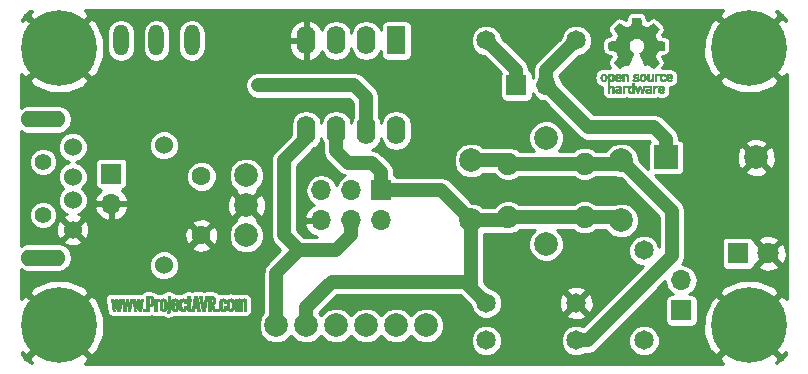
<source format=gtl>
G04 #@! TF.FileFunction,Copper,L1,Top,Signal*
%FSLAX46Y46*%
G04 Gerber Fmt 4.6, Leading zero omitted, Abs format (unit mm)*
G04 Created by KiCad (PCBNEW 4.0.5) date 06/12/17 11:35:52*
%MOMM*%
%LPD*%
G01*
G04 APERTURE LIST*
%ADD10C,0.100000*%
%ADD11C,0.010000*%
%ADD12R,2.000000X2.000000*%
%ADD13C,2.000000*%
%ADD14C,1.600000*%
%ADD15R,1.800000X1.800000*%
%ADD16C,1.800000*%
%ADD17C,1.524000*%
%ADD18R,1.600000X2.400000*%
%ADD19O,1.600000X2.400000*%
%ADD20C,1.400000*%
%ADD21O,3.800000X1.400000*%
%ADD22R,1.700000X1.700000*%
%ADD23O,1.700000X1.700000*%
%ADD24C,1.651000*%
%ADD25C,1.879600*%
%ADD26O,1.308000X2.616000*%
%ADD27C,6.400000*%
%ADD28C,0.600000*%
%ADD29C,1.200000*%
%ADD30C,0.254000*%
G04 APERTURE END LIST*
D10*
D11*
G36*
X171182903Y-81290346D02*
X171250259Y-81297779D01*
X171304019Y-81312894D01*
X171346131Y-81336649D01*
X171378540Y-81370006D01*
X171393751Y-81394300D01*
X171399003Y-81404906D01*
X171403167Y-81416285D01*
X171406399Y-81430507D01*
X171408849Y-81449641D01*
X171410673Y-81475757D01*
X171412022Y-81510925D01*
X171413051Y-81557214D01*
X171413912Y-81616694D01*
X171414590Y-81675817D01*
X171417280Y-81923467D01*
X171289133Y-81923467D01*
X171289133Y-81869715D01*
X171270083Y-81887066D01*
X171248851Y-81903701D01*
X171231211Y-81914653D01*
X171210222Y-81920940D01*
X171178193Y-81925607D01*
X171140966Y-81928307D01*
X171104387Y-81928694D01*
X171074300Y-81926421D01*
X171064767Y-81924527D01*
X171032875Y-81913170D01*
X170999445Y-81896813D01*
X170971028Y-81878957D01*
X170957282Y-81867065D01*
X170939040Y-81840247D01*
X170922781Y-81805164D01*
X170911592Y-81769478D01*
X170908366Y-81745667D01*
X170910361Y-81731174D01*
X171026667Y-81731174D01*
X171031523Y-81763223D01*
X171046966Y-81786560D01*
X171074307Y-81801900D01*
X171114859Y-81809961D01*
X171169932Y-81811459D01*
X171173455Y-81811364D01*
X171209815Y-81809935D01*
X171233520Y-81807463D01*
X171248851Y-81802781D01*
X171260087Y-81794724D01*
X171268705Y-81785411D01*
X171280456Y-81768687D01*
X171286693Y-81749478D01*
X171288977Y-81721796D01*
X171289133Y-81707094D01*
X171289133Y-81652533D01*
X171202350Y-81652580D01*
X171140638Y-81654466D01*
X171093965Y-81660506D01*
X171060795Y-81671386D01*
X171039594Y-81687795D01*
X171028824Y-81710418D01*
X171026667Y-81731174D01*
X170910361Y-81731174D01*
X170916001Y-81690210D01*
X170938427Y-81641137D01*
X170974111Y-81600853D01*
X171018200Y-81573227D01*
X171038126Y-81565693D01*
X171061522Y-81560292D01*
X171091983Y-81556541D01*
X171133107Y-81553959D01*
X171172717Y-81552511D01*
X171289133Y-81549012D01*
X171289133Y-81504098D01*
X171287910Y-81469015D01*
X171282939Y-81446193D01*
X171272264Y-81431052D01*
X171253931Y-81419016D01*
X171252478Y-81418258D01*
X171223770Y-81408692D01*
X171187790Y-81404224D01*
X171148620Y-81404410D01*
X171110339Y-81408808D01*
X171077029Y-81416976D01*
X171052770Y-81428469D01*
X171042117Y-81441081D01*
X171034599Y-81440738D01*
X171017518Y-81431511D01*
X170994345Y-81415330D01*
X170990668Y-81412507D01*
X170942231Y-81374895D01*
X170975632Y-81344719D01*
X171016846Y-81316118D01*
X171066497Y-81298070D01*
X171126702Y-81290017D01*
X171182903Y-81290346D01*
X171182903Y-81290346D01*
G37*
X171182903Y-81290346D02*
X171250259Y-81297779D01*
X171304019Y-81312894D01*
X171346131Y-81336649D01*
X171378540Y-81370006D01*
X171393751Y-81394300D01*
X171399003Y-81404906D01*
X171403167Y-81416285D01*
X171406399Y-81430507D01*
X171408849Y-81449641D01*
X171410673Y-81475757D01*
X171412022Y-81510925D01*
X171413051Y-81557214D01*
X171413912Y-81616694D01*
X171414590Y-81675817D01*
X171417280Y-81923467D01*
X171289133Y-81923467D01*
X171289133Y-81869715D01*
X171270083Y-81887066D01*
X171248851Y-81903701D01*
X171231211Y-81914653D01*
X171210222Y-81920940D01*
X171178193Y-81925607D01*
X171140966Y-81928307D01*
X171104387Y-81928694D01*
X171074300Y-81926421D01*
X171064767Y-81924527D01*
X171032875Y-81913170D01*
X170999445Y-81896813D01*
X170971028Y-81878957D01*
X170957282Y-81867065D01*
X170939040Y-81840247D01*
X170922781Y-81805164D01*
X170911592Y-81769478D01*
X170908366Y-81745667D01*
X170910361Y-81731174D01*
X171026667Y-81731174D01*
X171031523Y-81763223D01*
X171046966Y-81786560D01*
X171074307Y-81801900D01*
X171114859Y-81809961D01*
X171169932Y-81811459D01*
X171173455Y-81811364D01*
X171209815Y-81809935D01*
X171233520Y-81807463D01*
X171248851Y-81802781D01*
X171260087Y-81794724D01*
X171268705Y-81785411D01*
X171280456Y-81768687D01*
X171286693Y-81749478D01*
X171288977Y-81721796D01*
X171289133Y-81707094D01*
X171289133Y-81652533D01*
X171202350Y-81652580D01*
X171140638Y-81654466D01*
X171093965Y-81660506D01*
X171060795Y-81671386D01*
X171039594Y-81687795D01*
X171028824Y-81710418D01*
X171026667Y-81731174D01*
X170910361Y-81731174D01*
X170916001Y-81690210D01*
X170938427Y-81641137D01*
X170974111Y-81600853D01*
X171018200Y-81573227D01*
X171038126Y-81565693D01*
X171061522Y-81560292D01*
X171091983Y-81556541D01*
X171133107Y-81553959D01*
X171172717Y-81552511D01*
X171289133Y-81549012D01*
X171289133Y-81504098D01*
X171287910Y-81469015D01*
X171282939Y-81446193D01*
X171272264Y-81431052D01*
X171253931Y-81419016D01*
X171252478Y-81418258D01*
X171223770Y-81408692D01*
X171187790Y-81404224D01*
X171148620Y-81404410D01*
X171110339Y-81408808D01*
X171077029Y-81416976D01*
X171052770Y-81428469D01*
X171042117Y-81441081D01*
X171034599Y-81440738D01*
X171017518Y-81431511D01*
X170994345Y-81415330D01*
X170990668Y-81412507D01*
X170942231Y-81374895D01*
X170975632Y-81344719D01*
X171016846Y-81316118D01*
X171066497Y-81298070D01*
X171126702Y-81290017D01*
X171182903Y-81290346D01*
G36*
X172491400Y-81923467D02*
X172364400Y-81923467D01*
X172364400Y-81892800D01*
X172363795Y-81872980D01*
X172359876Y-81867281D01*
X172349484Y-81872893D01*
X172345350Y-81875846D01*
X172296503Y-81904361D01*
X172244859Y-81922965D01*
X172194682Y-81930625D01*
X172150237Y-81926309D01*
X172144212Y-81924526D01*
X172087988Y-81898097D01*
X172043034Y-81859113D01*
X172011911Y-81813400D01*
X172005957Y-81799811D01*
X172001516Y-81782790D01*
X171998293Y-81759542D01*
X171995995Y-81727272D01*
X171994327Y-81683185D01*
X171993500Y-81647920D01*
X172111615Y-81647920D01*
X172117510Y-81701251D01*
X172130504Y-81742245D01*
X172150983Y-81772585D01*
X172157773Y-81779105D01*
X172178410Y-81794822D01*
X172198581Y-81802533D01*
X172226060Y-81804876D01*
X172233882Y-81804933D01*
X172265398Y-81802565D01*
X172293948Y-81796525D01*
X172305410Y-81792090D01*
X172326037Y-81778180D01*
X172341099Y-81759181D01*
X172351503Y-81732404D01*
X172358154Y-81695161D01*
X172361961Y-81644763D01*
X172362845Y-81621793D01*
X172363905Y-81576045D01*
X172363445Y-81543110D01*
X172361065Y-81518908D01*
X172356369Y-81499355D01*
X172349101Y-81480690D01*
X172327870Y-81444948D01*
X172300348Y-81423030D01*
X172263300Y-81412927D01*
X172237988Y-81411677D01*
X172196386Y-81415851D01*
X172164539Y-81429093D01*
X172141286Y-81452967D01*
X172125462Y-81489040D01*
X172115904Y-81538874D01*
X172112436Y-81580567D01*
X172111615Y-81647920D01*
X171993500Y-81647920D01*
X171993210Y-81635600D01*
X171992335Y-81567190D01*
X171993121Y-81513061D01*
X171996129Y-81470594D01*
X172001922Y-81437174D01*
X172011061Y-81410182D01*
X172024106Y-81387002D01*
X172041620Y-81365016D01*
X172054092Y-81351733D01*
X172100706Y-81314525D01*
X172151585Y-81293441D01*
X172205741Y-81288506D01*
X172262186Y-81299745D01*
X172319932Y-81327183D01*
X172345350Y-81344285D01*
X172364400Y-81358265D01*
X172364400Y-81034467D01*
X172491400Y-81034467D01*
X172491400Y-81923467D01*
X172491400Y-81923467D01*
G37*
X172491400Y-81923467D02*
X172364400Y-81923467D01*
X172364400Y-81892800D01*
X172363795Y-81872980D01*
X172359876Y-81867281D01*
X172349484Y-81872893D01*
X172345350Y-81875846D01*
X172296503Y-81904361D01*
X172244859Y-81922965D01*
X172194682Y-81930625D01*
X172150237Y-81926309D01*
X172144212Y-81924526D01*
X172087988Y-81898097D01*
X172043034Y-81859113D01*
X172011911Y-81813400D01*
X172005957Y-81799811D01*
X172001516Y-81782790D01*
X171998293Y-81759542D01*
X171995995Y-81727272D01*
X171994327Y-81683185D01*
X171993500Y-81647920D01*
X172111615Y-81647920D01*
X172117510Y-81701251D01*
X172130504Y-81742245D01*
X172150983Y-81772585D01*
X172157773Y-81779105D01*
X172178410Y-81794822D01*
X172198581Y-81802533D01*
X172226060Y-81804876D01*
X172233882Y-81804933D01*
X172265398Y-81802565D01*
X172293948Y-81796525D01*
X172305410Y-81792090D01*
X172326037Y-81778180D01*
X172341099Y-81759181D01*
X172351503Y-81732404D01*
X172358154Y-81695161D01*
X172361961Y-81644763D01*
X172362845Y-81621793D01*
X172363905Y-81576045D01*
X172363445Y-81543110D01*
X172361065Y-81518908D01*
X172356369Y-81499355D01*
X172349101Y-81480690D01*
X172327870Y-81444948D01*
X172300348Y-81423030D01*
X172263300Y-81412927D01*
X172237988Y-81411677D01*
X172196386Y-81415851D01*
X172164539Y-81429093D01*
X172141286Y-81452967D01*
X172125462Y-81489040D01*
X172115904Y-81538874D01*
X172112436Y-81580567D01*
X172111615Y-81647920D01*
X171993500Y-81647920D01*
X171993210Y-81635600D01*
X171992335Y-81567190D01*
X171993121Y-81513061D01*
X171996129Y-81470594D01*
X172001922Y-81437174D01*
X172011061Y-81410182D01*
X172024106Y-81387002D01*
X172041620Y-81365016D01*
X172054092Y-81351733D01*
X172100706Y-81314525D01*
X172151585Y-81293441D01*
X172205741Y-81288506D01*
X172262186Y-81299745D01*
X172319932Y-81327183D01*
X172345350Y-81344285D01*
X172364400Y-81358265D01*
X172364400Y-81034467D01*
X172491400Y-81034467D01*
X172491400Y-81923467D01*
G36*
X173780907Y-81293094D02*
X173835174Y-81304927D01*
X173881785Y-81322913D01*
X173916694Y-81346410D01*
X173919937Y-81349603D01*
X173934516Y-81365319D01*
X173946154Y-81380453D01*
X173955182Y-81397073D01*
X173961930Y-81417245D01*
X173966730Y-81443035D01*
X173969910Y-81476511D01*
X173971803Y-81519738D01*
X173972738Y-81574784D01*
X173973045Y-81643715D01*
X173973067Y-81681895D01*
X173973067Y-81923467D01*
X173854533Y-81923467D01*
X173854533Y-81898067D01*
X173852279Y-81878655D01*
X173844564Y-81874170D01*
X173829961Y-81884393D01*
X173821446Y-81893003D01*
X173792408Y-81912951D01*
X173752026Y-81925737D01*
X173704497Y-81930924D01*
X173654017Y-81928074D01*
X173604785Y-81916749D01*
X173602193Y-81915870D01*
X173550210Y-81889795D01*
X173509732Y-81851330D01*
X173488814Y-81818367D01*
X173478909Y-81794148D01*
X173474581Y-81767664D01*
X173474744Y-81740405D01*
X173586411Y-81740405D01*
X173596620Y-81769952D01*
X173618564Y-81793744D01*
X173628787Y-81799806D01*
X173655658Y-81807836D01*
X173692566Y-81812331D01*
X173733488Y-81813263D01*
X173772399Y-81810603D01*
X173803276Y-81804321D01*
X173812226Y-81800686D01*
X173834580Y-81779708D01*
X173848742Y-81744583D01*
X173854392Y-81696155D01*
X173854486Y-81688517D01*
X173854533Y-81652533D01*
X173767750Y-81652580D01*
X173705555Y-81654449D01*
X173658487Y-81660156D01*
X173625117Y-81669969D01*
X173605065Y-81683078D01*
X173588904Y-81709861D01*
X173586411Y-81740405D01*
X173474744Y-81740405D01*
X173474794Y-81732100D01*
X173475029Y-81727716D01*
X173484591Y-81672785D01*
X173506981Y-81628482D01*
X173543036Y-81593475D01*
X173569815Y-81577277D01*
X173587824Y-81568778D01*
X173605765Y-81562717D01*
X173627214Y-81558551D01*
X173655750Y-81555739D01*
X173694948Y-81553737D01*
X173733660Y-81552437D01*
X173856410Y-81548744D01*
X173852791Y-81498710D01*
X173847902Y-81463175D01*
X173838515Y-81439767D01*
X173831223Y-81430727D01*
X173806802Y-81416195D01*
X173771431Y-81407113D01*
X173730179Y-81403485D01*
X173688117Y-81405312D01*
X173650313Y-81412597D01*
X173621838Y-81425345D01*
X173615505Y-81430598D01*
X173598076Y-81448027D01*
X173552738Y-81413796D01*
X173529805Y-81395536D01*
X173513500Y-81380751D01*
X173507400Y-81372732D01*
X173514397Y-81360800D01*
X173532537Y-81344784D01*
X173557544Y-81327603D01*
X173585143Y-81312174D01*
X173611058Y-81301413D01*
X173612653Y-81300923D01*
X173665599Y-81290451D01*
X173723033Y-81288055D01*
X173780907Y-81293094D01*
X173780907Y-81293094D01*
G37*
X173780907Y-81293094D02*
X173835174Y-81304927D01*
X173881785Y-81322913D01*
X173916694Y-81346410D01*
X173919937Y-81349603D01*
X173934516Y-81365319D01*
X173946154Y-81380453D01*
X173955182Y-81397073D01*
X173961930Y-81417245D01*
X173966730Y-81443035D01*
X173969910Y-81476511D01*
X173971803Y-81519738D01*
X173972738Y-81574784D01*
X173973045Y-81643715D01*
X173973067Y-81681895D01*
X173973067Y-81923467D01*
X173854533Y-81923467D01*
X173854533Y-81898067D01*
X173852279Y-81878655D01*
X173844564Y-81874170D01*
X173829961Y-81884393D01*
X173821446Y-81893003D01*
X173792408Y-81912951D01*
X173752026Y-81925737D01*
X173704497Y-81930924D01*
X173654017Y-81928074D01*
X173604785Y-81916749D01*
X173602193Y-81915870D01*
X173550210Y-81889795D01*
X173509732Y-81851330D01*
X173488814Y-81818367D01*
X173478909Y-81794148D01*
X173474581Y-81767664D01*
X173474744Y-81740405D01*
X173586411Y-81740405D01*
X173596620Y-81769952D01*
X173618564Y-81793744D01*
X173628787Y-81799806D01*
X173655658Y-81807836D01*
X173692566Y-81812331D01*
X173733488Y-81813263D01*
X173772399Y-81810603D01*
X173803276Y-81804321D01*
X173812226Y-81800686D01*
X173834580Y-81779708D01*
X173848742Y-81744583D01*
X173854392Y-81696155D01*
X173854486Y-81688517D01*
X173854533Y-81652533D01*
X173767750Y-81652580D01*
X173705555Y-81654449D01*
X173658487Y-81660156D01*
X173625117Y-81669969D01*
X173605065Y-81683078D01*
X173588904Y-81709861D01*
X173586411Y-81740405D01*
X173474744Y-81740405D01*
X173474794Y-81732100D01*
X173475029Y-81727716D01*
X173484591Y-81672785D01*
X173506981Y-81628482D01*
X173543036Y-81593475D01*
X173569815Y-81577277D01*
X173587824Y-81568778D01*
X173605765Y-81562717D01*
X173627214Y-81558551D01*
X173655750Y-81555739D01*
X173694948Y-81553737D01*
X173733660Y-81552437D01*
X173856410Y-81548744D01*
X173852791Y-81498710D01*
X173847902Y-81463175D01*
X173838515Y-81439767D01*
X173831223Y-81430727D01*
X173806802Y-81416195D01*
X173771431Y-81407113D01*
X173730179Y-81403485D01*
X173688117Y-81405312D01*
X173650313Y-81412597D01*
X173621838Y-81425345D01*
X173615505Y-81430598D01*
X173598076Y-81448027D01*
X173552738Y-81413796D01*
X173529805Y-81395536D01*
X173513500Y-81380751D01*
X173507400Y-81372732D01*
X173514397Y-81360800D01*
X173532537Y-81344784D01*
X173557544Y-81327603D01*
X173585143Y-81312174D01*
X173611058Y-81301413D01*
X173612653Y-81300923D01*
X173665599Y-81290451D01*
X173723033Y-81288055D01*
X173780907Y-81293094D01*
G36*
X174823967Y-81290526D02*
X174890485Y-81302278D01*
X174948187Y-81328390D01*
X174996513Y-81368502D01*
X175034905Y-81422255D01*
X175038072Y-81428167D01*
X175048500Y-81450486D01*
X175055445Y-81472824D01*
X175059826Y-81499979D01*
X175062563Y-81536749D01*
X175063652Y-81561517D01*
X175067140Y-81652533D01*
X174675800Y-81652533D01*
X174675800Y-81685148D01*
X174683652Y-81726970D01*
X174705678Y-81762719D01*
X174739577Y-81790253D01*
X174783053Y-81807426D01*
X174811582Y-81811783D01*
X174841379Y-81812831D01*
X174865117Y-81809791D01*
X174889978Y-81801031D01*
X174917796Y-81787646D01*
X174972667Y-81759795D01*
X175004150Y-81788691D01*
X175023963Y-81806685D01*
X175039135Y-81820125D01*
X175043621Y-81823904D01*
X175044661Y-81833780D01*
X175033494Y-81848967D01*
X175012949Y-81866993D01*
X174985860Y-81885387D01*
X174955056Y-81901679D01*
X174953887Y-81902208D01*
X174900267Y-81919741D01*
X174840765Y-81928522D01*
X174782297Y-81927952D01*
X174741867Y-81920629D01*
X174682288Y-81895382D01*
X174632317Y-81856522D01*
X174592940Y-81805010D01*
X174568327Y-81751405D01*
X174558747Y-81710538D01*
X174553459Y-81658980D01*
X174552376Y-81602199D01*
X174555126Y-81550933D01*
X174673570Y-81550933D01*
X174946310Y-81550933D01*
X174941175Y-81523417D01*
X174925220Y-81474135D01*
X174898435Y-81437625D01*
X174861359Y-81414359D01*
X174814533Y-81404807D01*
X174805202Y-81404581D01*
X174758655Y-81412027D01*
X174720907Y-81433322D01*
X174693747Y-81466896D01*
X174678966Y-81511182D01*
X174678298Y-81515683D01*
X174673570Y-81550933D01*
X174555126Y-81550933D01*
X174555409Y-81545659D01*
X174562470Y-81494830D01*
X174573106Y-81456093D01*
X174604749Y-81395583D01*
X174646559Y-81347977D01*
X174697357Y-81314053D01*
X174755964Y-81294590D01*
X174821200Y-81290365D01*
X174823967Y-81290526D01*
X174823967Y-81290526D01*
G37*
X174823967Y-81290526D02*
X174890485Y-81302278D01*
X174948187Y-81328390D01*
X174996513Y-81368502D01*
X175034905Y-81422255D01*
X175038072Y-81428167D01*
X175048500Y-81450486D01*
X175055445Y-81472824D01*
X175059826Y-81499979D01*
X175062563Y-81536749D01*
X175063652Y-81561517D01*
X175067140Y-81652533D01*
X174675800Y-81652533D01*
X174675800Y-81685148D01*
X174683652Y-81726970D01*
X174705678Y-81762719D01*
X174739577Y-81790253D01*
X174783053Y-81807426D01*
X174811582Y-81811783D01*
X174841379Y-81812831D01*
X174865117Y-81809791D01*
X174889978Y-81801031D01*
X174917796Y-81787646D01*
X174972667Y-81759795D01*
X175004150Y-81788691D01*
X175023963Y-81806685D01*
X175039135Y-81820125D01*
X175043621Y-81823904D01*
X175044661Y-81833780D01*
X175033494Y-81848967D01*
X175012949Y-81866993D01*
X174985860Y-81885387D01*
X174955056Y-81901679D01*
X174953887Y-81902208D01*
X174900267Y-81919741D01*
X174840765Y-81928522D01*
X174782297Y-81927952D01*
X174741867Y-81920629D01*
X174682288Y-81895382D01*
X174632317Y-81856522D01*
X174592940Y-81805010D01*
X174568327Y-81751405D01*
X174558747Y-81710538D01*
X174553459Y-81658980D01*
X174552376Y-81602199D01*
X174555126Y-81550933D01*
X174673570Y-81550933D01*
X174946310Y-81550933D01*
X174941175Y-81523417D01*
X174925220Y-81474135D01*
X174898435Y-81437625D01*
X174861359Y-81414359D01*
X174814533Y-81404807D01*
X174805202Y-81404581D01*
X174758655Y-81412027D01*
X174720907Y-81433322D01*
X174693747Y-81466896D01*
X174678966Y-81511182D01*
X174678298Y-81515683D01*
X174673570Y-81550933D01*
X174555126Y-81550933D01*
X174555409Y-81545659D01*
X174562470Y-81494830D01*
X174573106Y-81456093D01*
X174604749Y-81395583D01*
X174646559Y-81347977D01*
X174697357Y-81314053D01*
X174755964Y-81294590D01*
X174821200Y-81290365D01*
X174823967Y-81290526D01*
G36*
X170657950Y-80294263D02*
X170700081Y-80310378D01*
X170741207Y-80340032D01*
X170745837Y-80344149D01*
X170766411Y-80364505D01*
X170782192Y-80385410D01*
X170793794Y-80409429D01*
X170801831Y-80439129D01*
X170806918Y-80477075D01*
X170809669Y-80525833D01*
X170810699Y-80587970D01*
X170810767Y-80615367D01*
X170810634Y-80672137D01*
X170810064Y-80714739D01*
X170808800Y-80745937D01*
X170806581Y-80768493D01*
X170803152Y-80785174D01*
X170798252Y-80798741D01*
X170792568Y-80810211D01*
X170757499Y-80860135D01*
X170714156Y-80896994D01*
X170664922Y-80920218D01*
X170612181Y-80929237D01*
X170558317Y-80923482D01*
X170505712Y-80902383D01*
X170479496Y-80885044D01*
X170458337Y-80869421D01*
X170443052Y-80859114D01*
X170438160Y-80856667D01*
X170437109Y-80864785D01*
X170436156Y-80887750D01*
X170435335Y-80923475D01*
X170434681Y-80969871D01*
X170434229Y-81024853D01*
X170434013Y-81086334D01*
X170434000Y-81106433D01*
X170434241Y-81169666D01*
X170434925Y-81226973D01*
X170435989Y-81276278D01*
X170437371Y-81315506D01*
X170439010Y-81342582D01*
X170440844Y-81355430D01*
X170441430Y-81356200D01*
X170452262Y-81350375D01*
X170460480Y-81342152D01*
X170474558Y-81330701D01*
X170497967Y-81316659D01*
X170514433Y-81308369D01*
X170569346Y-81291419D01*
X170624726Y-81289910D01*
X170677805Y-81302657D01*
X170725818Y-81328479D01*
X170765999Y-81366193D01*
X170795580Y-81414617D01*
X170802064Y-81431317D01*
X170806170Y-81446672D01*
X170809355Y-81467109D01*
X170811720Y-81494693D01*
X170813365Y-81531486D01*
X170814391Y-81579551D01*
X170814899Y-81640951D01*
X170815000Y-81696375D01*
X170815000Y-81923467D01*
X170688000Y-81923467D01*
X170687968Y-81709683D01*
X170687872Y-81643383D01*
X170687503Y-81591813D01*
X170686711Y-81552768D01*
X170685344Y-81524045D01*
X170683251Y-81503440D01*
X170680281Y-81488750D01*
X170676283Y-81477771D01*
X170671439Y-81468843D01*
X170644880Y-81436607D01*
X170611500Y-81418180D01*
X170568110Y-81411870D01*
X170564166Y-81411838D01*
X170523655Y-81416639D01*
X170490850Y-81432713D01*
X170461032Y-81462570D01*
X170455690Y-81469506D01*
X170450312Y-81477613D01*
X170446121Y-81487230D01*
X170442935Y-81500515D01*
X170440573Y-81519627D01*
X170438852Y-81546724D01*
X170437590Y-81583964D01*
X170436607Y-81633506D01*
X170435720Y-81697508D01*
X170435588Y-81708166D01*
X170432943Y-81923467D01*
X170315467Y-81923467D01*
X170315467Y-80611133D01*
X170439019Y-80611133D01*
X170440727Y-80668671D01*
X170445876Y-80712199D01*
X170455322Y-80744440D01*
X170469923Y-80768119D01*
X170490536Y-80785961D01*
X170494874Y-80788716D01*
X170532485Y-80802987D01*
X170575197Y-80805885D01*
X170616205Y-80797512D01*
X170638064Y-80786523D01*
X170656933Y-80770614D01*
X170670498Y-80750300D01*
X170679545Y-80722769D01*
X170684858Y-80685209D01*
X170687221Y-80634807D01*
X170687522Y-80609188D01*
X170686000Y-80546216D01*
X170680044Y-80497897D01*
X170668591Y-80462290D01*
X170650579Y-80437455D01*
X170624945Y-80421450D01*
X170590626Y-80412334D01*
X170578873Y-80410700D01*
X170532284Y-80411745D01*
X170494826Y-80427039D01*
X170466398Y-80456636D01*
X170456331Y-80475057D01*
X170448248Y-80495544D01*
X170443041Y-80517477D01*
X170440162Y-80545179D01*
X170439061Y-80582969D01*
X170439019Y-80611133D01*
X170315467Y-80611133D01*
X170315467Y-80297867D01*
X170434000Y-80297867D01*
X170434000Y-80327500D01*
X170435189Y-80347097D01*
X170438114Y-80356881D01*
X170438730Y-80357133D01*
X170447640Y-80352373D01*
X170464821Y-80340307D01*
X170474713Y-80332780D01*
X170517008Y-80306589D01*
X170563027Y-80292785D01*
X170609102Y-80289400D01*
X170657950Y-80294263D01*
X170657950Y-80294263D01*
G37*
X170657950Y-80294263D02*
X170700081Y-80310378D01*
X170741207Y-80340032D01*
X170745837Y-80344149D01*
X170766411Y-80364505D01*
X170782192Y-80385410D01*
X170793794Y-80409429D01*
X170801831Y-80439129D01*
X170806918Y-80477075D01*
X170809669Y-80525833D01*
X170810699Y-80587970D01*
X170810767Y-80615367D01*
X170810634Y-80672137D01*
X170810064Y-80714739D01*
X170808800Y-80745937D01*
X170806581Y-80768493D01*
X170803152Y-80785174D01*
X170798252Y-80798741D01*
X170792568Y-80810211D01*
X170757499Y-80860135D01*
X170714156Y-80896994D01*
X170664922Y-80920218D01*
X170612181Y-80929237D01*
X170558317Y-80923482D01*
X170505712Y-80902383D01*
X170479496Y-80885044D01*
X170458337Y-80869421D01*
X170443052Y-80859114D01*
X170438160Y-80856667D01*
X170437109Y-80864785D01*
X170436156Y-80887750D01*
X170435335Y-80923475D01*
X170434681Y-80969871D01*
X170434229Y-81024853D01*
X170434013Y-81086334D01*
X170434000Y-81106433D01*
X170434241Y-81169666D01*
X170434925Y-81226973D01*
X170435989Y-81276278D01*
X170437371Y-81315506D01*
X170439010Y-81342582D01*
X170440844Y-81355430D01*
X170441430Y-81356200D01*
X170452262Y-81350375D01*
X170460480Y-81342152D01*
X170474558Y-81330701D01*
X170497967Y-81316659D01*
X170514433Y-81308369D01*
X170569346Y-81291419D01*
X170624726Y-81289910D01*
X170677805Y-81302657D01*
X170725818Y-81328479D01*
X170765999Y-81366193D01*
X170795580Y-81414617D01*
X170802064Y-81431317D01*
X170806170Y-81446672D01*
X170809355Y-81467109D01*
X170811720Y-81494693D01*
X170813365Y-81531486D01*
X170814391Y-81579551D01*
X170814899Y-81640951D01*
X170815000Y-81696375D01*
X170815000Y-81923467D01*
X170688000Y-81923467D01*
X170687968Y-81709683D01*
X170687872Y-81643383D01*
X170687503Y-81591813D01*
X170686711Y-81552768D01*
X170685344Y-81524045D01*
X170683251Y-81503440D01*
X170680281Y-81488750D01*
X170676283Y-81477771D01*
X170671439Y-81468843D01*
X170644880Y-81436607D01*
X170611500Y-81418180D01*
X170568110Y-81411870D01*
X170564166Y-81411838D01*
X170523655Y-81416639D01*
X170490850Y-81432713D01*
X170461032Y-81462570D01*
X170455690Y-81469506D01*
X170450312Y-81477613D01*
X170446121Y-81487230D01*
X170442935Y-81500515D01*
X170440573Y-81519627D01*
X170438852Y-81546724D01*
X170437590Y-81583964D01*
X170436607Y-81633506D01*
X170435720Y-81697508D01*
X170435588Y-81708166D01*
X170432943Y-81923467D01*
X170315467Y-81923467D01*
X170315467Y-80611133D01*
X170439019Y-80611133D01*
X170440727Y-80668671D01*
X170445876Y-80712199D01*
X170455322Y-80744440D01*
X170469923Y-80768119D01*
X170490536Y-80785961D01*
X170494874Y-80788716D01*
X170532485Y-80802987D01*
X170575197Y-80805885D01*
X170616205Y-80797512D01*
X170638064Y-80786523D01*
X170656933Y-80770614D01*
X170670498Y-80750300D01*
X170679545Y-80722769D01*
X170684858Y-80685209D01*
X170687221Y-80634807D01*
X170687522Y-80609188D01*
X170686000Y-80546216D01*
X170680044Y-80497897D01*
X170668591Y-80462290D01*
X170650579Y-80437455D01*
X170624945Y-80421450D01*
X170590626Y-80412334D01*
X170578873Y-80410700D01*
X170532284Y-80411745D01*
X170494826Y-80427039D01*
X170466398Y-80456636D01*
X170456331Y-80475057D01*
X170448248Y-80495544D01*
X170443041Y-80517477D01*
X170440162Y-80545179D01*
X170439061Y-80582969D01*
X170439019Y-80611133D01*
X170315467Y-80611133D01*
X170315467Y-80297867D01*
X170434000Y-80297867D01*
X170434000Y-80327500D01*
X170435189Y-80347097D01*
X170438114Y-80356881D01*
X170438730Y-80357133D01*
X170447640Y-80352373D01*
X170464821Y-80340307D01*
X170474713Y-80332780D01*
X170517008Y-80306589D01*
X170563027Y-80292785D01*
X170609102Y-80289400D01*
X170657950Y-80294263D01*
G36*
X171901611Y-81295628D02*
X171932499Y-81307517D01*
X171954607Y-81320160D01*
X171969157Y-81331066D01*
X171972106Y-81335033D01*
X171967969Y-81345081D01*
X171954967Y-81363660D01*
X171935810Y-81386941D01*
X171933642Y-81389401D01*
X171892926Y-81435303D01*
X171856010Y-81420532D01*
X171811359Y-81410730D01*
X171768167Y-81415963D01*
X171729966Y-81435130D01*
X171700288Y-81467130D01*
X171698797Y-81469531D01*
X171693811Y-81479192D01*
X171689911Y-81491180D01*
X171686926Y-81507681D01*
X171684685Y-81530882D01*
X171683019Y-81562968D01*
X171681757Y-81606126D01*
X171680729Y-81662541D01*
X171680075Y-81709683D01*
X171677316Y-81923467D01*
X171560066Y-81923467D01*
X171560066Y-81296933D01*
X171678600Y-81296933D01*
X171678600Y-81367835D01*
X171701883Y-81345583D01*
X171745389Y-81314536D01*
X171796084Y-81295381D01*
X171849611Y-81288839D01*
X171901611Y-81295628D01*
X171901611Y-81295628D01*
G37*
X171901611Y-81295628D02*
X171932499Y-81307517D01*
X171954607Y-81320160D01*
X171969157Y-81331066D01*
X171972106Y-81335033D01*
X171967969Y-81345081D01*
X171954967Y-81363660D01*
X171935810Y-81386941D01*
X171933642Y-81389401D01*
X171892926Y-81435303D01*
X171856010Y-81420532D01*
X171811359Y-81410730D01*
X171768167Y-81415963D01*
X171729966Y-81435130D01*
X171700288Y-81467130D01*
X171698797Y-81469531D01*
X171693811Y-81479192D01*
X171689911Y-81491180D01*
X171686926Y-81507681D01*
X171684685Y-81530882D01*
X171683019Y-81562968D01*
X171681757Y-81606126D01*
X171680729Y-81662541D01*
X171680075Y-81709683D01*
X171677316Y-81923467D01*
X171560066Y-81923467D01*
X171560066Y-81296933D01*
X171678600Y-81296933D01*
X171678600Y-81367835D01*
X171701883Y-81345583D01*
X171745389Y-81314536D01*
X171796084Y-81295381D01*
X171849611Y-81288839D01*
X171901611Y-81295628D01*
G36*
X173070370Y-81345244D02*
X173088687Y-81404114D01*
X173107795Y-81463918D01*
X173126970Y-81522541D01*
X173145483Y-81577867D01*
X173162608Y-81627782D01*
X173177619Y-81670170D01*
X173189790Y-81702915D01*
X173198394Y-81723903D01*
X173202704Y-81731018D01*
X173202839Y-81730927D01*
X173206436Y-81721325D01*
X173213746Y-81697589D01*
X173224132Y-81661948D01*
X173236952Y-81616633D01*
X173251566Y-81563872D01*
X173266035Y-81510717D01*
X173323758Y-81296933D01*
X173385945Y-81296933D01*
X173418146Y-81298030D01*
X173439949Y-81301022D01*
X173448131Y-81305462D01*
X173448133Y-81305550D01*
X173445634Y-81315523D01*
X173438572Y-81339537D01*
X173427599Y-81375523D01*
X173413369Y-81421412D01*
X173396535Y-81475134D01*
X173377749Y-81534621D01*
X173357664Y-81597802D01*
X173336933Y-81662610D01*
X173316209Y-81726975D01*
X173296145Y-81788828D01*
X173281881Y-81832450D01*
X173252000Y-81923467D01*
X173144607Y-81923467D01*
X173132718Y-81883250D01*
X173101273Y-81777294D01*
X173074391Y-81687599D01*
X173052072Y-81614171D01*
X173034320Y-81557018D01*
X173021136Y-81516146D01*
X173012524Y-81491564D01*
X173008484Y-81483278D01*
X173008467Y-81483278D01*
X173004893Y-81491080D01*
X172997268Y-81513041D01*
X172986259Y-81547057D01*
X172972533Y-81591024D01*
X172956758Y-81642840D01*
X172939600Y-81700398D01*
X172939335Y-81701294D01*
X172875038Y-81919233D01*
X172820257Y-81921701D01*
X172765477Y-81924169D01*
X172669628Y-81625368D01*
X172647717Y-81557008D01*
X172627349Y-81493355D01*
X172609126Y-81436299D01*
X172593651Y-81387732D01*
X172581526Y-81349545D01*
X172573354Y-81323631D01*
X172569738Y-81311881D01*
X172569702Y-81311750D01*
X172569395Y-81304192D01*
X172575759Y-81299733D01*
X172591982Y-81297581D01*
X172621255Y-81296947D01*
X172629542Y-81296933D01*
X172663089Y-81297545D01*
X172683334Y-81299900D01*
X172693877Y-81304778D01*
X172697984Y-81311750D01*
X172701395Y-81323781D01*
X172708583Y-81349735D01*
X172718882Y-81387193D01*
X172731630Y-81433736D01*
X172746162Y-81486945D01*
X172757571Y-81528811D01*
X172772883Y-81584642D01*
X172786876Y-81634886D01*
X172798903Y-81677285D01*
X172808319Y-81709579D01*
X172814476Y-81729511D01*
X172816586Y-81735009D01*
X172820119Y-81728356D01*
X172828095Y-81707594D01*
X172839809Y-81674748D01*
X172854555Y-81631840D01*
X172871626Y-81580893D01*
X172890319Y-81523931D01*
X172891574Y-81520064D01*
X172962609Y-81301167D01*
X173055339Y-81296187D01*
X173070370Y-81345244D01*
X173070370Y-81345244D01*
G37*
X173070370Y-81345244D02*
X173088687Y-81404114D01*
X173107795Y-81463918D01*
X173126970Y-81522541D01*
X173145483Y-81577867D01*
X173162608Y-81627782D01*
X173177619Y-81670170D01*
X173189790Y-81702915D01*
X173198394Y-81723903D01*
X173202704Y-81731018D01*
X173202839Y-81730927D01*
X173206436Y-81721325D01*
X173213746Y-81697589D01*
X173224132Y-81661948D01*
X173236952Y-81616633D01*
X173251566Y-81563872D01*
X173266035Y-81510717D01*
X173323758Y-81296933D01*
X173385945Y-81296933D01*
X173418146Y-81298030D01*
X173439949Y-81301022D01*
X173448131Y-81305462D01*
X173448133Y-81305550D01*
X173445634Y-81315523D01*
X173438572Y-81339537D01*
X173427599Y-81375523D01*
X173413369Y-81421412D01*
X173396535Y-81475134D01*
X173377749Y-81534621D01*
X173357664Y-81597802D01*
X173336933Y-81662610D01*
X173316209Y-81726975D01*
X173296145Y-81788828D01*
X173281881Y-81832450D01*
X173252000Y-81923467D01*
X173144607Y-81923467D01*
X173132718Y-81883250D01*
X173101273Y-81777294D01*
X173074391Y-81687599D01*
X173052072Y-81614171D01*
X173034320Y-81557018D01*
X173021136Y-81516146D01*
X173012524Y-81491564D01*
X173008484Y-81483278D01*
X173008467Y-81483278D01*
X173004893Y-81491080D01*
X172997268Y-81513041D01*
X172986259Y-81547057D01*
X172972533Y-81591024D01*
X172956758Y-81642840D01*
X172939600Y-81700398D01*
X172939335Y-81701294D01*
X172875038Y-81919233D01*
X172820257Y-81921701D01*
X172765477Y-81924169D01*
X172669628Y-81625368D01*
X172647717Y-81557008D01*
X172627349Y-81493355D01*
X172609126Y-81436299D01*
X172593651Y-81387732D01*
X172581526Y-81349545D01*
X172573354Y-81323631D01*
X172569738Y-81311881D01*
X172569702Y-81311750D01*
X172569395Y-81304192D01*
X172575759Y-81299733D01*
X172591982Y-81297581D01*
X172621255Y-81296947D01*
X172629542Y-81296933D01*
X172663089Y-81297545D01*
X172683334Y-81299900D01*
X172693877Y-81304778D01*
X172697984Y-81311750D01*
X172701395Y-81323781D01*
X172708583Y-81349735D01*
X172718882Y-81387193D01*
X172731630Y-81433736D01*
X172746162Y-81486945D01*
X172757571Y-81528811D01*
X172772883Y-81584642D01*
X172786876Y-81634886D01*
X172798903Y-81677285D01*
X172808319Y-81709579D01*
X172814476Y-81729511D01*
X172816586Y-81735009D01*
X172820119Y-81728356D01*
X172828095Y-81707594D01*
X172839809Y-81674748D01*
X172854555Y-81631840D01*
X172871626Y-81580893D01*
X172890319Y-81523931D01*
X172891574Y-81520064D01*
X172962609Y-81301167D01*
X173055339Y-81296187D01*
X173070370Y-81345244D01*
G36*
X174450625Y-81292904D02*
X174491270Y-81304747D01*
X174521474Y-81321069D01*
X174539736Y-81335033D01*
X174495976Y-81387015D01*
X174474083Y-81412629D01*
X174459749Y-81427183D01*
X174449698Y-81432630D01*
X174440654Y-81430920D01*
X174431492Y-81425417D01*
X174403173Y-81414787D01*
X174367071Y-81411567D01*
X174330532Y-81415557D01*
X174300900Y-81426558D01*
X174297132Y-81429071D01*
X174281710Y-81441315D01*
X174269591Y-81454225D01*
X174260379Y-81469923D01*
X174253681Y-81490531D01*
X174249099Y-81518170D01*
X174246237Y-81554962D01*
X174244702Y-81603029D01*
X174244096Y-81664492D01*
X174244013Y-81713917D01*
X174244000Y-81923467D01*
X174117000Y-81923467D01*
X174117000Y-81296933D01*
X174244000Y-81296933D01*
X174244000Y-81366637D01*
X174277267Y-81336582D01*
X174322629Y-81306206D01*
X174375351Y-81290774D01*
X174408118Y-81288514D01*
X174450625Y-81292904D01*
X174450625Y-81292904D01*
G37*
X174450625Y-81292904D02*
X174491270Y-81304747D01*
X174521474Y-81321069D01*
X174539736Y-81335033D01*
X174495976Y-81387015D01*
X174474083Y-81412629D01*
X174459749Y-81427183D01*
X174449698Y-81432630D01*
X174440654Y-81430920D01*
X174431492Y-81425417D01*
X174403173Y-81414787D01*
X174367071Y-81411567D01*
X174330532Y-81415557D01*
X174300900Y-81426558D01*
X174297132Y-81429071D01*
X174281710Y-81441315D01*
X174269591Y-81454225D01*
X174260379Y-81469923D01*
X174253681Y-81490531D01*
X174249099Y-81518170D01*
X174246237Y-81554962D01*
X174244702Y-81603029D01*
X174244096Y-81664492D01*
X174244013Y-81713917D01*
X174244000Y-81923467D01*
X174117000Y-81923467D01*
X174117000Y-81296933D01*
X174244000Y-81296933D01*
X174244000Y-81366637D01*
X174277267Y-81336582D01*
X174322629Y-81306206D01*
X174375351Y-81290774D01*
X174408118Y-81288514D01*
X174450625Y-81292904D01*
G36*
X170011942Y-80297156D02*
X170069742Y-80319518D01*
X170118888Y-80355130D01*
X170157546Y-80402635D01*
X170183882Y-80460675D01*
X170185336Y-80465509D01*
X170191187Y-80490791D01*
X170194751Y-80520468D01*
X170196251Y-80558213D01*
X170195907Y-80607699D01*
X170195313Y-80631260D01*
X170192883Y-80688264D01*
X170188577Y-80732086D01*
X170181268Y-80766457D01*
X170169823Y-80795112D01*
X170153115Y-80821785D01*
X170130014Y-80850208D01*
X170128569Y-80851858D01*
X170089542Y-80884831D01*
X170039804Y-80909816D01*
X169984257Y-80925380D01*
X169927804Y-80930088D01*
X169881418Y-80924150D01*
X169824995Y-80902382D01*
X169773821Y-80868213D01*
X169732095Y-80824913D01*
X169710996Y-80791400D01*
X169697945Y-80754035D01*
X169688920Y-80704656D01*
X169684024Y-80647717D01*
X169683581Y-80607779D01*
X169807466Y-80607779D01*
X169807958Y-80651484D01*
X169809865Y-80682731D01*
X169813838Y-80705977D01*
X169820527Y-80725680D01*
X169826517Y-80738456D01*
X169852805Y-80773287D01*
X169888611Y-80796113D01*
X169930662Y-80806025D01*
X169975684Y-80802114D01*
X170009839Y-80789355D01*
X170034260Y-80773712D01*
X170051906Y-80753668D01*
X170063737Y-80726502D01*
X170070710Y-80689492D01*
X170073787Y-80639916D01*
X170074167Y-80606900D01*
X170073764Y-80561512D01*
X170072235Y-80529314D01*
X170069094Y-80506576D01*
X170063857Y-80489566D01*
X170057233Y-80476552D01*
X170026796Y-80439873D01*
X169988426Y-80417146D01*
X169944873Y-80409182D01*
X169898887Y-80416796D01*
X169880579Y-80424312D01*
X169852402Y-80441512D01*
X169832108Y-80463482D01*
X169818613Y-80492943D01*
X169810831Y-80532620D01*
X169807678Y-80585234D01*
X169807466Y-80607779D01*
X169683581Y-80607779D01*
X169683358Y-80587676D01*
X169687027Y-80528990D01*
X169695133Y-80476115D01*
X169703049Y-80446304D01*
X169723819Y-80404899D01*
X169756331Y-80364582D01*
X169795807Y-80330156D01*
X169837467Y-80306426D01*
X169845030Y-80303592D01*
X169878368Y-80295611D01*
X169919362Y-80290538D01*
X169947322Y-80289400D01*
X170011942Y-80297156D01*
X170011942Y-80297156D01*
G37*
X170011942Y-80297156D02*
X170069742Y-80319518D01*
X170118888Y-80355130D01*
X170157546Y-80402635D01*
X170183882Y-80460675D01*
X170185336Y-80465509D01*
X170191187Y-80490791D01*
X170194751Y-80520468D01*
X170196251Y-80558213D01*
X170195907Y-80607699D01*
X170195313Y-80631260D01*
X170192883Y-80688264D01*
X170188577Y-80732086D01*
X170181268Y-80766457D01*
X170169823Y-80795112D01*
X170153115Y-80821785D01*
X170130014Y-80850208D01*
X170128569Y-80851858D01*
X170089542Y-80884831D01*
X170039804Y-80909816D01*
X169984257Y-80925380D01*
X169927804Y-80930088D01*
X169881418Y-80924150D01*
X169824995Y-80902382D01*
X169773821Y-80868213D01*
X169732095Y-80824913D01*
X169710996Y-80791400D01*
X169697945Y-80754035D01*
X169688920Y-80704656D01*
X169684024Y-80647717D01*
X169683581Y-80607779D01*
X169807466Y-80607779D01*
X169807958Y-80651484D01*
X169809865Y-80682731D01*
X169813838Y-80705977D01*
X169820527Y-80725680D01*
X169826517Y-80738456D01*
X169852805Y-80773287D01*
X169888611Y-80796113D01*
X169930662Y-80806025D01*
X169975684Y-80802114D01*
X170009839Y-80789355D01*
X170034260Y-80773712D01*
X170051906Y-80753668D01*
X170063737Y-80726502D01*
X170070710Y-80689492D01*
X170073787Y-80639916D01*
X170074167Y-80606900D01*
X170073764Y-80561512D01*
X170072235Y-80529314D01*
X170069094Y-80506576D01*
X170063857Y-80489566D01*
X170057233Y-80476552D01*
X170026796Y-80439873D01*
X169988426Y-80417146D01*
X169944873Y-80409182D01*
X169898887Y-80416796D01*
X169880579Y-80424312D01*
X169852402Y-80441512D01*
X169832108Y-80463482D01*
X169818613Y-80492943D01*
X169810831Y-80532620D01*
X169807678Y-80585234D01*
X169807466Y-80607779D01*
X169683581Y-80607779D01*
X169683358Y-80587676D01*
X169687027Y-80528990D01*
X169695133Y-80476115D01*
X169703049Y-80446304D01*
X169723819Y-80404899D01*
X169756331Y-80364582D01*
X169795807Y-80330156D01*
X169837467Y-80306426D01*
X169845030Y-80303592D01*
X169878368Y-80295611D01*
X169919362Y-80290538D01*
X169947322Y-80289400D01*
X170011942Y-80297156D01*
G36*
X171208628Y-80291266D02*
X171240000Y-80298383D01*
X171274408Y-80313029D01*
X171278785Y-80315196D01*
X171330185Y-80346659D01*
X171369010Y-80384421D01*
X171396495Y-80430637D01*
X171413878Y-80487466D01*
X171422392Y-80557063D01*
X171422891Y-80566683D01*
X171426819Y-80653467D01*
X171024782Y-80653467D01*
X171030508Y-80685217D01*
X171045809Y-80735113D01*
X171071782Y-80772394D01*
X171102737Y-80794947D01*
X171151344Y-80811481D01*
X171202873Y-80812633D01*
X171253959Y-80798747D01*
X171294326Y-80775516D01*
X171320685Y-80755970D01*
X171363692Y-80791502D01*
X171385702Y-80810513D01*
X171401376Y-80825625D01*
X171407182Y-80833301D01*
X171400795Y-80842821D01*
X171383362Y-80857438D01*
X171358890Y-80874491D01*
X171331383Y-80891314D01*
X171304846Y-80905246D01*
X171289133Y-80911802D01*
X171236931Y-80924384D01*
X171179510Y-80929031D01*
X171125057Y-80925312D01*
X171106312Y-80921479D01*
X171047542Y-80899869D01*
X170999772Y-80866988D01*
X170960975Y-80821108D01*
X170936129Y-80776233D01*
X170926463Y-80754548D01*
X170919855Y-80735507D01*
X170915738Y-80715121D01*
X170913544Y-80689403D01*
X170912705Y-80654362D01*
X170912641Y-80611133D01*
X170914313Y-80551867D01*
X171025899Y-80551867D01*
X171297600Y-80551867D01*
X171297600Y-80530428D01*
X171289665Y-80489262D01*
X171267941Y-80452443D01*
X171235550Y-80423446D01*
X171195614Y-80405746D01*
X171183359Y-80403266D01*
X171154745Y-80401463D01*
X171128963Y-80407090D01*
X171105225Y-80417570D01*
X171068446Y-80442745D01*
X171044476Y-80476585D01*
X171031471Y-80520117D01*
X171025899Y-80551867D01*
X170914313Y-80551867D01*
X170914526Y-80544327D01*
X170920522Y-80490833D01*
X170931674Y-80447309D01*
X170949027Y-80410412D01*
X170973628Y-80376802D01*
X170992194Y-80356933D01*
X171036255Y-80321796D01*
X171086182Y-80299940D01*
X171145097Y-80290182D01*
X171170756Y-80289400D01*
X171208628Y-80291266D01*
X171208628Y-80291266D01*
G37*
X171208628Y-80291266D02*
X171240000Y-80298383D01*
X171274408Y-80313029D01*
X171278785Y-80315196D01*
X171330185Y-80346659D01*
X171369010Y-80384421D01*
X171396495Y-80430637D01*
X171413878Y-80487466D01*
X171422392Y-80557063D01*
X171422891Y-80566683D01*
X171426819Y-80653467D01*
X171024782Y-80653467D01*
X171030508Y-80685217D01*
X171045809Y-80735113D01*
X171071782Y-80772394D01*
X171102737Y-80794947D01*
X171151344Y-80811481D01*
X171202873Y-80812633D01*
X171253959Y-80798747D01*
X171294326Y-80775516D01*
X171320685Y-80755970D01*
X171363692Y-80791502D01*
X171385702Y-80810513D01*
X171401376Y-80825625D01*
X171407182Y-80833301D01*
X171400795Y-80842821D01*
X171383362Y-80857438D01*
X171358890Y-80874491D01*
X171331383Y-80891314D01*
X171304846Y-80905246D01*
X171289133Y-80911802D01*
X171236931Y-80924384D01*
X171179510Y-80929031D01*
X171125057Y-80925312D01*
X171106312Y-80921479D01*
X171047542Y-80899869D01*
X170999772Y-80866988D01*
X170960975Y-80821108D01*
X170936129Y-80776233D01*
X170926463Y-80754548D01*
X170919855Y-80735507D01*
X170915738Y-80715121D01*
X170913544Y-80689403D01*
X170912705Y-80654362D01*
X170912641Y-80611133D01*
X170914313Y-80551867D01*
X171025899Y-80551867D01*
X171297600Y-80551867D01*
X171297600Y-80530428D01*
X171289665Y-80489262D01*
X171267941Y-80452443D01*
X171235550Y-80423446D01*
X171195614Y-80405746D01*
X171183359Y-80403266D01*
X171154745Y-80401463D01*
X171128963Y-80407090D01*
X171105225Y-80417570D01*
X171068446Y-80442745D01*
X171044476Y-80476585D01*
X171031471Y-80520117D01*
X171025899Y-80551867D01*
X170914313Y-80551867D01*
X170914526Y-80544327D01*
X170920522Y-80490833D01*
X170931674Y-80447309D01*
X170949027Y-80410412D01*
X170973628Y-80376802D01*
X170992194Y-80356933D01*
X171036255Y-80321796D01*
X171086182Y-80299940D01*
X171145097Y-80290182D01*
X171170756Y-80289400D01*
X171208628Y-80291266D01*
G36*
X172714210Y-80291628D02*
X172770412Y-80300876D01*
X172823721Y-80320299D01*
X172862074Y-80340393D01*
X172884539Y-80353705D01*
X172896698Y-80364152D01*
X172898410Y-80375314D01*
X172889534Y-80390770D01*
X172869926Y-80414098D01*
X172858647Y-80426889D01*
X172832193Y-80456900D01*
X172779202Y-80430635D01*
X172744786Y-80415328D01*
X172714696Y-80407242D01*
X172679894Y-80404261D01*
X172665595Y-80404035D01*
X172615448Y-80408147D01*
X172579518Y-80421035D01*
X172557947Y-80442581D01*
X172550876Y-80472666D01*
X172554283Y-80497391D01*
X172563202Y-80514239D01*
X172581664Y-80527034D01*
X172611612Y-80536439D01*
X172654984Y-80543118D01*
X172698833Y-80546825D01*
X172762499Y-80553836D01*
X172812194Y-80566275D01*
X172850339Y-80585318D01*
X172879353Y-80612137D01*
X172899917Y-80644401D01*
X172918172Y-80696241D01*
X172921984Y-80748354D01*
X172911911Y-80797631D01*
X172888511Y-80840965D01*
X172859333Y-80870220D01*
X172808324Y-80899623D01*
X172747356Y-80919348D01*
X172680889Y-80928598D01*
X172613383Y-80926575D01*
X172578193Y-80920542D01*
X172515248Y-80900072D01*
X172454929Y-80869207D01*
X172415240Y-80840794D01*
X172388817Y-80818567D01*
X172474131Y-80734867D01*
X172493349Y-80752478D01*
X172534173Y-80780156D01*
X172585147Y-80800274D01*
X172640744Y-80811671D01*
X172695437Y-80813184D01*
X172741167Y-80804532D01*
X172769606Y-80788522D01*
X172789171Y-80764971D01*
X172798864Y-80737833D01*
X172797687Y-80711062D01*
X172784644Y-80688613D01*
X172772619Y-80679840D01*
X172757774Y-80675433D01*
X172730441Y-80670346D01*
X172695005Y-80665318D01*
X172668497Y-80662307D01*
X172613695Y-80655847D01*
X172572192Y-80648604D01*
X172540357Y-80639570D01*
X172514557Y-80627740D01*
X172493438Y-80613828D01*
X172459733Y-80579502D01*
X172439784Y-80536603D01*
X172433116Y-80483967D01*
X172433583Y-80466998D01*
X172443158Y-80411368D01*
X172465192Y-80366573D01*
X172500004Y-80332350D01*
X172547918Y-80308437D01*
X172609254Y-80294570D01*
X172648927Y-80291126D01*
X172714210Y-80291628D01*
X172714210Y-80291628D01*
G37*
X172714210Y-80291628D02*
X172770412Y-80300876D01*
X172823721Y-80320299D01*
X172862074Y-80340393D01*
X172884539Y-80353705D01*
X172896698Y-80364152D01*
X172898410Y-80375314D01*
X172889534Y-80390770D01*
X172869926Y-80414098D01*
X172858647Y-80426889D01*
X172832193Y-80456900D01*
X172779202Y-80430635D01*
X172744786Y-80415328D01*
X172714696Y-80407242D01*
X172679894Y-80404261D01*
X172665595Y-80404035D01*
X172615448Y-80408147D01*
X172579518Y-80421035D01*
X172557947Y-80442581D01*
X172550876Y-80472666D01*
X172554283Y-80497391D01*
X172563202Y-80514239D01*
X172581664Y-80527034D01*
X172611612Y-80536439D01*
X172654984Y-80543118D01*
X172698833Y-80546825D01*
X172762499Y-80553836D01*
X172812194Y-80566275D01*
X172850339Y-80585318D01*
X172879353Y-80612137D01*
X172899917Y-80644401D01*
X172918172Y-80696241D01*
X172921984Y-80748354D01*
X172911911Y-80797631D01*
X172888511Y-80840965D01*
X172859333Y-80870220D01*
X172808324Y-80899623D01*
X172747356Y-80919348D01*
X172680889Y-80928598D01*
X172613383Y-80926575D01*
X172578193Y-80920542D01*
X172515248Y-80900072D01*
X172454929Y-80869207D01*
X172415240Y-80840794D01*
X172388817Y-80818567D01*
X172474131Y-80734867D01*
X172493349Y-80752478D01*
X172534173Y-80780156D01*
X172585147Y-80800274D01*
X172640744Y-80811671D01*
X172695437Y-80813184D01*
X172741167Y-80804532D01*
X172769606Y-80788522D01*
X172789171Y-80764971D01*
X172798864Y-80737833D01*
X172797687Y-80711062D01*
X172784644Y-80688613D01*
X172772619Y-80679840D01*
X172757774Y-80675433D01*
X172730441Y-80670346D01*
X172695005Y-80665318D01*
X172668497Y-80662307D01*
X172613695Y-80655847D01*
X172572192Y-80648604D01*
X172540357Y-80639570D01*
X172514557Y-80627740D01*
X172493438Y-80613828D01*
X172459733Y-80579502D01*
X172439784Y-80536603D01*
X172433116Y-80483967D01*
X172433583Y-80466998D01*
X172443158Y-80411368D01*
X172465192Y-80366573D01*
X172500004Y-80332350D01*
X172547918Y-80308437D01*
X172609254Y-80294570D01*
X172648927Y-80291126D01*
X172714210Y-80291628D01*
G36*
X173335968Y-80299199D02*
X173383882Y-80316816D01*
X173426315Y-80346149D01*
X173444600Y-80363412D01*
X173467914Y-80389002D01*
X173485193Y-80413728D01*
X173497309Y-80440754D01*
X173505132Y-80473245D01*
X173509533Y-80514363D01*
X173511384Y-80567272D01*
X173511633Y-80606900D01*
X173510948Y-80668077D01*
X173508328Y-80715638D01*
X173502926Y-80752863D01*
X173493894Y-80783036D01*
X173480386Y-80809438D01*
X173461555Y-80835351D01*
X173448776Y-80850407D01*
X173408721Y-80884431D01*
X173358108Y-80910015D01*
X173301801Y-80925716D01*
X173244663Y-80930090D01*
X173200352Y-80924150D01*
X173145117Y-80902940D01*
X173094623Y-80869758D01*
X173053225Y-80827972D01*
X173030755Y-80792996D01*
X173016425Y-80753015D01*
X173006322Y-80701154D01*
X173000790Y-80642013D01*
X173000173Y-80580194D01*
X173000467Y-80576394D01*
X173126731Y-80576394D01*
X173127647Y-80621813D01*
X173127674Y-80622726D01*
X173129262Y-80667232D01*
X173131448Y-80698502D01*
X173134885Y-80720235D01*
X173140231Y-80736129D01*
X173148140Y-80749882D01*
X173150921Y-80753879D01*
X173181196Y-80782802D01*
X173220073Y-80800620D01*
X173262772Y-80806455D01*
X173304512Y-80799428D01*
X173330007Y-80786788D01*
X173354716Y-80767467D01*
X173372209Y-80746013D01*
X173383627Y-80719168D01*
X173390115Y-80683672D01*
X173392814Y-80636267D01*
X173393100Y-80606900D01*
X173392698Y-80561512D01*
X173391169Y-80529314D01*
X173388028Y-80506576D01*
X173382790Y-80489566D01*
X173376166Y-80476552D01*
X173345734Y-80439813D01*
X173307326Y-80417200D01*
X173263291Y-80409417D01*
X173215977Y-80417167D01*
X173199339Y-80423564D01*
X173172095Y-80438345D01*
X173154561Y-80456851D01*
X173142160Y-80480579D01*
X173134598Y-80499897D01*
X173129786Y-80519557D01*
X173127304Y-80543682D01*
X173126731Y-80576394D01*
X173000467Y-80576394D01*
X173004817Y-80520299D01*
X173008520Y-80496271D01*
X173027748Y-80432098D01*
X173059491Y-80378791D01*
X173102584Y-80337238D01*
X173155860Y-80308328D01*
X173218153Y-80292949D01*
X173277728Y-80291203D01*
X173335968Y-80299199D01*
X173335968Y-80299199D01*
G37*
X173335968Y-80299199D02*
X173383882Y-80316816D01*
X173426315Y-80346149D01*
X173444600Y-80363412D01*
X173467914Y-80389002D01*
X173485193Y-80413728D01*
X173497309Y-80440754D01*
X173505132Y-80473245D01*
X173509533Y-80514363D01*
X173511384Y-80567272D01*
X173511633Y-80606900D01*
X173510948Y-80668077D01*
X173508328Y-80715638D01*
X173502926Y-80752863D01*
X173493894Y-80783036D01*
X173480386Y-80809438D01*
X173461555Y-80835351D01*
X173448776Y-80850407D01*
X173408721Y-80884431D01*
X173358108Y-80910015D01*
X173301801Y-80925716D01*
X173244663Y-80930090D01*
X173200352Y-80924150D01*
X173145117Y-80902940D01*
X173094623Y-80869758D01*
X173053225Y-80827972D01*
X173030755Y-80792996D01*
X173016425Y-80753015D01*
X173006322Y-80701154D01*
X173000790Y-80642013D01*
X173000173Y-80580194D01*
X173000467Y-80576394D01*
X173126731Y-80576394D01*
X173127647Y-80621813D01*
X173127674Y-80622726D01*
X173129262Y-80667232D01*
X173131448Y-80698502D01*
X173134885Y-80720235D01*
X173140231Y-80736129D01*
X173148140Y-80749882D01*
X173150921Y-80753879D01*
X173181196Y-80782802D01*
X173220073Y-80800620D01*
X173262772Y-80806455D01*
X173304512Y-80799428D01*
X173330007Y-80786788D01*
X173354716Y-80767467D01*
X173372209Y-80746013D01*
X173383627Y-80719168D01*
X173390115Y-80683672D01*
X173392814Y-80636267D01*
X173393100Y-80606900D01*
X173392698Y-80561512D01*
X173391169Y-80529314D01*
X173388028Y-80506576D01*
X173382790Y-80489566D01*
X173376166Y-80476552D01*
X173345734Y-80439813D01*
X173307326Y-80417200D01*
X173263291Y-80409417D01*
X173215977Y-80417167D01*
X173199339Y-80423564D01*
X173172095Y-80438345D01*
X173154561Y-80456851D01*
X173142160Y-80480579D01*
X173134598Y-80499897D01*
X173129786Y-80519557D01*
X173127304Y-80543682D01*
X173126731Y-80576394D01*
X173000467Y-80576394D01*
X173004817Y-80520299D01*
X173008520Y-80496271D01*
X173027748Y-80432098D01*
X173059491Y-80378791D01*
X173102584Y-80337238D01*
X173155860Y-80308328D01*
X173218153Y-80292949D01*
X173277728Y-80291203D01*
X173335968Y-80299199D01*
G36*
X173753119Y-80498950D02*
X173753525Y-80572263D01*
X173754880Y-80630708D01*
X173757614Y-80676346D01*
X173762160Y-80711234D01*
X173768949Y-80737430D01*
X173778411Y-80756994D01*
X173790978Y-80771983D01*
X173807082Y-80784457D01*
X173813824Y-80788727D01*
X173852374Y-80803507D01*
X173894039Y-80805284D01*
X173934332Y-80795133D01*
X173968769Y-80774132D01*
X173991462Y-80746078D01*
X173996327Y-80735481D01*
X174000063Y-80722625D01*
X174002817Y-80705270D01*
X174004732Y-80681177D01*
X174005954Y-80648107D01*
X174006629Y-80603821D01*
X174006902Y-80546081D01*
X174006933Y-80507549D01*
X174006933Y-80297867D01*
X174133933Y-80297867D01*
X174133933Y-80924400D01*
X174006933Y-80924400D01*
X174006933Y-80854912D01*
X173977419Y-80880826D01*
X173949713Y-80899365D01*
X173913806Y-80915845D01*
X173876661Y-80927628D01*
X173845244Y-80932073D01*
X173842413Y-80932000D01*
X173821182Y-80929329D01*
X173799500Y-80924922D01*
X173757410Y-80909735D01*
X173717661Y-80886883D01*
X173686792Y-80860294D01*
X173681719Y-80854172D01*
X173668373Y-80836025D01*
X173657803Y-80819030D01*
X173649685Y-80800981D01*
X173643697Y-80779673D01*
X173639516Y-80752901D01*
X173636819Y-80718460D01*
X173635283Y-80674144D01*
X173634585Y-80617748D01*
X173634403Y-80547067D01*
X173634400Y-80530972D01*
X173634400Y-80297867D01*
X173752933Y-80297867D01*
X173753119Y-80498950D01*
X173753119Y-80498950D01*
G37*
X173753119Y-80498950D02*
X173753525Y-80572263D01*
X173754880Y-80630708D01*
X173757614Y-80676346D01*
X173762160Y-80711234D01*
X173768949Y-80737430D01*
X173778411Y-80756994D01*
X173790978Y-80771983D01*
X173807082Y-80784457D01*
X173813824Y-80788727D01*
X173852374Y-80803507D01*
X173894039Y-80805284D01*
X173934332Y-80795133D01*
X173968769Y-80774132D01*
X173991462Y-80746078D01*
X173996327Y-80735481D01*
X174000063Y-80722625D01*
X174002817Y-80705270D01*
X174004732Y-80681177D01*
X174005954Y-80648107D01*
X174006629Y-80603821D01*
X174006902Y-80546081D01*
X174006933Y-80507549D01*
X174006933Y-80297867D01*
X174133933Y-80297867D01*
X174133933Y-80924400D01*
X174006933Y-80924400D01*
X174006933Y-80854912D01*
X173977419Y-80880826D01*
X173949713Y-80899365D01*
X173913806Y-80915845D01*
X173876661Y-80927628D01*
X173845244Y-80932073D01*
X173842413Y-80932000D01*
X173821182Y-80929329D01*
X173799500Y-80924922D01*
X173757410Y-80909735D01*
X173717661Y-80886883D01*
X173686792Y-80860294D01*
X173681719Y-80854172D01*
X173668373Y-80836025D01*
X173657803Y-80819030D01*
X173649685Y-80800981D01*
X173643697Y-80779673D01*
X173639516Y-80752901D01*
X173636819Y-80718460D01*
X173635283Y-80674144D01*
X173634585Y-80617748D01*
X173634403Y-80547067D01*
X173634400Y-80530972D01*
X173634400Y-80297867D01*
X173752933Y-80297867D01*
X173753119Y-80498950D01*
G36*
X175045663Y-80298153D02*
X175097131Y-80315612D01*
X175144802Y-80345427D01*
X175163530Y-80360843D01*
X175196500Y-80389624D01*
X175158754Y-80428412D01*
X175138094Y-80448505D01*
X175121568Y-80462522D01*
X175113409Y-80467200D01*
X175102531Y-80462185D01*
X175085214Y-80449778D01*
X175080920Y-80446256D01*
X175040876Y-80422881D01*
X174993615Y-80411408D01*
X174944284Y-80412164D01*
X174898026Y-80425477D01*
X174882735Y-80433641D01*
X174852608Y-80460101D01*
X174831730Y-80497275D01*
X174819547Y-80546630D01*
X174815502Y-80609633D01*
X174815500Y-80611133D01*
X174816077Y-80651233D01*
X174818415Y-80679513D01*
X174823422Y-80701066D01*
X174832009Y-80720985D01*
X174836667Y-80729667D01*
X174865748Y-80765836D01*
X174904376Y-80790939D01*
X174948829Y-80804427D01*
X174995382Y-80805751D01*
X175040312Y-80794363D01*
X175079897Y-80769716D01*
X175083873Y-80766068D01*
X175106713Y-80744281D01*
X175149490Y-80780095D01*
X175171294Y-80799197D01*
X175186705Y-80814313D01*
X175192267Y-80821927D01*
X175185474Y-80834355D01*
X175167668Y-80851841D01*
X175142700Y-80871340D01*
X175114427Y-80889809D01*
X175089939Y-80902759D01*
X175027672Y-80922951D01*
X174962680Y-80929144D01*
X174900149Y-80920876D01*
X174896622Y-80919920D01*
X174835524Y-80896018D01*
X174785868Y-80860945D01*
X174745704Y-80813017D01*
X174720708Y-80767767D01*
X174710870Y-80745587D01*
X174704198Y-80726037D01*
X174700082Y-80704979D01*
X174697913Y-80678275D01*
X174697081Y-80641790D01*
X174696967Y-80606707D01*
X174697138Y-80561190D01*
X174698119Y-80528428D01*
X174700606Y-80504244D01*
X174705298Y-80484458D01*
X174712892Y-80464895D01*
X174724086Y-80441376D01*
X174724839Y-80439846D01*
X174761494Y-80381681D01*
X174807166Y-80337829D01*
X174861928Y-80308247D01*
X174925857Y-80292892D01*
X174984833Y-80290872D01*
X175045663Y-80298153D01*
X175045663Y-80298153D01*
G37*
X175045663Y-80298153D02*
X175097131Y-80315612D01*
X175144802Y-80345427D01*
X175163530Y-80360843D01*
X175196500Y-80389624D01*
X175158754Y-80428412D01*
X175138094Y-80448505D01*
X175121568Y-80462522D01*
X175113409Y-80467200D01*
X175102531Y-80462185D01*
X175085214Y-80449778D01*
X175080920Y-80446256D01*
X175040876Y-80422881D01*
X174993615Y-80411408D01*
X174944284Y-80412164D01*
X174898026Y-80425477D01*
X174882735Y-80433641D01*
X174852608Y-80460101D01*
X174831730Y-80497275D01*
X174819547Y-80546630D01*
X174815502Y-80609633D01*
X174815500Y-80611133D01*
X174816077Y-80651233D01*
X174818415Y-80679513D01*
X174823422Y-80701066D01*
X174832009Y-80720985D01*
X174836667Y-80729667D01*
X174865748Y-80765836D01*
X174904376Y-80790939D01*
X174948829Y-80804427D01*
X174995382Y-80805751D01*
X175040312Y-80794363D01*
X175079897Y-80769716D01*
X175083873Y-80766068D01*
X175106713Y-80744281D01*
X175149490Y-80780095D01*
X175171294Y-80799197D01*
X175186705Y-80814313D01*
X175192267Y-80821927D01*
X175185474Y-80834355D01*
X175167668Y-80851841D01*
X175142700Y-80871340D01*
X175114427Y-80889809D01*
X175089939Y-80902759D01*
X175027672Y-80922951D01*
X174962680Y-80929144D01*
X174900149Y-80920876D01*
X174896622Y-80919920D01*
X174835524Y-80896018D01*
X174785868Y-80860945D01*
X174745704Y-80813017D01*
X174720708Y-80767767D01*
X174710870Y-80745587D01*
X174704198Y-80726037D01*
X174700082Y-80704979D01*
X174697913Y-80678275D01*
X174697081Y-80641790D01*
X174696967Y-80606707D01*
X174697138Y-80561190D01*
X174698119Y-80528428D01*
X174700606Y-80504244D01*
X174705298Y-80484458D01*
X174712892Y-80464895D01*
X174724086Y-80441376D01*
X174724839Y-80439846D01*
X174761494Y-80381681D01*
X174807166Y-80337829D01*
X174861928Y-80308247D01*
X174925857Y-80292892D01*
X174984833Y-80290872D01*
X175045663Y-80298153D01*
G36*
X175544884Y-80293637D02*
X175600721Y-80309108D01*
X175650458Y-80338832D01*
X175677540Y-80362926D01*
X175710050Y-80401359D01*
X175732196Y-80442932D01*
X175745313Y-80491467D01*
X175750737Y-80550786D01*
X175751067Y-80573351D01*
X175751067Y-80653467D01*
X175361600Y-80653467D01*
X175361600Y-80679138D01*
X175369732Y-80722815D01*
X175392795Y-80762288D01*
X175417190Y-80785700D01*
X175436418Y-80798840D01*
X175454756Y-80806217D01*
X175478292Y-80809434D01*
X175509813Y-80810100D01*
X175544643Y-80809113D01*
X175569743Y-80804933D01*
X175592266Y-80795733D01*
X175612872Y-80783754D01*
X175655293Y-80757407D01*
X175696830Y-80793538D01*
X175738367Y-80829668D01*
X175717498Y-80851999D01*
X175679618Y-80881991D01*
X175630248Y-80905693D01*
X175574066Y-80921849D01*
X175515751Y-80929203D01*
X175459980Y-80926496D01*
X175448150Y-80924350D01*
X175403182Y-80909815D01*
X175358957Y-80886786D01*
X175321359Y-80858769D01*
X175301145Y-80836726D01*
X175269301Y-80779646D01*
X175247825Y-80712384D01*
X175237457Y-80638686D01*
X175238935Y-80562300D01*
X175242094Y-80537494D01*
X175243667Y-80530428D01*
X175361600Y-80530428D01*
X175361600Y-80551867D01*
X175634418Y-80551867D01*
X175628602Y-80520117D01*
X175614285Y-80474802D01*
X175589008Y-80441042D01*
X175553975Y-80417570D01*
X175524127Y-80405064D01*
X175498504Y-80401281D01*
X175475840Y-80403266D01*
X175434335Y-80417133D01*
X175399489Y-80443282D01*
X175374426Y-80478237D01*
X175362267Y-80518524D01*
X175361600Y-80530428D01*
X175243667Y-80530428D01*
X175256857Y-80471219D01*
X175279410Y-80416940D01*
X175311375Y-80370886D01*
X175315980Y-80365667D01*
X175354472Y-80330195D01*
X175396383Y-80307239D01*
X175446366Y-80294694D01*
X175480133Y-80291402D01*
X175544884Y-80293637D01*
X175544884Y-80293637D01*
G37*
X175544884Y-80293637D02*
X175600721Y-80309108D01*
X175650458Y-80338832D01*
X175677540Y-80362926D01*
X175710050Y-80401359D01*
X175732196Y-80442932D01*
X175745313Y-80491467D01*
X175750737Y-80550786D01*
X175751067Y-80573351D01*
X175751067Y-80653467D01*
X175361600Y-80653467D01*
X175361600Y-80679138D01*
X175369732Y-80722815D01*
X175392795Y-80762288D01*
X175417190Y-80785700D01*
X175436418Y-80798840D01*
X175454756Y-80806217D01*
X175478292Y-80809434D01*
X175509813Y-80810100D01*
X175544643Y-80809113D01*
X175569743Y-80804933D01*
X175592266Y-80795733D01*
X175612872Y-80783754D01*
X175655293Y-80757407D01*
X175696830Y-80793538D01*
X175738367Y-80829668D01*
X175717498Y-80851999D01*
X175679618Y-80881991D01*
X175630248Y-80905693D01*
X175574066Y-80921849D01*
X175515751Y-80929203D01*
X175459980Y-80926496D01*
X175448150Y-80924350D01*
X175403182Y-80909815D01*
X175358957Y-80886786D01*
X175321359Y-80858769D01*
X175301145Y-80836726D01*
X175269301Y-80779646D01*
X175247825Y-80712384D01*
X175237457Y-80638686D01*
X175238935Y-80562300D01*
X175242094Y-80537494D01*
X175243667Y-80530428D01*
X175361600Y-80530428D01*
X175361600Y-80551867D01*
X175634418Y-80551867D01*
X175628602Y-80520117D01*
X175614285Y-80474802D01*
X175589008Y-80441042D01*
X175553975Y-80417570D01*
X175524127Y-80405064D01*
X175498504Y-80401281D01*
X175475840Y-80403266D01*
X175434335Y-80417133D01*
X175399489Y-80443282D01*
X175374426Y-80478237D01*
X175362267Y-80518524D01*
X175361600Y-80530428D01*
X175243667Y-80530428D01*
X175256857Y-80471219D01*
X175279410Y-80416940D01*
X175311375Y-80370886D01*
X175315980Y-80365667D01*
X175354472Y-80330195D01*
X175396383Y-80307239D01*
X175446366Y-80294694D01*
X175480133Y-80291402D01*
X175544884Y-80293637D01*
G36*
X171852182Y-80291166D02*
X171906123Y-80303833D01*
X171954549Y-80331276D01*
X171994264Y-80371496D01*
X172004343Y-80386304D01*
X172029967Y-80427728D01*
X172032444Y-80676064D01*
X172034922Y-80924400D01*
X171915667Y-80924400D01*
X171915667Y-80721371D01*
X171915370Y-80648226D01*
X171914225Y-80589931D01*
X171911848Y-80544411D01*
X171907856Y-80509589D01*
X171901865Y-80483390D01*
X171893492Y-80463737D01*
X171882353Y-80448554D01*
X171868066Y-80435765D01*
X171862115Y-80431374D01*
X171830582Y-80417255D01*
X171791989Y-80411640D01*
X171753063Y-80414605D01*
X171720525Y-80426226D01*
X171715231Y-80429702D01*
X171699686Y-80442011D01*
X171687471Y-80454940D01*
X171678187Y-80470613D01*
X171671434Y-80491153D01*
X171666815Y-80518685D01*
X171663929Y-80555332D01*
X171662379Y-80603217D01*
X171661766Y-80664465D01*
X171661680Y-80714850D01*
X171661666Y-80924400D01*
X171534666Y-80924400D01*
X171534666Y-80297867D01*
X171661666Y-80297867D01*
X171661666Y-80355988D01*
X171704389Y-80327238D01*
X171744682Y-80304345D01*
X171784075Y-80292420D01*
X171829289Y-80289823D01*
X171852182Y-80291166D01*
X171852182Y-80291166D01*
G37*
X171852182Y-80291166D02*
X171906123Y-80303833D01*
X171954549Y-80331276D01*
X171994264Y-80371496D01*
X172004343Y-80386304D01*
X172029967Y-80427728D01*
X172032444Y-80676064D01*
X172034922Y-80924400D01*
X171915667Y-80924400D01*
X171915667Y-80721371D01*
X171915370Y-80648226D01*
X171914225Y-80589931D01*
X171911848Y-80544411D01*
X171907856Y-80509589D01*
X171901865Y-80483390D01*
X171893492Y-80463737D01*
X171882353Y-80448554D01*
X171868066Y-80435765D01*
X171862115Y-80431374D01*
X171830582Y-80417255D01*
X171791989Y-80411640D01*
X171753063Y-80414605D01*
X171720525Y-80426226D01*
X171715231Y-80429702D01*
X171699686Y-80442011D01*
X171687471Y-80454940D01*
X171678187Y-80470613D01*
X171671434Y-80491153D01*
X171666815Y-80518685D01*
X171663929Y-80555332D01*
X171662379Y-80603217D01*
X171661766Y-80664465D01*
X171661680Y-80714850D01*
X171661666Y-80924400D01*
X171534666Y-80924400D01*
X171534666Y-80297867D01*
X171661666Y-80297867D01*
X171661666Y-80355988D01*
X171704389Y-80327238D01*
X171744682Y-80304345D01*
X171784075Y-80292420D01*
X171829289Y-80289823D01*
X171852182Y-80291166D01*
G36*
X174600154Y-80292273D02*
X174631256Y-80299773D01*
X174659887Y-80310216D01*
X174681622Y-80321921D01*
X174692037Y-80333206D01*
X174692367Y-80335537D01*
X174686880Y-80345863D01*
X174672800Y-80364609D01*
X174653103Y-80387831D01*
X174651865Y-80389216D01*
X174611730Y-80434000D01*
X174580537Y-80420966D01*
X174554492Y-80412330D01*
X174531017Y-80408038D01*
X174528076Y-80407933D01*
X174489302Y-80414902D01*
X174452374Y-80433425D01*
X174423960Y-80459930D01*
X174419846Y-80465937D01*
X174413923Y-80476157D01*
X174409319Y-80486924D01*
X174405832Y-80500479D01*
X174403259Y-80519064D01*
X174401399Y-80544922D01*
X174400048Y-80580293D01*
X174399006Y-80627421D01*
X174398069Y-80688546D01*
X174397769Y-80710617D01*
X174394905Y-80924400D01*
X174277867Y-80924400D01*
X174277867Y-80297867D01*
X174396400Y-80297867D01*
X174396400Y-80327500D01*
X174397589Y-80347097D01*
X174400514Y-80356881D01*
X174401130Y-80357133D01*
X174410040Y-80352373D01*
X174427221Y-80340307D01*
X174437113Y-80332780D01*
X174479765Y-80306428D01*
X174526202Y-80292639D01*
X174571003Y-80289400D01*
X174600154Y-80292273D01*
X174600154Y-80292273D01*
G37*
X174600154Y-80292273D02*
X174631256Y-80299773D01*
X174659887Y-80310216D01*
X174681622Y-80321921D01*
X174692037Y-80333206D01*
X174692367Y-80335537D01*
X174686880Y-80345863D01*
X174672800Y-80364609D01*
X174653103Y-80387831D01*
X174651865Y-80389216D01*
X174611730Y-80434000D01*
X174580537Y-80420966D01*
X174554492Y-80412330D01*
X174531017Y-80408038D01*
X174528076Y-80407933D01*
X174489302Y-80414902D01*
X174452374Y-80433425D01*
X174423960Y-80459930D01*
X174419846Y-80465937D01*
X174413923Y-80476157D01*
X174409319Y-80486924D01*
X174405832Y-80500479D01*
X174403259Y-80519064D01*
X174401399Y-80544922D01*
X174400048Y-80580293D01*
X174399006Y-80627421D01*
X174398069Y-80688546D01*
X174397769Y-80710617D01*
X174394905Y-80924400D01*
X174277867Y-80924400D01*
X174277867Y-80297867D01*
X174396400Y-80297867D01*
X174396400Y-80327500D01*
X174397589Y-80347097D01*
X174400514Y-80356881D01*
X174401130Y-80357133D01*
X174410040Y-80352373D01*
X174427221Y-80340307D01*
X174437113Y-80332780D01*
X174479765Y-80306428D01*
X174526202Y-80292639D01*
X174571003Y-80289400D01*
X174600154Y-80292273D01*
G36*
X172833436Y-75547894D02*
X172890881Y-75548467D01*
X172941635Y-75549438D01*
X172983336Y-75550816D01*
X173013621Y-75552615D01*
X173030130Y-75554844D01*
X173031999Y-75555571D01*
X173036774Y-75565995D01*
X173044101Y-75592427D01*
X173053825Y-75634159D01*
X173065794Y-75690484D01*
X173079851Y-75760693D01*
X173095843Y-75844080D01*
X173101380Y-75873626D01*
X173114735Y-75944277D01*
X173127481Y-76009870D01*
X173139222Y-76068494D01*
X173149559Y-76118236D01*
X173158095Y-76157185D01*
X173164431Y-76183430D01*
X173168170Y-76195057D01*
X173168323Y-76195273D01*
X173178590Y-76201512D01*
X173202127Y-76212818D01*
X173236405Y-76228157D01*
X173278899Y-76246495D01*
X173327081Y-76266800D01*
X173378424Y-76288038D01*
X173430400Y-76309175D01*
X173480484Y-76329178D01*
X173526147Y-76347013D01*
X173564862Y-76361648D01*
X173594103Y-76372049D01*
X173611343Y-76377182D01*
X173614050Y-76377543D01*
X173624499Y-76372820D01*
X173647185Y-76359484D01*
X173680452Y-76338609D01*
X173722645Y-76311268D01*
X173772110Y-76278533D01*
X173827192Y-76241476D01*
X173886236Y-76201172D01*
X173888313Y-76199743D01*
X173947138Y-76159441D01*
X174001716Y-76122345D01*
X174050449Y-76089521D01*
X174091738Y-76062031D01*
X174123984Y-76040941D01*
X174145589Y-76027313D01*
X174154954Y-76022212D01*
X174155073Y-76022200D01*
X174162812Y-76027994D01*
X174181097Y-76044494D01*
X174208557Y-76070380D01*
X174243820Y-76104329D01*
X174285514Y-76145020D01*
X174332268Y-76191131D01*
X174382708Y-76241340D01*
X174386788Y-76245420D01*
X174444945Y-76303740D01*
X174492072Y-76351370D01*
X174529222Y-76389487D01*
X174557447Y-76419265D01*
X174577798Y-76441881D01*
X174591327Y-76458510D01*
X174599086Y-76470329D01*
X174602128Y-76478512D01*
X174601503Y-76484236D01*
X174601132Y-76485003D01*
X174594375Y-76495702D01*
X174579196Y-76518591D01*
X174556783Y-76551918D01*
X174528321Y-76593929D01*
X174494998Y-76642872D01*
X174458000Y-76696993D01*
X174429855Y-76738033D01*
X174390972Y-76794816D01*
X174354957Y-76847720D01*
X174322992Y-76894985D01*
X174296256Y-76934853D01*
X174275932Y-76965565D01*
X174263200Y-76985362D01*
X174259404Y-76991857D01*
X174258308Y-77000225D01*
X174260812Y-77014668D01*
X174267488Y-77036759D01*
X174278908Y-77068067D01*
X174295643Y-77110166D01*
X174318264Y-77164626D01*
X174345588Y-77228923D01*
X174370420Y-77286419D01*
X174393621Y-77339142D01*
X174414229Y-77384980D01*
X174431279Y-77421824D01*
X174443808Y-77447562D01*
X174450854Y-77460083D01*
X174451321Y-77460634D01*
X174462548Y-77465199D01*
X174488986Y-77472322D01*
X174529157Y-77481681D01*
X174581587Y-77492953D01*
X174644799Y-77505819D01*
X174717316Y-77519954D01*
X174763772Y-77528742D01*
X174833037Y-77541852D01*
X174897043Y-77554245D01*
X174953880Y-77565531D01*
X175001638Y-77575318D01*
X175038406Y-77583214D01*
X175062273Y-77588830D01*
X175071286Y-77591721D01*
X175072893Y-77601450D01*
X175074495Y-77626162D01*
X175076034Y-77663903D01*
X175077455Y-77712723D01*
X175078698Y-77770671D01*
X175079706Y-77835794D01*
X175080384Y-77901186D01*
X175080973Y-77981192D01*
X175081284Y-78045987D01*
X175081250Y-78097295D01*
X175080802Y-78136836D01*
X175079872Y-78166332D01*
X175078392Y-78187506D01*
X175076293Y-78202080D01*
X175073507Y-78211775D01*
X175069965Y-78218314D01*
X175067684Y-78221173D01*
X175061029Y-78226360D01*
X175049178Y-78231723D01*
X175030526Y-78237632D01*
X175003470Y-78244455D01*
X174966404Y-78252562D01*
X174917723Y-78262323D01*
X174855824Y-78274106D01*
X174779102Y-78288282D01*
X174764700Y-78290914D01*
X174696770Y-78303541D01*
X174633986Y-78315647D01*
X174578336Y-78326815D01*
X174531807Y-78336628D01*
X174496388Y-78344668D01*
X174474065Y-78350520D01*
X174466969Y-78353348D01*
X174460327Y-78364635D01*
X174448875Y-78389044D01*
X174433548Y-78424208D01*
X174415278Y-78467755D01*
X174395001Y-78517315D01*
X174373651Y-78570518D01*
X174352160Y-78624995D01*
X174331463Y-78678374D01*
X174312495Y-78728287D01*
X174296188Y-78772362D01*
X174283478Y-78808230D01*
X174275297Y-78833521D01*
X174272580Y-78845865D01*
X174272678Y-78846398D01*
X174278492Y-78856189D01*
X174292784Y-78878213D01*
X174314412Y-78910767D01*
X174342234Y-78952150D01*
X174375106Y-79000659D01*
X174411885Y-79054594D01*
X174442826Y-79099735D01*
X174481627Y-79156412D01*
X174517188Y-79208725D01*
X174548409Y-79255027D01*
X174574190Y-79293670D01*
X174593429Y-79323008D01*
X174605028Y-79341393D01*
X174608067Y-79347120D01*
X174602243Y-79355690D01*
X174585854Y-79374193D01*
X174560521Y-79401041D01*
X174527867Y-79434645D01*
X174489513Y-79473417D01*
X174447082Y-79515768D01*
X174402196Y-79560110D01*
X174356478Y-79604853D01*
X174311548Y-79648409D01*
X174269029Y-79689189D01*
X174230545Y-79725605D01*
X174197715Y-79756068D01*
X174172163Y-79778990D01*
X174155511Y-79792781D01*
X174149582Y-79796145D01*
X174140039Y-79790360D01*
X174118324Y-79776127D01*
X174086193Y-79754633D01*
X174045402Y-79727060D01*
X173997706Y-79694594D01*
X173944862Y-79658419D01*
X173913800Y-79637069D01*
X173858318Y-79599071D01*
X173806496Y-79563945D01*
X173760186Y-79532917D01*
X173721241Y-79507217D01*
X173691514Y-79488071D01*
X173672859Y-79476707D01*
X173668095Y-79474260D01*
X173657952Y-79471949D01*
X173645249Y-79473321D01*
X173627398Y-79479391D01*
X173601811Y-79491170D01*
X173565898Y-79509673D01*
X173534019Y-79526742D01*
X173494191Y-79547757D01*
X173459347Y-79565234D01*
X173432297Y-79577835D01*
X173415851Y-79584219D01*
X173412499Y-79584666D01*
X173407741Y-79576522D01*
X173397278Y-79554272D01*
X173381768Y-79519501D01*
X173361868Y-79473795D01*
X173338238Y-79418739D01*
X173311535Y-79355921D01*
X173282416Y-79286924D01*
X173251540Y-79213336D01*
X173219566Y-79136741D01*
X173187150Y-79058727D01*
X173154951Y-78980878D01*
X173123627Y-78904780D01*
X173093836Y-78832019D01*
X173066235Y-78764181D01*
X173041484Y-78702851D01*
X173020240Y-78649616D01*
X173003160Y-78606061D01*
X172990904Y-78573771D01*
X172984128Y-78554334D01*
X172982967Y-78549500D01*
X172989105Y-78536018D01*
X173008421Y-78518264D01*
X173042125Y-78495129D01*
X173043172Y-78494467D01*
X173133516Y-78428438D01*
X173210671Y-78353384D01*
X173274044Y-78270391D01*
X173323042Y-78180548D01*
X173357071Y-78084942D01*
X173375538Y-77984660D01*
X173377861Y-77880979D01*
X173371084Y-77808088D01*
X173358573Y-77744584D01*
X173338539Y-77683387D01*
X173313657Y-77626633D01*
X173261458Y-77536282D01*
X173197627Y-77457171D01*
X173123733Y-77389937D01*
X173041346Y-77335217D01*
X172952037Y-77293649D01*
X172857376Y-77265868D01*
X172758932Y-77252511D01*
X172658276Y-77254217D01*
X172556977Y-77271620D01*
X172489600Y-77292354D01*
X172394050Y-77335935D01*
X172308327Y-77392885D01*
X172233348Y-77462172D01*
X172170032Y-77542763D01*
X172119296Y-77633628D01*
X172082059Y-77733734D01*
X172075539Y-77757801D01*
X172063326Y-77828973D01*
X172059350Y-77908505D01*
X172063375Y-77990130D01*
X172075160Y-78067580D01*
X172089350Y-78120358D01*
X172127749Y-78212166D01*
X172178986Y-78296096D01*
X172244016Y-78373295D01*
X172323795Y-78444909D01*
X172412132Y-78507547D01*
X172435702Y-78524133D01*
X172452115Y-78538567D01*
X172457533Y-78546905D01*
X172454353Y-78556977D01*
X172445257Y-78581043D01*
X172430912Y-78617498D01*
X172411984Y-78664734D01*
X172389141Y-78721144D01*
X172363049Y-78785122D01*
X172334375Y-78855062D01*
X172303786Y-78929355D01*
X172271948Y-79006397D01*
X172239529Y-79084579D01*
X172207194Y-79162295D01*
X172175611Y-79237939D01*
X172145447Y-79309904D01*
X172117369Y-79376582D01*
X172092042Y-79436368D01*
X172070134Y-79487654D01*
X172052312Y-79528834D01*
X172039242Y-79558301D01*
X172031591Y-79574448D01*
X172030080Y-79576956D01*
X172023583Y-79580272D01*
X172012529Y-79579214D01*
X171994657Y-79572899D01*
X171967706Y-79560445D01*
X171929415Y-79540973D01*
X171905203Y-79528272D01*
X171864828Y-79507322D01*
X171829278Y-79489548D01*
X171801437Y-79476341D01*
X171784189Y-79469090D01*
X171780457Y-79468133D01*
X171771160Y-79472778D01*
X171749634Y-79485974D01*
X171717560Y-79506617D01*
X171676619Y-79533600D01*
X171628492Y-79565818D01*
X171574859Y-79602166D01*
X171529469Y-79633233D01*
X171472676Y-79672069D01*
X171420070Y-79707653D01*
X171373329Y-79738881D01*
X171334132Y-79764648D01*
X171304155Y-79783849D01*
X171285078Y-79795377D01*
X171278804Y-79798333D01*
X171270613Y-79792537D01*
X171251915Y-79776042D01*
X171224112Y-79750186D01*
X171188608Y-79716307D01*
X171146806Y-79675744D01*
X171100106Y-79629834D01*
X171050131Y-79580135D01*
X171000200Y-79529864D01*
X170954288Y-79482986D01*
X170913735Y-79440919D01*
X170879883Y-79405082D01*
X170854071Y-79376894D01*
X170837641Y-79357775D01*
X170831933Y-79349169D01*
X170836578Y-79339396D01*
X170849776Y-79317412D01*
X170870421Y-79284913D01*
X170897407Y-79243595D01*
X170929629Y-79195157D01*
X170965980Y-79141295D01*
X170997033Y-79095817D01*
X171039709Y-79033069D01*
X171077434Y-78976487D01*
X171109319Y-78927468D01*
X171134479Y-78887409D01*
X171152025Y-78857707D01*
X171161070Y-78839760D01*
X171162133Y-78835788D01*
X171159072Y-78822936D01*
X171150446Y-78796695D01*
X171137093Y-78759353D01*
X171119851Y-78713197D01*
X171099556Y-78660517D01*
X171078296Y-78606722D01*
X171050319Y-78536793D01*
X171027891Y-78480953D01*
X171010262Y-78437575D01*
X170996681Y-78405029D01*
X170986398Y-78381688D01*
X170978661Y-78365923D01*
X170972721Y-78356105D01*
X170967826Y-78350608D01*
X170963227Y-78347801D01*
X170958171Y-78346058D01*
X170958124Y-78346043D01*
X170946437Y-78343385D01*
X170920144Y-78338026D01*
X170881286Y-78330363D01*
X170831907Y-78320792D01*
X170774049Y-78309710D01*
X170709752Y-78297512D01*
X170657933Y-78287759D01*
X170571577Y-78271251D01*
X170499631Y-78256843D01*
X170442566Y-78244640D01*
X170400853Y-78234746D01*
X170374961Y-78227267D01*
X170365487Y-78222562D01*
X170363775Y-78211643D01*
X170362195Y-78185774D01*
X170360794Y-78146939D01*
X170359620Y-78097122D01*
X170358720Y-78038305D01*
X170358140Y-77972472D01*
X170357929Y-77904953D01*
X170358030Y-77820178D01*
X170358438Y-77751019D01*
X170359199Y-77696162D01*
X170360355Y-77654293D01*
X170361951Y-77624097D01*
X170364031Y-77604260D01*
X170366637Y-77593467D01*
X170368383Y-77590851D01*
X170378957Y-77587450D01*
X170404211Y-77581506D01*
X170442153Y-77573424D01*
X170490788Y-77563608D01*
X170548122Y-77552462D01*
X170612162Y-77540391D01*
X170666833Y-77530347D01*
X170735301Y-77517721D01*
X170799093Y-77505590D01*
X170856133Y-77494378D01*
X170904340Y-77484509D01*
X170941638Y-77476405D01*
X170965947Y-77470490D01*
X170974529Y-77467683D01*
X170982530Y-77460387D01*
X170992980Y-77444908D01*
X171006570Y-77419853D01*
X171023993Y-77383828D01*
X171045939Y-77335441D01*
X171073099Y-77273298D01*
X171086713Y-77241630D01*
X171110937Y-77184394D01*
X171132786Y-77131493D01*
X171151392Y-77085134D01*
X171165884Y-77047525D01*
X171175393Y-77020874D01*
X171179052Y-77007387D01*
X171179067Y-77007015D01*
X171174352Y-76995542D01*
X171160865Y-76971772D01*
X171139593Y-76937249D01*
X171111520Y-76893515D01*
X171077634Y-76842114D01*
X171038919Y-76784588D01*
X171008499Y-76740086D01*
X170968788Y-76682089D01*
X170932118Y-76628031D01*
X170899610Y-76579605D01*
X170872389Y-76538506D01*
X170851577Y-76506427D01*
X170838297Y-76485062D01*
X170833723Y-76476436D01*
X170835713Y-76468912D01*
X170844791Y-76455319D01*
X170861768Y-76434774D01*
X170887451Y-76406391D01*
X170922651Y-76369288D01*
X170968177Y-76322579D01*
X171024836Y-76265381D01*
X171048680Y-76241486D01*
X171099000Y-76191438D01*
X171145862Y-76145403D01*
X171187861Y-76104718D01*
X171223593Y-76070719D01*
X171251654Y-76044742D01*
X171270638Y-76028124D01*
X171279140Y-76022201D01*
X171279170Y-76022200D01*
X171288526Y-76026845D01*
X171310167Y-76040066D01*
X171342461Y-76060792D01*
X171383778Y-76087948D01*
X171432487Y-76120465D01*
X171486956Y-76157269D01*
X171545523Y-76197267D01*
X171604442Y-76237478D01*
X171659522Y-76274620D01*
X171709081Y-76307592D01*
X171751433Y-76335292D01*
X171784895Y-76356619D01*
X171807784Y-76370472D01*
X171818338Y-76375735D01*
X171831237Y-76373581D01*
X171856959Y-76365639D01*
X171893003Y-76352933D01*
X171936868Y-76336484D01*
X171986051Y-76317316D01*
X172038053Y-76296452D01*
X172090370Y-76274914D01*
X172140503Y-76253725D01*
X172185950Y-76233908D01*
X172224208Y-76216486D01*
X172252778Y-76202482D01*
X172269157Y-76192918D01*
X172271923Y-76190265D01*
X172275142Y-76178959D01*
X172280990Y-76152953D01*
X172289074Y-76114213D01*
X172299000Y-76064699D01*
X172310375Y-76006375D01*
X172322805Y-75941203D01*
X172335596Y-75872765D01*
X172352293Y-75783810D01*
X172366523Y-75710810D01*
X172378457Y-75652997D01*
X172388264Y-75609600D01*
X172396116Y-75579848D01*
X172402183Y-75562971D01*
X172405104Y-75558650D01*
X172416468Y-75556178D01*
X172442401Y-75553999D01*
X172480541Y-75552123D01*
X172528525Y-75550562D01*
X172583992Y-75549328D01*
X172644578Y-75548433D01*
X172707923Y-75547889D01*
X172771663Y-75547705D01*
X172833436Y-75547894D01*
X172833436Y-75547894D01*
G37*
X172833436Y-75547894D02*
X172890881Y-75548467D01*
X172941635Y-75549438D01*
X172983336Y-75550816D01*
X173013621Y-75552615D01*
X173030130Y-75554844D01*
X173031999Y-75555571D01*
X173036774Y-75565995D01*
X173044101Y-75592427D01*
X173053825Y-75634159D01*
X173065794Y-75690484D01*
X173079851Y-75760693D01*
X173095843Y-75844080D01*
X173101380Y-75873626D01*
X173114735Y-75944277D01*
X173127481Y-76009870D01*
X173139222Y-76068494D01*
X173149559Y-76118236D01*
X173158095Y-76157185D01*
X173164431Y-76183430D01*
X173168170Y-76195057D01*
X173168323Y-76195273D01*
X173178590Y-76201512D01*
X173202127Y-76212818D01*
X173236405Y-76228157D01*
X173278899Y-76246495D01*
X173327081Y-76266800D01*
X173378424Y-76288038D01*
X173430400Y-76309175D01*
X173480484Y-76329178D01*
X173526147Y-76347013D01*
X173564862Y-76361648D01*
X173594103Y-76372049D01*
X173611343Y-76377182D01*
X173614050Y-76377543D01*
X173624499Y-76372820D01*
X173647185Y-76359484D01*
X173680452Y-76338609D01*
X173722645Y-76311268D01*
X173772110Y-76278533D01*
X173827192Y-76241476D01*
X173886236Y-76201172D01*
X173888313Y-76199743D01*
X173947138Y-76159441D01*
X174001716Y-76122345D01*
X174050449Y-76089521D01*
X174091738Y-76062031D01*
X174123984Y-76040941D01*
X174145589Y-76027313D01*
X174154954Y-76022212D01*
X174155073Y-76022200D01*
X174162812Y-76027994D01*
X174181097Y-76044494D01*
X174208557Y-76070380D01*
X174243820Y-76104329D01*
X174285514Y-76145020D01*
X174332268Y-76191131D01*
X174382708Y-76241340D01*
X174386788Y-76245420D01*
X174444945Y-76303740D01*
X174492072Y-76351370D01*
X174529222Y-76389487D01*
X174557447Y-76419265D01*
X174577798Y-76441881D01*
X174591327Y-76458510D01*
X174599086Y-76470329D01*
X174602128Y-76478512D01*
X174601503Y-76484236D01*
X174601132Y-76485003D01*
X174594375Y-76495702D01*
X174579196Y-76518591D01*
X174556783Y-76551918D01*
X174528321Y-76593929D01*
X174494998Y-76642872D01*
X174458000Y-76696993D01*
X174429855Y-76738033D01*
X174390972Y-76794816D01*
X174354957Y-76847720D01*
X174322992Y-76894985D01*
X174296256Y-76934853D01*
X174275932Y-76965565D01*
X174263200Y-76985362D01*
X174259404Y-76991857D01*
X174258308Y-77000225D01*
X174260812Y-77014668D01*
X174267488Y-77036759D01*
X174278908Y-77068067D01*
X174295643Y-77110166D01*
X174318264Y-77164626D01*
X174345588Y-77228923D01*
X174370420Y-77286419D01*
X174393621Y-77339142D01*
X174414229Y-77384980D01*
X174431279Y-77421824D01*
X174443808Y-77447562D01*
X174450854Y-77460083D01*
X174451321Y-77460634D01*
X174462548Y-77465199D01*
X174488986Y-77472322D01*
X174529157Y-77481681D01*
X174581587Y-77492953D01*
X174644799Y-77505819D01*
X174717316Y-77519954D01*
X174763772Y-77528742D01*
X174833037Y-77541852D01*
X174897043Y-77554245D01*
X174953880Y-77565531D01*
X175001638Y-77575318D01*
X175038406Y-77583214D01*
X175062273Y-77588830D01*
X175071286Y-77591721D01*
X175072893Y-77601450D01*
X175074495Y-77626162D01*
X175076034Y-77663903D01*
X175077455Y-77712723D01*
X175078698Y-77770671D01*
X175079706Y-77835794D01*
X175080384Y-77901186D01*
X175080973Y-77981192D01*
X175081284Y-78045987D01*
X175081250Y-78097295D01*
X175080802Y-78136836D01*
X175079872Y-78166332D01*
X175078392Y-78187506D01*
X175076293Y-78202080D01*
X175073507Y-78211775D01*
X175069965Y-78218314D01*
X175067684Y-78221173D01*
X175061029Y-78226360D01*
X175049178Y-78231723D01*
X175030526Y-78237632D01*
X175003470Y-78244455D01*
X174966404Y-78252562D01*
X174917723Y-78262323D01*
X174855824Y-78274106D01*
X174779102Y-78288282D01*
X174764700Y-78290914D01*
X174696770Y-78303541D01*
X174633986Y-78315647D01*
X174578336Y-78326815D01*
X174531807Y-78336628D01*
X174496388Y-78344668D01*
X174474065Y-78350520D01*
X174466969Y-78353348D01*
X174460327Y-78364635D01*
X174448875Y-78389044D01*
X174433548Y-78424208D01*
X174415278Y-78467755D01*
X174395001Y-78517315D01*
X174373651Y-78570518D01*
X174352160Y-78624995D01*
X174331463Y-78678374D01*
X174312495Y-78728287D01*
X174296188Y-78772362D01*
X174283478Y-78808230D01*
X174275297Y-78833521D01*
X174272580Y-78845865D01*
X174272678Y-78846398D01*
X174278492Y-78856189D01*
X174292784Y-78878213D01*
X174314412Y-78910767D01*
X174342234Y-78952150D01*
X174375106Y-79000659D01*
X174411885Y-79054594D01*
X174442826Y-79099735D01*
X174481627Y-79156412D01*
X174517188Y-79208725D01*
X174548409Y-79255027D01*
X174574190Y-79293670D01*
X174593429Y-79323008D01*
X174605028Y-79341393D01*
X174608067Y-79347120D01*
X174602243Y-79355690D01*
X174585854Y-79374193D01*
X174560521Y-79401041D01*
X174527867Y-79434645D01*
X174489513Y-79473417D01*
X174447082Y-79515768D01*
X174402196Y-79560110D01*
X174356478Y-79604853D01*
X174311548Y-79648409D01*
X174269029Y-79689189D01*
X174230545Y-79725605D01*
X174197715Y-79756068D01*
X174172163Y-79778990D01*
X174155511Y-79792781D01*
X174149582Y-79796145D01*
X174140039Y-79790360D01*
X174118324Y-79776127D01*
X174086193Y-79754633D01*
X174045402Y-79727060D01*
X173997706Y-79694594D01*
X173944862Y-79658419D01*
X173913800Y-79637069D01*
X173858318Y-79599071D01*
X173806496Y-79563945D01*
X173760186Y-79532917D01*
X173721241Y-79507217D01*
X173691514Y-79488071D01*
X173672859Y-79476707D01*
X173668095Y-79474260D01*
X173657952Y-79471949D01*
X173645249Y-79473321D01*
X173627398Y-79479391D01*
X173601811Y-79491170D01*
X173565898Y-79509673D01*
X173534019Y-79526742D01*
X173494191Y-79547757D01*
X173459347Y-79565234D01*
X173432297Y-79577835D01*
X173415851Y-79584219D01*
X173412499Y-79584666D01*
X173407741Y-79576522D01*
X173397278Y-79554272D01*
X173381768Y-79519501D01*
X173361868Y-79473795D01*
X173338238Y-79418739D01*
X173311535Y-79355921D01*
X173282416Y-79286924D01*
X173251540Y-79213336D01*
X173219566Y-79136741D01*
X173187150Y-79058727D01*
X173154951Y-78980878D01*
X173123627Y-78904780D01*
X173093836Y-78832019D01*
X173066235Y-78764181D01*
X173041484Y-78702851D01*
X173020240Y-78649616D01*
X173003160Y-78606061D01*
X172990904Y-78573771D01*
X172984128Y-78554334D01*
X172982967Y-78549500D01*
X172989105Y-78536018D01*
X173008421Y-78518264D01*
X173042125Y-78495129D01*
X173043172Y-78494467D01*
X173133516Y-78428438D01*
X173210671Y-78353384D01*
X173274044Y-78270391D01*
X173323042Y-78180548D01*
X173357071Y-78084942D01*
X173375538Y-77984660D01*
X173377861Y-77880979D01*
X173371084Y-77808088D01*
X173358573Y-77744584D01*
X173338539Y-77683387D01*
X173313657Y-77626633D01*
X173261458Y-77536282D01*
X173197627Y-77457171D01*
X173123733Y-77389937D01*
X173041346Y-77335217D01*
X172952037Y-77293649D01*
X172857376Y-77265868D01*
X172758932Y-77252511D01*
X172658276Y-77254217D01*
X172556977Y-77271620D01*
X172489600Y-77292354D01*
X172394050Y-77335935D01*
X172308327Y-77392885D01*
X172233348Y-77462172D01*
X172170032Y-77542763D01*
X172119296Y-77633628D01*
X172082059Y-77733734D01*
X172075539Y-77757801D01*
X172063326Y-77828973D01*
X172059350Y-77908505D01*
X172063375Y-77990130D01*
X172075160Y-78067580D01*
X172089350Y-78120358D01*
X172127749Y-78212166D01*
X172178986Y-78296096D01*
X172244016Y-78373295D01*
X172323795Y-78444909D01*
X172412132Y-78507547D01*
X172435702Y-78524133D01*
X172452115Y-78538567D01*
X172457533Y-78546905D01*
X172454353Y-78556977D01*
X172445257Y-78581043D01*
X172430912Y-78617498D01*
X172411984Y-78664734D01*
X172389141Y-78721144D01*
X172363049Y-78785122D01*
X172334375Y-78855062D01*
X172303786Y-78929355D01*
X172271948Y-79006397D01*
X172239529Y-79084579D01*
X172207194Y-79162295D01*
X172175611Y-79237939D01*
X172145447Y-79309904D01*
X172117369Y-79376582D01*
X172092042Y-79436368D01*
X172070134Y-79487654D01*
X172052312Y-79528834D01*
X172039242Y-79558301D01*
X172031591Y-79574448D01*
X172030080Y-79576956D01*
X172023583Y-79580272D01*
X172012529Y-79579214D01*
X171994657Y-79572899D01*
X171967706Y-79560445D01*
X171929415Y-79540973D01*
X171905203Y-79528272D01*
X171864828Y-79507322D01*
X171829278Y-79489548D01*
X171801437Y-79476341D01*
X171784189Y-79469090D01*
X171780457Y-79468133D01*
X171771160Y-79472778D01*
X171749634Y-79485974D01*
X171717560Y-79506617D01*
X171676619Y-79533600D01*
X171628492Y-79565818D01*
X171574859Y-79602166D01*
X171529469Y-79633233D01*
X171472676Y-79672069D01*
X171420070Y-79707653D01*
X171373329Y-79738881D01*
X171334132Y-79764648D01*
X171304155Y-79783849D01*
X171285078Y-79795377D01*
X171278804Y-79798333D01*
X171270613Y-79792537D01*
X171251915Y-79776042D01*
X171224112Y-79750186D01*
X171188608Y-79716307D01*
X171146806Y-79675744D01*
X171100106Y-79629834D01*
X171050131Y-79580135D01*
X171000200Y-79529864D01*
X170954288Y-79482986D01*
X170913735Y-79440919D01*
X170879883Y-79405082D01*
X170854071Y-79376894D01*
X170837641Y-79357775D01*
X170831933Y-79349169D01*
X170836578Y-79339396D01*
X170849776Y-79317412D01*
X170870421Y-79284913D01*
X170897407Y-79243595D01*
X170929629Y-79195157D01*
X170965980Y-79141295D01*
X170997033Y-79095817D01*
X171039709Y-79033069D01*
X171077434Y-78976487D01*
X171109319Y-78927468D01*
X171134479Y-78887409D01*
X171152025Y-78857707D01*
X171161070Y-78839760D01*
X171162133Y-78835788D01*
X171159072Y-78822936D01*
X171150446Y-78796695D01*
X171137093Y-78759353D01*
X171119851Y-78713197D01*
X171099556Y-78660517D01*
X171078296Y-78606722D01*
X171050319Y-78536793D01*
X171027891Y-78480953D01*
X171010262Y-78437575D01*
X170996681Y-78405029D01*
X170986398Y-78381688D01*
X170978661Y-78365923D01*
X170972721Y-78356105D01*
X170967826Y-78350608D01*
X170963227Y-78347801D01*
X170958171Y-78346058D01*
X170958124Y-78346043D01*
X170946437Y-78343385D01*
X170920144Y-78338026D01*
X170881286Y-78330363D01*
X170831907Y-78320792D01*
X170774049Y-78309710D01*
X170709752Y-78297512D01*
X170657933Y-78287759D01*
X170571577Y-78271251D01*
X170499631Y-78256843D01*
X170442566Y-78244640D01*
X170400853Y-78234746D01*
X170374961Y-78227267D01*
X170365487Y-78222562D01*
X170363775Y-78211643D01*
X170362195Y-78185774D01*
X170360794Y-78146939D01*
X170359620Y-78097122D01*
X170358720Y-78038305D01*
X170358140Y-77972472D01*
X170357929Y-77904953D01*
X170358030Y-77820178D01*
X170358438Y-77751019D01*
X170359199Y-77696162D01*
X170360355Y-77654293D01*
X170361951Y-77624097D01*
X170364031Y-77604260D01*
X170366637Y-77593467D01*
X170368383Y-77590851D01*
X170378957Y-77587450D01*
X170404211Y-77581506D01*
X170442153Y-77573424D01*
X170490788Y-77563608D01*
X170548122Y-77552462D01*
X170612162Y-77540391D01*
X170666833Y-77530347D01*
X170735301Y-77517721D01*
X170799093Y-77505590D01*
X170856133Y-77494378D01*
X170904340Y-77484509D01*
X170941638Y-77476405D01*
X170965947Y-77470490D01*
X170974529Y-77467683D01*
X170982530Y-77460387D01*
X170992980Y-77444908D01*
X171006570Y-77419853D01*
X171023993Y-77383828D01*
X171045939Y-77335441D01*
X171073099Y-77273298D01*
X171086713Y-77241630D01*
X171110937Y-77184394D01*
X171132786Y-77131493D01*
X171151392Y-77085134D01*
X171165884Y-77047525D01*
X171175393Y-77020874D01*
X171179052Y-77007387D01*
X171179067Y-77007015D01*
X171174352Y-76995542D01*
X171160865Y-76971772D01*
X171139593Y-76937249D01*
X171111520Y-76893515D01*
X171077634Y-76842114D01*
X171038919Y-76784588D01*
X171008499Y-76740086D01*
X170968788Y-76682089D01*
X170932118Y-76628031D01*
X170899610Y-76579605D01*
X170872389Y-76538506D01*
X170851577Y-76506427D01*
X170838297Y-76485062D01*
X170833723Y-76476436D01*
X170835713Y-76468912D01*
X170844791Y-76455319D01*
X170861768Y-76434774D01*
X170887451Y-76406391D01*
X170922651Y-76369288D01*
X170968177Y-76322579D01*
X171024836Y-76265381D01*
X171048680Y-76241486D01*
X171099000Y-76191438D01*
X171145862Y-76145403D01*
X171187861Y-76104718D01*
X171223593Y-76070719D01*
X171251654Y-76044742D01*
X171270638Y-76028124D01*
X171279140Y-76022201D01*
X171279170Y-76022200D01*
X171288526Y-76026845D01*
X171310167Y-76040066D01*
X171342461Y-76060792D01*
X171383778Y-76087948D01*
X171432487Y-76120465D01*
X171486956Y-76157269D01*
X171545523Y-76197267D01*
X171604442Y-76237478D01*
X171659522Y-76274620D01*
X171709081Y-76307592D01*
X171751433Y-76335292D01*
X171784895Y-76356619D01*
X171807784Y-76370472D01*
X171818338Y-76375735D01*
X171831237Y-76373581D01*
X171856959Y-76365639D01*
X171893003Y-76352933D01*
X171936868Y-76336484D01*
X171986051Y-76317316D01*
X172038053Y-76296452D01*
X172090370Y-76274914D01*
X172140503Y-76253725D01*
X172185950Y-76233908D01*
X172224208Y-76216486D01*
X172252778Y-76202482D01*
X172269157Y-76192918D01*
X172271923Y-76190265D01*
X172275142Y-76178959D01*
X172280990Y-76152953D01*
X172289074Y-76114213D01*
X172299000Y-76064699D01*
X172310375Y-76006375D01*
X172322805Y-75941203D01*
X172335596Y-75872765D01*
X172352293Y-75783810D01*
X172366523Y-75710810D01*
X172378457Y-75652997D01*
X172388264Y-75609600D01*
X172396116Y-75579848D01*
X172402183Y-75562971D01*
X172405104Y-75558650D01*
X172416468Y-75556178D01*
X172442401Y-75553999D01*
X172480541Y-75552123D01*
X172528525Y-75550562D01*
X172583992Y-75549328D01*
X172644578Y-75548433D01*
X172707923Y-75547889D01*
X172771663Y-75547705D01*
X172833436Y-75547894D01*
G36*
X133238875Y-99868591D02*
X133238433Y-100003231D01*
X133237173Y-100126796D01*
X133235191Y-100235578D01*
X133232586Y-100325870D01*
X133229454Y-100393966D01*
X133225893Y-100436158D01*
X133223682Y-100447268D01*
X133191058Y-100490841D01*
X133134881Y-100521409D01*
X133061814Y-100535719D01*
X133041225Y-100536375D01*
X132969000Y-100536375D01*
X132969000Y-100473433D01*
X132974373Y-100425387D01*
X132992935Y-100398405D01*
X133000750Y-100393500D01*
X133009406Y-100387809D01*
X133016327Y-100378801D01*
X133021708Y-100363181D01*
X133025741Y-100337652D01*
X133028621Y-100298917D01*
X133030541Y-100243680D01*
X133031695Y-100168645D01*
X133032276Y-100070515D01*
X133032479Y-99945994D01*
X133032500Y-99853191D01*
X133032500Y-99329875D01*
X133238875Y-99329875D01*
X133238875Y-99868591D01*
X133238875Y-99868591D01*
G37*
X133238875Y-99868591D02*
X133238433Y-100003231D01*
X133237173Y-100126796D01*
X133235191Y-100235578D01*
X133232586Y-100325870D01*
X133229454Y-100393966D01*
X133225893Y-100436158D01*
X133223682Y-100447268D01*
X133191058Y-100490841D01*
X133134881Y-100521409D01*
X133061814Y-100535719D01*
X133041225Y-100536375D01*
X132969000Y-100536375D01*
X132969000Y-100473433D01*
X132974373Y-100425387D01*
X132992935Y-100398405D01*
X133000750Y-100393500D01*
X133009406Y-100387809D01*
X133016327Y-100378801D01*
X133021708Y-100363181D01*
X133025741Y-100337652D01*
X133028621Y-100298917D01*
X133030541Y-100243680D01*
X133031695Y-100168645D01*
X133032276Y-100070515D01*
X133032479Y-99945994D01*
X133032500Y-99853191D01*
X133032500Y-99329875D01*
X133238875Y-99329875D01*
X133238875Y-99868591D01*
G36*
X132760700Y-99329055D02*
X132835788Y-99368141D01*
X132877849Y-99407584D01*
X132903096Y-99441841D01*
X132922119Y-99479831D01*
X132935748Y-99526477D01*
X132944810Y-99586697D01*
X132950133Y-99665413D01*
X132952546Y-99767544D01*
X132952947Y-99853750D01*
X132952018Y-99949097D01*
X132949444Y-100037497D01*
X132945549Y-100112328D01*
X132940653Y-100166967D01*
X132936551Y-100190600D01*
X132903524Y-100263123D01*
X132851372Y-100326328D01*
X132789167Y-100369456D01*
X132783719Y-100371846D01*
X132721928Y-100387332D01*
X132646369Y-100392086D01*
X132571934Y-100386155D01*
X132516562Y-100370999D01*
X132456448Y-100331699D01*
X132402461Y-100275108D01*
X132366828Y-100214053D01*
X132366759Y-100213872D01*
X132361060Y-100182605D01*
X132356312Y-100124176D01*
X132352727Y-100043165D01*
X132350516Y-99944153D01*
X132349900Y-99850991D01*
X132556250Y-99850991D01*
X132556577Y-99960153D01*
X132557788Y-100041992D01*
X132560226Y-100100933D01*
X132564233Y-100141398D01*
X132570153Y-100167811D01*
X132578329Y-100184596D01*
X132582522Y-100189843D01*
X132623360Y-100214690D01*
X132670891Y-100216168D01*
X132712342Y-100194850D01*
X132722037Y-100183592D01*
X132731085Y-100165297D01*
X132737712Y-100137029D01*
X132742255Y-100094298D01*
X132745049Y-100032612D01*
X132746432Y-99947480D01*
X132746750Y-99853750D01*
X132746298Y-99745257D01*
X132744721Y-99664013D01*
X132741680Y-99605527D01*
X132736839Y-99565306D01*
X132729863Y-99538860D01*
X132722037Y-99523907D01*
X132684838Y-99495291D01*
X132637346Y-99490375D01*
X132591227Y-99509926D01*
X132585281Y-99514897D01*
X132575214Y-99526609D01*
X132567765Y-99543904D01*
X132562547Y-99571264D01*
X132559174Y-99613167D01*
X132557259Y-99674092D01*
X132556415Y-99758518D01*
X132556250Y-99850991D01*
X132349900Y-99850991D01*
X132349875Y-99847275D01*
X132350057Y-99737550D01*
X132350916Y-99654561D01*
X132352921Y-99593295D01*
X132356540Y-99548737D01*
X132362243Y-99515876D01*
X132370497Y-99489697D01*
X132381771Y-99465187D01*
X132386430Y-99456240D01*
X132438072Y-99390070D01*
X132508237Y-99343582D01*
X132590008Y-99317461D01*
X132676468Y-99312390D01*
X132760700Y-99329055D01*
X132760700Y-99329055D01*
G37*
X132760700Y-99329055D02*
X132835788Y-99368141D01*
X132877849Y-99407584D01*
X132903096Y-99441841D01*
X132922119Y-99479831D01*
X132935748Y-99526477D01*
X132944810Y-99586697D01*
X132950133Y-99665413D01*
X132952546Y-99767544D01*
X132952947Y-99853750D01*
X132952018Y-99949097D01*
X132949444Y-100037497D01*
X132945549Y-100112328D01*
X132940653Y-100166967D01*
X132936551Y-100190600D01*
X132903524Y-100263123D01*
X132851372Y-100326328D01*
X132789167Y-100369456D01*
X132783719Y-100371846D01*
X132721928Y-100387332D01*
X132646369Y-100392086D01*
X132571934Y-100386155D01*
X132516562Y-100370999D01*
X132456448Y-100331699D01*
X132402461Y-100275108D01*
X132366828Y-100214053D01*
X132366759Y-100213872D01*
X132361060Y-100182605D01*
X132356312Y-100124176D01*
X132352727Y-100043165D01*
X132350516Y-99944153D01*
X132349900Y-99850991D01*
X132556250Y-99850991D01*
X132556577Y-99960153D01*
X132557788Y-100041992D01*
X132560226Y-100100933D01*
X132564233Y-100141398D01*
X132570153Y-100167811D01*
X132578329Y-100184596D01*
X132582522Y-100189843D01*
X132623360Y-100214690D01*
X132670891Y-100216168D01*
X132712342Y-100194850D01*
X132722037Y-100183592D01*
X132731085Y-100165297D01*
X132737712Y-100137029D01*
X132742255Y-100094298D01*
X132745049Y-100032612D01*
X132746432Y-99947480D01*
X132746750Y-99853750D01*
X132746298Y-99745257D01*
X132744721Y-99664013D01*
X132741680Y-99605527D01*
X132736839Y-99565306D01*
X132729863Y-99538860D01*
X132722037Y-99523907D01*
X132684838Y-99495291D01*
X132637346Y-99490375D01*
X132591227Y-99509926D01*
X132585281Y-99514897D01*
X132575214Y-99526609D01*
X132567765Y-99543904D01*
X132562547Y-99571264D01*
X132559174Y-99613167D01*
X132557259Y-99674092D01*
X132556415Y-99758518D01*
X132556250Y-99850991D01*
X132349900Y-99850991D01*
X132349875Y-99847275D01*
X132350057Y-99737550D01*
X132350916Y-99654561D01*
X132352921Y-99593295D01*
X132356540Y-99548737D01*
X132362243Y-99515876D01*
X132370497Y-99489697D01*
X132381771Y-99465187D01*
X132386430Y-99456240D01*
X132438072Y-99390070D01*
X132508237Y-99343582D01*
X132590008Y-99317461D01*
X132676468Y-99312390D01*
X132760700Y-99329055D01*
G36*
X133737793Y-99327763D02*
X133800222Y-99352503D01*
X133852517Y-99396576D01*
X133880831Y-99431175D01*
X133895001Y-99454114D01*
X133904854Y-99482644D01*
X133911405Y-99523205D01*
X133915669Y-99582239D01*
X133918661Y-99666186D01*
X133918825Y-99672288D01*
X133924089Y-99869625D01*
X133540500Y-99869625D01*
X133540500Y-100008967D01*
X133543782Y-100097791D01*
X133554794Y-100159281D01*
X133575279Y-100197283D01*
X133606985Y-100215644D01*
X133635750Y-100218875D01*
X133682405Y-100206792D01*
X133713103Y-100169649D01*
X133728631Y-100106096D01*
X133731000Y-100056592D01*
X133731000Y-99964875D01*
X133924758Y-99964875D01*
X133919160Y-100098660D01*
X133912151Y-100183335D01*
X133896762Y-100245372D01*
X133869028Y-100293573D01*
X133824983Y-100336744D01*
X133804917Y-100352341D01*
X133750617Y-100377358D01*
X133678293Y-100390245D01*
X133599413Y-100390630D01*
X133525446Y-100378143D01*
X133484937Y-100362695D01*
X133434085Y-100327459D01*
X133388997Y-100281639D01*
X133381750Y-100271774D01*
X133368676Y-100251550D01*
X133358771Y-100231432D01*
X133351518Y-100206777D01*
X133346404Y-100172944D01*
X133342914Y-100125293D01*
X133340533Y-100059182D01*
X133338746Y-99969969D01*
X133337287Y-99870840D01*
X133335834Y-99757796D01*
X133335298Y-99671705D01*
X133335747Y-99633960D01*
X133540500Y-99633960D01*
X133540500Y-99726750D01*
X133735409Y-99726750D01*
X133726718Y-99630906D01*
X133716328Y-99559950D01*
X133698803Y-99515755D01*
X133671243Y-99493618D01*
X133639024Y-99488625D01*
X133589800Y-99498676D01*
X133558369Y-99530640D01*
X133542893Y-99587228D01*
X133540500Y-99633960D01*
X133335747Y-99633960D01*
X133336059Y-99607771D01*
X133338494Y-99561201D01*
X133342981Y-99527202D01*
X133349899Y-99500979D01*
X133359625Y-99477739D01*
X133369874Y-99457712D01*
X133422537Y-99386427D01*
X133492596Y-99340313D01*
X133581754Y-99318531D01*
X133655086Y-99317238D01*
X133737793Y-99327763D01*
X133737793Y-99327763D01*
G37*
X133737793Y-99327763D02*
X133800222Y-99352503D01*
X133852517Y-99396576D01*
X133880831Y-99431175D01*
X133895001Y-99454114D01*
X133904854Y-99482644D01*
X133911405Y-99523205D01*
X133915669Y-99582239D01*
X133918661Y-99666186D01*
X133918825Y-99672288D01*
X133924089Y-99869625D01*
X133540500Y-99869625D01*
X133540500Y-100008967D01*
X133543782Y-100097791D01*
X133554794Y-100159281D01*
X133575279Y-100197283D01*
X133606985Y-100215644D01*
X133635750Y-100218875D01*
X133682405Y-100206792D01*
X133713103Y-100169649D01*
X133728631Y-100106096D01*
X133731000Y-100056592D01*
X133731000Y-99964875D01*
X133924758Y-99964875D01*
X133919160Y-100098660D01*
X133912151Y-100183335D01*
X133896762Y-100245372D01*
X133869028Y-100293573D01*
X133824983Y-100336744D01*
X133804917Y-100352341D01*
X133750617Y-100377358D01*
X133678293Y-100390245D01*
X133599413Y-100390630D01*
X133525446Y-100378143D01*
X133484937Y-100362695D01*
X133434085Y-100327459D01*
X133388997Y-100281639D01*
X133381750Y-100271774D01*
X133368676Y-100251550D01*
X133358771Y-100231432D01*
X133351518Y-100206777D01*
X133346404Y-100172944D01*
X133342914Y-100125293D01*
X133340533Y-100059182D01*
X133338746Y-99969969D01*
X133337287Y-99870840D01*
X133335834Y-99757796D01*
X133335298Y-99671705D01*
X133335747Y-99633960D01*
X133540500Y-99633960D01*
X133540500Y-99726750D01*
X133735409Y-99726750D01*
X133726718Y-99630906D01*
X133716328Y-99559950D01*
X133698803Y-99515755D01*
X133671243Y-99493618D01*
X133639024Y-99488625D01*
X133589800Y-99498676D01*
X133558369Y-99530640D01*
X133542893Y-99587228D01*
X133540500Y-99633960D01*
X133335747Y-99633960D01*
X133336059Y-99607771D01*
X133338494Y-99561201D01*
X133342981Y-99527202D01*
X133349899Y-99500979D01*
X133359625Y-99477739D01*
X133369874Y-99457712D01*
X133422537Y-99386427D01*
X133492596Y-99340313D01*
X133581754Y-99318531D01*
X133655086Y-99317238D01*
X133737793Y-99327763D01*
G36*
X134419598Y-99332750D02*
X134493470Y-99368550D01*
X134544937Y-99426142D01*
X134575482Y-99507030D01*
X134585582Y-99584382D01*
X134591832Y-99695000D01*
X134381875Y-99695000D01*
X134381875Y-99610862D01*
X134377070Y-99546871D01*
X134360526Y-99508585D01*
X134329051Y-99491128D01*
X134301785Y-99488625D01*
X134271233Y-99490780D01*
X134248040Y-99499781D01*
X134231205Y-99519432D01*
X134219725Y-99553536D01*
X134212598Y-99605897D01*
X134208822Y-99680318D01*
X134207396Y-99780603D01*
X134207250Y-99847498D01*
X134207894Y-99965972D01*
X134210462Y-100056423D01*
X134215905Y-100122563D01*
X134225176Y-100168104D01*
X134239227Y-100196758D01*
X134259010Y-100212237D01*
X134285476Y-100218253D01*
X134302500Y-100218875D01*
X134349155Y-100206792D01*
X134379853Y-100169649D01*
X134395381Y-100106096D01*
X134397750Y-100056592D01*
X134397750Y-99964875D01*
X134591508Y-99964875D01*
X134585910Y-100098660D01*
X134578901Y-100183335D01*
X134563512Y-100245372D01*
X134535778Y-100293573D01*
X134491733Y-100336744D01*
X134471667Y-100352341D01*
X134417367Y-100377358D01*
X134345043Y-100390245D01*
X134266163Y-100390630D01*
X134192196Y-100378143D01*
X134151687Y-100362695D01*
X134100835Y-100327459D01*
X134055747Y-100281639D01*
X134048500Y-100271774D01*
X134035426Y-100251550D01*
X134025521Y-100231432D01*
X134018268Y-100206777D01*
X134013154Y-100172944D01*
X134009664Y-100125293D01*
X134007283Y-100059182D01*
X134005496Y-99969969D01*
X134004037Y-99870840D01*
X134002584Y-99757796D01*
X134002048Y-99671705D01*
X134002809Y-99607771D01*
X134005244Y-99561201D01*
X134009731Y-99527202D01*
X134016649Y-99500979D01*
X134026375Y-99477739D01*
X134036624Y-99457712D01*
X134089287Y-99386427D01*
X134159346Y-99340313D01*
X134248504Y-99318531D01*
X134321836Y-99317238D01*
X134419598Y-99332750D01*
X134419598Y-99332750D01*
G37*
X134419598Y-99332750D02*
X134493470Y-99368550D01*
X134544937Y-99426142D01*
X134575482Y-99507030D01*
X134585582Y-99584382D01*
X134591832Y-99695000D01*
X134381875Y-99695000D01*
X134381875Y-99610862D01*
X134377070Y-99546871D01*
X134360526Y-99508585D01*
X134329051Y-99491128D01*
X134301785Y-99488625D01*
X134271233Y-99490780D01*
X134248040Y-99499781D01*
X134231205Y-99519432D01*
X134219725Y-99553536D01*
X134212598Y-99605897D01*
X134208822Y-99680318D01*
X134207396Y-99780603D01*
X134207250Y-99847498D01*
X134207894Y-99965972D01*
X134210462Y-100056423D01*
X134215905Y-100122563D01*
X134225176Y-100168104D01*
X134239227Y-100196758D01*
X134259010Y-100212237D01*
X134285476Y-100218253D01*
X134302500Y-100218875D01*
X134349155Y-100206792D01*
X134379853Y-100169649D01*
X134395381Y-100106096D01*
X134397750Y-100056592D01*
X134397750Y-99964875D01*
X134591508Y-99964875D01*
X134585910Y-100098660D01*
X134578901Y-100183335D01*
X134563512Y-100245372D01*
X134535778Y-100293573D01*
X134491733Y-100336744D01*
X134471667Y-100352341D01*
X134417367Y-100377358D01*
X134345043Y-100390245D01*
X134266163Y-100390630D01*
X134192196Y-100378143D01*
X134151687Y-100362695D01*
X134100835Y-100327459D01*
X134055747Y-100281639D01*
X134048500Y-100271774D01*
X134035426Y-100251550D01*
X134025521Y-100231432D01*
X134018268Y-100206777D01*
X134013154Y-100172944D01*
X134009664Y-100125293D01*
X134007283Y-100059182D01*
X134005496Y-99969969D01*
X134004037Y-99870840D01*
X134002584Y-99757796D01*
X134002048Y-99671705D01*
X134002809Y-99607771D01*
X134005244Y-99561201D01*
X134009731Y-99527202D01*
X134016649Y-99500979D01*
X134026375Y-99477739D01*
X134036624Y-99457712D01*
X134089287Y-99386427D01*
X134159346Y-99340313D01*
X134248504Y-99318531D01*
X134321836Y-99317238D01*
X134419598Y-99332750D01*
G36*
X137832723Y-99332750D02*
X137906595Y-99368550D01*
X137958062Y-99426142D01*
X137988607Y-99507030D01*
X137998707Y-99584382D01*
X138004957Y-99695000D01*
X137795000Y-99695000D01*
X137795000Y-99610862D01*
X137790195Y-99546871D01*
X137773651Y-99508585D01*
X137742176Y-99491128D01*
X137714910Y-99488625D01*
X137684358Y-99490780D01*
X137661165Y-99499781D01*
X137644330Y-99519432D01*
X137632850Y-99553536D01*
X137625723Y-99605897D01*
X137621947Y-99680318D01*
X137620521Y-99780603D01*
X137620375Y-99847498D01*
X137621019Y-99965972D01*
X137623587Y-100056423D01*
X137629030Y-100122563D01*
X137638301Y-100168104D01*
X137652352Y-100196758D01*
X137672135Y-100212237D01*
X137698601Y-100218253D01*
X137715625Y-100218875D01*
X137762280Y-100206792D01*
X137792978Y-100169649D01*
X137808506Y-100106096D01*
X137810875Y-100056592D01*
X137810875Y-99964875D01*
X138004633Y-99964875D01*
X137999035Y-100098660D01*
X137992026Y-100183335D01*
X137976637Y-100245372D01*
X137948903Y-100293573D01*
X137904858Y-100336744D01*
X137884792Y-100352341D01*
X137830492Y-100377358D01*
X137758168Y-100390245D01*
X137679288Y-100390630D01*
X137605321Y-100378143D01*
X137564812Y-100362695D01*
X137513960Y-100327459D01*
X137468872Y-100281639D01*
X137461625Y-100271774D01*
X137448551Y-100251550D01*
X137438646Y-100231432D01*
X137431393Y-100206777D01*
X137426279Y-100172944D01*
X137422789Y-100125293D01*
X137420408Y-100059182D01*
X137418621Y-99969969D01*
X137417162Y-99870840D01*
X137415709Y-99757796D01*
X137415173Y-99671705D01*
X137415934Y-99607771D01*
X137418369Y-99561201D01*
X137422856Y-99527202D01*
X137429774Y-99500979D01*
X137439500Y-99477739D01*
X137449749Y-99457712D01*
X137502412Y-99386427D01*
X137572471Y-99340313D01*
X137661629Y-99318531D01*
X137734961Y-99317238D01*
X137832723Y-99332750D01*
X137832723Y-99332750D01*
G37*
X137832723Y-99332750D02*
X137906595Y-99368550D01*
X137958062Y-99426142D01*
X137988607Y-99507030D01*
X137998707Y-99584382D01*
X138004957Y-99695000D01*
X137795000Y-99695000D01*
X137795000Y-99610862D01*
X137790195Y-99546871D01*
X137773651Y-99508585D01*
X137742176Y-99491128D01*
X137714910Y-99488625D01*
X137684358Y-99490780D01*
X137661165Y-99499781D01*
X137644330Y-99519432D01*
X137632850Y-99553536D01*
X137625723Y-99605897D01*
X137621947Y-99680318D01*
X137620521Y-99780603D01*
X137620375Y-99847498D01*
X137621019Y-99965972D01*
X137623587Y-100056423D01*
X137629030Y-100122563D01*
X137638301Y-100168104D01*
X137652352Y-100196758D01*
X137672135Y-100212237D01*
X137698601Y-100218253D01*
X137715625Y-100218875D01*
X137762280Y-100206792D01*
X137792978Y-100169649D01*
X137808506Y-100106096D01*
X137810875Y-100056592D01*
X137810875Y-99964875D01*
X138004633Y-99964875D01*
X137999035Y-100098660D01*
X137992026Y-100183335D01*
X137976637Y-100245372D01*
X137948903Y-100293573D01*
X137904858Y-100336744D01*
X137884792Y-100352341D01*
X137830492Y-100377358D01*
X137758168Y-100390245D01*
X137679288Y-100390630D01*
X137605321Y-100378143D01*
X137564812Y-100362695D01*
X137513960Y-100327459D01*
X137468872Y-100281639D01*
X137461625Y-100271774D01*
X137448551Y-100251550D01*
X137438646Y-100231432D01*
X137431393Y-100206777D01*
X137426279Y-100172944D01*
X137422789Y-100125293D01*
X137420408Y-100059182D01*
X137418621Y-99969969D01*
X137417162Y-99870840D01*
X137415709Y-99757796D01*
X137415173Y-99671705D01*
X137415934Y-99607771D01*
X137418369Y-99561201D01*
X137422856Y-99527202D01*
X137429774Y-99500979D01*
X137439500Y-99477739D01*
X137449749Y-99457712D01*
X137502412Y-99386427D01*
X137572471Y-99340313D01*
X137661629Y-99318531D01*
X137734961Y-99317238D01*
X137832723Y-99332750D01*
G36*
X138459825Y-99329055D02*
X138534913Y-99368141D01*
X138576974Y-99407584D01*
X138602221Y-99441841D01*
X138621244Y-99479831D01*
X138634873Y-99526477D01*
X138643935Y-99586697D01*
X138649258Y-99665413D01*
X138651671Y-99767544D01*
X138652072Y-99853750D01*
X138651143Y-99949097D01*
X138648569Y-100037497D01*
X138644674Y-100112328D01*
X138639778Y-100166967D01*
X138635676Y-100190600D01*
X138602649Y-100263123D01*
X138550497Y-100326328D01*
X138488292Y-100369456D01*
X138482844Y-100371846D01*
X138421053Y-100387332D01*
X138345494Y-100392086D01*
X138271059Y-100386155D01*
X138215687Y-100370999D01*
X138155573Y-100331699D01*
X138101586Y-100275108D01*
X138065953Y-100214053D01*
X138065884Y-100213872D01*
X138060185Y-100182605D01*
X138055437Y-100124176D01*
X138051852Y-100043165D01*
X138049641Y-99944153D01*
X138049025Y-99850991D01*
X138255375Y-99850991D01*
X138255702Y-99960153D01*
X138256913Y-100041992D01*
X138259351Y-100100933D01*
X138263358Y-100141398D01*
X138269278Y-100167811D01*
X138277454Y-100184596D01*
X138281647Y-100189843D01*
X138322485Y-100214690D01*
X138370016Y-100216168D01*
X138411467Y-100194850D01*
X138421162Y-100183592D01*
X138430210Y-100165297D01*
X138436837Y-100137029D01*
X138441380Y-100094298D01*
X138444174Y-100032612D01*
X138445557Y-99947480D01*
X138445875Y-99853750D01*
X138445423Y-99745257D01*
X138443846Y-99664013D01*
X138440805Y-99605527D01*
X138435964Y-99565306D01*
X138428988Y-99538860D01*
X138421162Y-99523907D01*
X138383963Y-99495291D01*
X138336471Y-99490375D01*
X138290352Y-99509926D01*
X138284406Y-99514897D01*
X138274339Y-99526609D01*
X138266890Y-99543904D01*
X138261672Y-99571264D01*
X138258299Y-99613167D01*
X138256384Y-99674092D01*
X138255540Y-99758518D01*
X138255375Y-99850991D01*
X138049025Y-99850991D01*
X138049000Y-99847275D01*
X138049182Y-99737550D01*
X138050041Y-99654561D01*
X138052046Y-99593295D01*
X138055665Y-99548737D01*
X138061368Y-99515876D01*
X138069622Y-99489697D01*
X138080896Y-99465187D01*
X138085555Y-99456240D01*
X138137197Y-99390070D01*
X138207362Y-99343582D01*
X138289133Y-99317461D01*
X138375593Y-99312390D01*
X138459825Y-99329055D01*
X138459825Y-99329055D01*
G37*
X138459825Y-99329055D02*
X138534913Y-99368141D01*
X138576974Y-99407584D01*
X138602221Y-99441841D01*
X138621244Y-99479831D01*
X138634873Y-99526477D01*
X138643935Y-99586697D01*
X138649258Y-99665413D01*
X138651671Y-99767544D01*
X138652072Y-99853750D01*
X138651143Y-99949097D01*
X138648569Y-100037497D01*
X138644674Y-100112328D01*
X138639778Y-100166967D01*
X138635676Y-100190600D01*
X138602649Y-100263123D01*
X138550497Y-100326328D01*
X138488292Y-100369456D01*
X138482844Y-100371846D01*
X138421053Y-100387332D01*
X138345494Y-100392086D01*
X138271059Y-100386155D01*
X138215687Y-100370999D01*
X138155573Y-100331699D01*
X138101586Y-100275108D01*
X138065953Y-100214053D01*
X138065884Y-100213872D01*
X138060185Y-100182605D01*
X138055437Y-100124176D01*
X138051852Y-100043165D01*
X138049641Y-99944153D01*
X138049025Y-99850991D01*
X138255375Y-99850991D01*
X138255702Y-99960153D01*
X138256913Y-100041992D01*
X138259351Y-100100933D01*
X138263358Y-100141398D01*
X138269278Y-100167811D01*
X138277454Y-100184596D01*
X138281647Y-100189843D01*
X138322485Y-100214690D01*
X138370016Y-100216168D01*
X138411467Y-100194850D01*
X138421162Y-100183592D01*
X138430210Y-100165297D01*
X138436837Y-100137029D01*
X138441380Y-100094298D01*
X138444174Y-100032612D01*
X138445557Y-99947480D01*
X138445875Y-99853750D01*
X138445423Y-99745257D01*
X138443846Y-99664013D01*
X138440805Y-99605527D01*
X138435964Y-99565306D01*
X138428988Y-99538860D01*
X138421162Y-99523907D01*
X138383963Y-99495291D01*
X138336471Y-99490375D01*
X138290352Y-99509926D01*
X138284406Y-99514897D01*
X138274339Y-99526609D01*
X138266890Y-99543904D01*
X138261672Y-99571264D01*
X138258299Y-99613167D01*
X138256384Y-99674092D01*
X138255540Y-99758518D01*
X138255375Y-99850991D01*
X138049025Y-99850991D01*
X138049000Y-99847275D01*
X138049182Y-99737550D01*
X138050041Y-99654561D01*
X138052046Y-99593295D01*
X138055665Y-99548737D01*
X138061368Y-99515876D01*
X138069622Y-99489697D01*
X138080896Y-99465187D01*
X138085555Y-99456240D01*
X138137197Y-99390070D01*
X138207362Y-99343582D01*
X138289133Y-99317461D01*
X138375593Y-99312390D01*
X138459825Y-99329055D01*
G36*
X128403890Y-99329864D02*
X128424088Y-99335706D01*
X128438778Y-99350651D01*
X128449658Y-99378603D01*
X128458428Y-99423466D01*
X128466787Y-99489144D01*
X128476433Y-99579540D01*
X128485249Y-99663250D01*
X128494496Y-99747764D01*
X128502811Y-99820292D01*
X128509536Y-99875358D01*
X128514012Y-99907485D01*
X128515317Y-99913449D01*
X128518941Y-99900026D01*
X128526653Y-99860236D01*
X128537557Y-99799070D01*
X128550759Y-99721518D01*
X128562295Y-99651511D01*
X128579747Y-99543295D01*
X128593166Y-99462376D01*
X128604214Y-99404818D01*
X128614552Y-99366683D01*
X128625844Y-99344035D01*
X128639750Y-99332935D01*
X128657933Y-99329446D01*
X128682055Y-99329632D01*
X128698065Y-99329875D01*
X128774740Y-99329875D01*
X128791742Y-99429093D01*
X128801821Y-99489048D01*
X128814770Y-99567657D01*
X128828503Y-99652212D01*
X128835371Y-99695000D01*
X128847275Y-99764681D01*
X128858600Y-99822497D01*
X128867868Y-99861352D01*
X128872603Y-99873809D01*
X128877559Y-99862883D01*
X128884811Y-99825104D01*
X128893648Y-99765228D01*
X128903363Y-99688010D01*
X128912240Y-99607903D01*
X128941273Y-99329875D01*
X129034261Y-99329875D01*
X129092708Y-99332660D01*
X129122049Y-99341329D01*
X129126584Y-99349718D01*
X129124124Y-99369773D01*
X129117464Y-99417296D01*
X129107178Y-99488363D01*
X129093841Y-99579053D01*
X129078029Y-99685445D01*
X129060316Y-99803616D01*
X129050362Y-99869625D01*
X128974805Y-100369687D01*
X128782335Y-100379027D01*
X128754138Y-100191795D01*
X128735003Y-100065063D01*
X128719942Y-99966643D01*
X128708352Y-99893443D01*
X128699634Y-99842370D01*
X128693184Y-99810331D01*
X128688403Y-99794234D01*
X128684689Y-99790988D01*
X128681440Y-99797499D01*
X128679141Y-99806125D01*
X128673423Y-99834688D01*
X128663738Y-99888440D01*
X128651155Y-99961223D01*
X128636744Y-100046876D01*
X128626055Y-100111718D01*
X128582599Y-100377625D01*
X128490102Y-100377625D01*
X128437450Y-100376338D01*
X128408332Y-100370542D01*
X128394572Y-100357327D01*
X128389655Y-100341906D01*
X128385332Y-100317628D01*
X128377183Y-100267446D01*
X128365920Y-100196048D01*
X128352254Y-100108116D01*
X128336894Y-100008338D01*
X128320552Y-99901396D01*
X128303939Y-99791978D01*
X128287766Y-99684767D01*
X128272743Y-99584449D01*
X128259581Y-99495709D01*
X128248992Y-99423232D01*
X128241685Y-99371703D01*
X128238372Y-99345808D01*
X128238250Y-99343990D01*
X128252720Y-99336763D01*
X128290544Y-99331673D01*
X128340176Y-99329875D01*
X128376486Y-99329221D01*
X128403890Y-99329864D01*
X128403890Y-99329864D01*
G37*
X128403890Y-99329864D02*
X128424088Y-99335706D01*
X128438778Y-99350651D01*
X128449658Y-99378603D01*
X128458428Y-99423466D01*
X128466787Y-99489144D01*
X128476433Y-99579540D01*
X128485249Y-99663250D01*
X128494496Y-99747764D01*
X128502811Y-99820292D01*
X128509536Y-99875358D01*
X128514012Y-99907485D01*
X128515317Y-99913449D01*
X128518941Y-99900026D01*
X128526653Y-99860236D01*
X128537557Y-99799070D01*
X128550759Y-99721518D01*
X128562295Y-99651511D01*
X128579747Y-99543295D01*
X128593166Y-99462376D01*
X128604214Y-99404818D01*
X128614552Y-99366683D01*
X128625844Y-99344035D01*
X128639750Y-99332935D01*
X128657933Y-99329446D01*
X128682055Y-99329632D01*
X128698065Y-99329875D01*
X128774740Y-99329875D01*
X128791742Y-99429093D01*
X128801821Y-99489048D01*
X128814770Y-99567657D01*
X128828503Y-99652212D01*
X128835371Y-99695000D01*
X128847275Y-99764681D01*
X128858600Y-99822497D01*
X128867868Y-99861352D01*
X128872603Y-99873809D01*
X128877559Y-99862883D01*
X128884811Y-99825104D01*
X128893648Y-99765228D01*
X128903363Y-99688010D01*
X128912240Y-99607903D01*
X128941273Y-99329875D01*
X129034261Y-99329875D01*
X129092708Y-99332660D01*
X129122049Y-99341329D01*
X129126584Y-99349718D01*
X129124124Y-99369773D01*
X129117464Y-99417296D01*
X129107178Y-99488363D01*
X129093841Y-99579053D01*
X129078029Y-99685445D01*
X129060316Y-99803616D01*
X129050362Y-99869625D01*
X128974805Y-100369687D01*
X128782335Y-100379027D01*
X128754138Y-100191795D01*
X128735003Y-100065063D01*
X128719942Y-99966643D01*
X128708352Y-99893443D01*
X128699634Y-99842370D01*
X128693184Y-99810331D01*
X128688403Y-99794234D01*
X128684689Y-99790988D01*
X128681440Y-99797499D01*
X128679141Y-99806125D01*
X128673423Y-99834688D01*
X128663738Y-99888440D01*
X128651155Y-99961223D01*
X128636744Y-100046876D01*
X128626055Y-100111718D01*
X128582599Y-100377625D01*
X128490102Y-100377625D01*
X128437450Y-100376338D01*
X128408332Y-100370542D01*
X128394572Y-100357327D01*
X128389655Y-100341906D01*
X128385332Y-100317628D01*
X128377183Y-100267446D01*
X128365920Y-100196048D01*
X128352254Y-100108116D01*
X128336894Y-100008338D01*
X128320552Y-99901396D01*
X128303939Y-99791978D01*
X128287766Y-99684767D01*
X128272743Y-99584449D01*
X128259581Y-99495709D01*
X128248992Y-99423232D01*
X128241685Y-99371703D01*
X128238372Y-99345808D01*
X128238250Y-99343990D01*
X128252720Y-99336763D01*
X128290544Y-99331673D01*
X128340176Y-99329875D01*
X128376486Y-99329221D01*
X128403890Y-99329864D01*
G36*
X129308765Y-99329864D02*
X129328963Y-99335706D01*
X129343653Y-99350651D01*
X129354533Y-99378603D01*
X129363303Y-99423466D01*
X129371662Y-99489144D01*
X129381308Y-99579540D01*
X129390124Y-99663250D01*
X129399371Y-99747764D01*
X129407686Y-99820292D01*
X129414411Y-99875358D01*
X129418887Y-99907485D01*
X129420192Y-99913449D01*
X129423816Y-99900026D01*
X129431528Y-99860236D01*
X129442432Y-99799070D01*
X129455634Y-99721518D01*
X129467170Y-99651511D01*
X129484622Y-99543295D01*
X129498041Y-99462376D01*
X129509089Y-99404818D01*
X129519427Y-99366683D01*
X129530719Y-99344035D01*
X129544625Y-99332935D01*
X129562808Y-99329446D01*
X129586930Y-99329632D01*
X129602940Y-99329875D01*
X129679615Y-99329875D01*
X129696617Y-99429093D01*
X129706696Y-99489048D01*
X129719645Y-99567657D01*
X129733378Y-99652212D01*
X129740246Y-99695000D01*
X129752150Y-99764681D01*
X129763475Y-99822497D01*
X129772743Y-99861352D01*
X129777478Y-99873809D01*
X129782434Y-99862883D01*
X129789686Y-99825104D01*
X129798523Y-99765228D01*
X129808238Y-99688010D01*
X129817115Y-99607903D01*
X129846148Y-99329875D01*
X129939136Y-99329875D01*
X129997583Y-99332660D01*
X130026924Y-99341329D01*
X130031459Y-99349718D01*
X130028999Y-99369773D01*
X130022339Y-99417296D01*
X130012053Y-99488363D01*
X129998716Y-99579053D01*
X129982904Y-99685445D01*
X129965191Y-99803616D01*
X129955237Y-99869625D01*
X129879680Y-100369687D01*
X129687210Y-100379027D01*
X129659013Y-100191795D01*
X129639878Y-100065063D01*
X129624817Y-99966643D01*
X129613227Y-99893443D01*
X129604509Y-99842370D01*
X129598059Y-99810331D01*
X129593278Y-99794234D01*
X129589564Y-99790988D01*
X129586315Y-99797499D01*
X129584016Y-99806125D01*
X129578298Y-99834688D01*
X129568613Y-99888440D01*
X129556030Y-99961223D01*
X129541619Y-100046876D01*
X129530930Y-100111718D01*
X129487474Y-100377625D01*
X129394977Y-100377625D01*
X129342325Y-100376338D01*
X129313207Y-100370542D01*
X129299447Y-100357327D01*
X129294530Y-100341906D01*
X129290207Y-100317628D01*
X129282058Y-100267446D01*
X129270795Y-100196048D01*
X129257129Y-100108116D01*
X129241769Y-100008338D01*
X129225427Y-99901396D01*
X129208814Y-99791978D01*
X129192641Y-99684767D01*
X129177618Y-99584449D01*
X129164456Y-99495709D01*
X129153867Y-99423232D01*
X129146560Y-99371703D01*
X129143247Y-99345808D01*
X129143125Y-99343990D01*
X129157595Y-99336763D01*
X129195419Y-99331673D01*
X129245051Y-99329875D01*
X129281361Y-99329221D01*
X129308765Y-99329864D01*
X129308765Y-99329864D01*
G37*
X129308765Y-99329864D02*
X129328963Y-99335706D01*
X129343653Y-99350651D01*
X129354533Y-99378603D01*
X129363303Y-99423466D01*
X129371662Y-99489144D01*
X129381308Y-99579540D01*
X129390124Y-99663250D01*
X129399371Y-99747764D01*
X129407686Y-99820292D01*
X129414411Y-99875358D01*
X129418887Y-99907485D01*
X129420192Y-99913449D01*
X129423816Y-99900026D01*
X129431528Y-99860236D01*
X129442432Y-99799070D01*
X129455634Y-99721518D01*
X129467170Y-99651511D01*
X129484622Y-99543295D01*
X129498041Y-99462376D01*
X129509089Y-99404818D01*
X129519427Y-99366683D01*
X129530719Y-99344035D01*
X129544625Y-99332935D01*
X129562808Y-99329446D01*
X129586930Y-99329632D01*
X129602940Y-99329875D01*
X129679615Y-99329875D01*
X129696617Y-99429093D01*
X129706696Y-99489048D01*
X129719645Y-99567657D01*
X129733378Y-99652212D01*
X129740246Y-99695000D01*
X129752150Y-99764681D01*
X129763475Y-99822497D01*
X129772743Y-99861352D01*
X129777478Y-99873809D01*
X129782434Y-99862883D01*
X129789686Y-99825104D01*
X129798523Y-99765228D01*
X129808238Y-99688010D01*
X129817115Y-99607903D01*
X129846148Y-99329875D01*
X129939136Y-99329875D01*
X129997583Y-99332660D01*
X130026924Y-99341329D01*
X130031459Y-99349718D01*
X130028999Y-99369773D01*
X130022339Y-99417296D01*
X130012053Y-99488363D01*
X129998716Y-99579053D01*
X129982904Y-99685445D01*
X129965191Y-99803616D01*
X129955237Y-99869625D01*
X129879680Y-100369687D01*
X129687210Y-100379027D01*
X129659013Y-100191795D01*
X129639878Y-100065063D01*
X129624817Y-99966643D01*
X129613227Y-99893443D01*
X129604509Y-99842370D01*
X129598059Y-99810331D01*
X129593278Y-99794234D01*
X129589564Y-99790988D01*
X129586315Y-99797499D01*
X129584016Y-99806125D01*
X129578298Y-99834688D01*
X129568613Y-99888440D01*
X129556030Y-99961223D01*
X129541619Y-100046876D01*
X129530930Y-100111718D01*
X129487474Y-100377625D01*
X129394977Y-100377625D01*
X129342325Y-100376338D01*
X129313207Y-100370542D01*
X129299447Y-100357327D01*
X129294530Y-100341906D01*
X129290207Y-100317628D01*
X129282058Y-100267446D01*
X129270795Y-100196048D01*
X129257129Y-100108116D01*
X129241769Y-100008338D01*
X129225427Y-99901396D01*
X129208814Y-99791978D01*
X129192641Y-99684767D01*
X129177618Y-99584449D01*
X129164456Y-99495709D01*
X129153867Y-99423232D01*
X129146560Y-99371703D01*
X129143247Y-99345808D01*
X129143125Y-99343990D01*
X129157595Y-99336763D01*
X129195419Y-99331673D01*
X129245051Y-99329875D01*
X129281361Y-99329221D01*
X129308765Y-99329864D01*
G36*
X130213640Y-99329864D02*
X130233838Y-99335706D01*
X130248528Y-99350651D01*
X130259408Y-99378603D01*
X130268178Y-99423466D01*
X130276537Y-99489144D01*
X130286183Y-99579540D01*
X130294999Y-99663250D01*
X130304246Y-99747764D01*
X130312561Y-99820292D01*
X130319286Y-99875358D01*
X130323762Y-99907485D01*
X130325067Y-99913449D01*
X130328691Y-99900026D01*
X130336403Y-99860236D01*
X130347307Y-99799070D01*
X130360509Y-99721518D01*
X130372045Y-99651511D01*
X130389497Y-99543295D01*
X130402916Y-99462376D01*
X130413964Y-99404818D01*
X130424302Y-99366683D01*
X130435594Y-99344035D01*
X130449500Y-99332935D01*
X130467683Y-99329446D01*
X130491805Y-99329632D01*
X130507815Y-99329875D01*
X130584490Y-99329875D01*
X130601492Y-99429093D01*
X130611571Y-99489048D01*
X130624520Y-99567657D01*
X130638253Y-99652212D01*
X130645121Y-99695000D01*
X130657025Y-99764681D01*
X130668350Y-99822497D01*
X130677618Y-99861352D01*
X130682353Y-99873809D01*
X130687309Y-99862883D01*
X130694561Y-99825104D01*
X130703398Y-99765228D01*
X130713113Y-99688010D01*
X130721990Y-99607903D01*
X130751023Y-99329875D01*
X130844011Y-99329875D01*
X130902458Y-99332660D01*
X130931799Y-99341329D01*
X130936334Y-99349718D01*
X130933874Y-99369773D01*
X130927214Y-99417296D01*
X130916928Y-99488363D01*
X130903591Y-99579053D01*
X130887779Y-99685445D01*
X130870066Y-99803616D01*
X130860112Y-99869625D01*
X130784555Y-100369687D01*
X130592085Y-100379027D01*
X130563888Y-100191795D01*
X130544753Y-100065063D01*
X130529692Y-99966643D01*
X130518102Y-99893443D01*
X130509384Y-99842370D01*
X130502934Y-99810331D01*
X130498153Y-99794234D01*
X130494439Y-99790988D01*
X130491190Y-99797499D01*
X130488891Y-99806125D01*
X130483173Y-99834688D01*
X130473488Y-99888440D01*
X130460905Y-99961223D01*
X130446494Y-100046876D01*
X130435805Y-100111718D01*
X130392349Y-100377625D01*
X130299852Y-100377625D01*
X130247200Y-100376338D01*
X130218082Y-100370542D01*
X130204322Y-100357327D01*
X130199405Y-100341906D01*
X130195082Y-100317628D01*
X130186933Y-100267446D01*
X130175670Y-100196048D01*
X130162004Y-100108116D01*
X130146644Y-100008338D01*
X130130302Y-99901396D01*
X130113689Y-99791978D01*
X130097516Y-99684767D01*
X130082493Y-99584449D01*
X130069331Y-99495709D01*
X130058742Y-99423232D01*
X130051435Y-99371703D01*
X130048122Y-99345808D01*
X130048000Y-99343990D01*
X130062470Y-99336763D01*
X130100294Y-99331673D01*
X130149926Y-99329875D01*
X130186236Y-99329221D01*
X130213640Y-99329864D01*
X130213640Y-99329864D01*
G37*
X130213640Y-99329864D02*
X130233838Y-99335706D01*
X130248528Y-99350651D01*
X130259408Y-99378603D01*
X130268178Y-99423466D01*
X130276537Y-99489144D01*
X130286183Y-99579540D01*
X130294999Y-99663250D01*
X130304246Y-99747764D01*
X130312561Y-99820292D01*
X130319286Y-99875358D01*
X130323762Y-99907485D01*
X130325067Y-99913449D01*
X130328691Y-99900026D01*
X130336403Y-99860236D01*
X130347307Y-99799070D01*
X130360509Y-99721518D01*
X130372045Y-99651511D01*
X130389497Y-99543295D01*
X130402916Y-99462376D01*
X130413964Y-99404818D01*
X130424302Y-99366683D01*
X130435594Y-99344035D01*
X130449500Y-99332935D01*
X130467683Y-99329446D01*
X130491805Y-99329632D01*
X130507815Y-99329875D01*
X130584490Y-99329875D01*
X130601492Y-99429093D01*
X130611571Y-99489048D01*
X130624520Y-99567657D01*
X130638253Y-99652212D01*
X130645121Y-99695000D01*
X130657025Y-99764681D01*
X130668350Y-99822497D01*
X130677618Y-99861352D01*
X130682353Y-99873809D01*
X130687309Y-99862883D01*
X130694561Y-99825104D01*
X130703398Y-99765228D01*
X130713113Y-99688010D01*
X130721990Y-99607903D01*
X130751023Y-99329875D01*
X130844011Y-99329875D01*
X130902458Y-99332660D01*
X130931799Y-99341329D01*
X130936334Y-99349718D01*
X130933874Y-99369773D01*
X130927214Y-99417296D01*
X130916928Y-99488363D01*
X130903591Y-99579053D01*
X130887779Y-99685445D01*
X130870066Y-99803616D01*
X130860112Y-99869625D01*
X130784555Y-100369687D01*
X130592085Y-100379027D01*
X130563888Y-100191795D01*
X130544753Y-100065063D01*
X130529692Y-99966643D01*
X130518102Y-99893443D01*
X130509384Y-99842370D01*
X130502934Y-99810331D01*
X130498153Y-99794234D01*
X130494439Y-99790988D01*
X130491190Y-99797499D01*
X130488891Y-99806125D01*
X130483173Y-99834688D01*
X130473488Y-99888440D01*
X130460905Y-99961223D01*
X130446494Y-100046876D01*
X130435805Y-100111718D01*
X130392349Y-100377625D01*
X130299852Y-100377625D01*
X130247200Y-100376338D01*
X130218082Y-100370542D01*
X130204322Y-100357327D01*
X130199405Y-100341906D01*
X130195082Y-100317628D01*
X130186933Y-100267446D01*
X130175670Y-100196048D01*
X130162004Y-100108116D01*
X130146644Y-100008338D01*
X130130302Y-99901396D01*
X130113689Y-99791978D01*
X130097516Y-99684767D01*
X130082493Y-99584449D01*
X130069331Y-99495709D01*
X130058742Y-99423232D01*
X130051435Y-99371703D01*
X130048122Y-99345808D01*
X130048000Y-99343990D01*
X130062470Y-99336763D01*
X130100294Y-99331673D01*
X130149926Y-99329875D01*
X130186236Y-99329221D01*
X130213640Y-99329864D01*
G36*
X131143375Y-100377625D02*
X130937000Y-100377625D01*
X130937000Y-100171250D01*
X131143375Y-100171250D01*
X131143375Y-100377625D01*
X131143375Y-100377625D01*
G37*
X131143375Y-100377625D02*
X130937000Y-100377625D01*
X130937000Y-100171250D01*
X131143375Y-100171250D01*
X131143375Y-100377625D01*
G36*
X131467682Y-99125980D02*
X131571793Y-99129639D01*
X131649497Y-99136229D01*
X131706125Y-99147685D01*
X131747004Y-99165938D01*
X131777463Y-99192921D01*
X131802831Y-99230568D01*
X131814069Y-99251628D01*
X131827464Y-99296120D01*
X131836997Y-99364182D01*
X131842666Y-99447874D01*
X131844472Y-99539250D01*
X131842416Y-99630369D01*
X131836496Y-99713288D01*
X131826713Y-99780064D01*
X131814069Y-99820871D01*
X131777947Y-99876091D01*
X131731808Y-99913204D01*
X131668800Y-99935872D01*
X131582070Y-99947759D01*
X131575852Y-99948217D01*
X131452937Y-99956937D01*
X131448507Y-100167281D01*
X131444078Y-100377625D01*
X131238625Y-100377625D01*
X131238625Y-99298125D01*
X131445000Y-99298125D01*
X131445000Y-99790250D01*
X131505465Y-99790250D01*
X131553950Y-99784412D01*
X131593120Y-99770117D01*
X131596747Y-99767717D01*
X131609613Y-99755407D01*
X131618331Y-99736897D01*
X131623689Y-99706466D01*
X131626476Y-99658393D01*
X131627481Y-99586957D01*
X131627562Y-99544187D01*
X131626503Y-99450734D01*
X131621803Y-99384402D01*
X131611181Y-99340590D01*
X131592352Y-99314698D01*
X131563035Y-99302124D01*
X131520947Y-99298269D01*
X131505465Y-99298124D01*
X131445000Y-99298125D01*
X131238625Y-99298125D01*
X131238625Y-99120522D01*
X131467682Y-99125980D01*
X131467682Y-99125980D01*
G37*
X131467682Y-99125980D02*
X131571793Y-99129639D01*
X131649497Y-99136229D01*
X131706125Y-99147685D01*
X131747004Y-99165938D01*
X131777463Y-99192921D01*
X131802831Y-99230568D01*
X131814069Y-99251628D01*
X131827464Y-99296120D01*
X131836997Y-99364182D01*
X131842666Y-99447874D01*
X131844472Y-99539250D01*
X131842416Y-99630369D01*
X131836496Y-99713288D01*
X131826713Y-99780064D01*
X131814069Y-99820871D01*
X131777947Y-99876091D01*
X131731808Y-99913204D01*
X131668800Y-99935872D01*
X131582070Y-99947759D01*
X131575852Y-99948217D01*
X131452937Y-99956937D01*
X131448507Y-100167281D01*
X131444078Y-100377625D01*
X131238625Y-100377625D01*
X131238625Y-99298125D01*
X131445000Y-99298125D01*
X131445000Y-99790250D01*
X131505465Y-99790250D01*
X131553950Y-99784412D01*
X131593120Y-99770117D01*
X131596747Y-99767717D01*
X131609613Y-99755407D01*
X131618331Y-99736897D01*
X131623689Y-99706466D01*
X131626476Y-99658393D01*
X131627481Y-99586957D01*
X131627562Y-99544187D01*
X131626503Y-99450734D01*
X131621803Y-99384402D01*
X131611181Y-99340590D01*
X131592352Y-99314698D01*
X131563035Y-99302124D01*
X131520947Y-99298269D01*
X131505465Y-99298124D01*
X131445000Y-99298125D01*
X131238625Y-99298125D01*
X131238625Y-99120522D01*
X131467682Y-99125980D01*
G36*
X132271484Y-99333001D02*
X132280664Y-99346739D01*
X132285059Y-99377622D01*
X132286343Y-99432186D01*
X132286375Y-99448937D01*
X132286375Y-99568000D01*
X132231946Y-99568000D01*
X132200925Y-99568849D01*
X132176756Y-99573743D01*
X132158584Y-99586206D01*
X132145555Y-99609757D01*
X132136813Y-99647919D01*
X132131504Y-99704214D01*
X132128773Y-99782162D01*
X132127765Y-99885287D01*
X132127625Y-99997758D01*
X132127625Y-100377625D01*
X131921250Y-100377625D01*
X131921250Y-99329875D01*
X132024437Y-99329875D01*
X132079886Y-99330530D01*
X132110768Y-99334402D01*
X132124264Y-99344352D01*
X132127554Y-99363240D01*
X132127625Y-99370973D01*
X132127625Y-99412072D01*
X132176468Y-99370973D01*
X132215334Y-99344400D01*
X132249920Y-99330477D01*
X132255843Y-99329874D01*
X132271484Y-99333001D01*
X132271484Y-99333001D01*
G37*
X132271484Y-99333001D02*
X132280664Y-99346739D01*
X132285059Y-99377622D01*
X132286343Y-99432186D01*
X132286375Y-99448937D01*
X132286375Y-99568000D01*
X132231946Y-99568000D01*
X132200925Y-99568849D01*
X132176756Y-99573743D01*
X132158584Y-99586206D01*
X132145555Y-99609757D01*
X132136813Y-99647919D01*
X132131504Y-99704214D01*
X132128773Y-99782162D01*
X132127765Y-99885287D01*
X132127625Y-99997758D01*
X132127625Y-100377625D01*
X131921250Y-100377625D01*
X131921250Y-99329875D01*
X132024437Y-99329875D01*
X132079886Y-99330530D01*
X132110768Y-99334402D01*
X132124264Y-99344352D01*
X132127554Y-99363240D01*
X132127625Y-99370973D01*
X132127625Y-99412072D01*
X132176468Y-99370973D01*
X132215334Y-99344400D01*
X132249920Y-99330477D01*
X132255843Y-99329874D01*
X132271484Y-99333001D01*
G36*
X134889875Y-99329875D02*
X135016875Y-99329875D01*
X135016875Y-99488625D01*
X134889875Y-99488625D01*
X134889875Y-99837316D01*
X134890024Y-99951432D01*
X134890700Y-100037887D01*
X134892249Y-100100771D01*
X134895013Y-100144173D01*
X134899336Y-100172183D01*
X134905562Y-100188888D01*
X134914035Y-100198379D01*
X134920581Y-100202441D01*
X134961617Y-100216283D01*
X134984081Y-100218875D01*
X135003704Y-100222763D01*
X135013494Y-100239680D01*
X135016703Y-100277502D01*
X135016875Y-100298250D01*
X135016875Y-100377625D01*
X134917656Y-100377565D01*
X134841041Y-100372376D01*
X134784414Y-100355474D01*
X134766448Y-100345808D01*
X134727523Y-100313933D01*
X134700842Y-100277743D01*
X134698979Y-100273396D01*
X134694564Y-100246273D01*
X134690639Y-100192455D01*
X134687395Y-100116996D01*
X134685019Y-100024950D01*
X134683703Y-99921370D01*
X134683500Y-99860654D01*
X134683500Y-99488625D01*
X134643812Y-99488625D01*
X134620258Y-99486051D01*
X134608507Y-99472918D01*
X134604500Y-99441105D01*
X134604125Y-99409250D01*
X134605411Y-99362141D01*
X134611978Y-99338640D01*
X134627884Y-99330626D01*
X134643812Y-99329875D01*
X134665146Y-99328065D01*
X134677029Y-99317855D01*
X134682220Y-99292071D01*
X134683477Y-99243540D01*
X134683500Y-99226687D01*
X134683500Y-99123500D01*
X134889875Y-99123500D01*
X134889875Y-99329875D01*
X134889875Y-99329875D01*
G37*
X134889875Y-99329875D02*
X135016875Y-99329875D01*
X135016875Y-99488625D01*
X134889875Y-99488625D01*
X134889875Y-99837316D01*
X134890024Y-99951432D01*
X134890700Y-100037887D01*
X134892249Y-100100771D01*
X134895013Y-100144173D01*
X134899336Y-100172183D01*
X134905562Y-100188888D01*
X134914035Y-100198379D01*
X134920581Y-100202441D01*
X134961617Y-100216283D01*
X134984081Y-100218875D01*
X135003704Y-100222763D01*
X135013494Y-100239680D01*
X135016703Y-100277502D01*
X135016875Y-100298250D01*
X135016875Y-100377625D01*
X134917656Y-100377565D01*
X134841041Y-100372376D01*
X134784414Y-100355474D01*
X134766448Y-100345808D01*
X134727523Y-100313933D01*
X134700842Y-100277743D01*
X134698979Y-100273396D01*
X134694564Y-100246273D01*
X134690639Y-100192455D01*
X134687395Y-100116996D01*
X134685019Y-100024950D01*
X134683703Y-99921370D01*
X134683500Y-99860654D01*
X134683500Y-99488625D01*
X134643812Y-99488625D01*
X134620258Y-99486051D01*
X134608507Y-99472918D01*
X134604500Y-99441105D01*
X134604125Y-99409250D01*
X134605411Y-99362141D01*
X134611978Y-99338640D01*
X134627884Y-99330626D01*
X134643812Y-99329875D01*
X134665146Y-99328065D01*
X134677029Y-99317855D01*
X134682220Y-99292071D01*
X134683477Y-99243540D01*
X134683500Y-99226687D01*
X134683500Y-99123500D01*
X134889875Y-99123500D01*
X134889875Y-99329875D01*
G36*
X135662311Y-99742625D02*
X135687942Y-99877818D01*
X135711623Y-100003239D01*
X135732716Y-100115466D01*
X135750582Y-100211076D01*
X135764583Y-100286648D01*
X135774079Y-100338760D01*
X135778431Y-100363989D01*
X135778642Y-100365718D01*
X135764240Y-100371619D01*
X135726157Y-100375879D01*
X135672451Y-100377619D01*
X135669184Y-100377625D01*
X135559493Y-100377625D01*
X135540750Y-100266500D01*
X135522006Y-100155375D01*
X135413577Y-100155375D01*
X135362514Y-100155208D01*
X135329354Y-100158475D01*
X135309157Y-100170826D01*
X135296982Y-100197913D01*
X135287889Y-100245385D01*
X135278266Y-100310156D01*
X135268084Y-100377625D01*
X135166292Y-100377625D01*
X135105180Y-100375264D01*
X135072681Y-100367814D01*
X135065397Y-100357781D01*
X135068473Y-100338225D01*
X135076855Y-100290987D01*
X135089895Y-100219574D01*
X135106943Y-100127490D01*
X135127348Y-100018240D01*
X135138130Y-99960906D01*
X135335364Y-99960906D01*
X135349040Y-99974259D01*
X135392405Y-99980312D01*
X135415011Y-99980750D01*
X135462267Y-99979897D01*
X135484993Y-99974412D01*
X135490407Y-99959903D01*
X135486769Y-99937093D01*
X135480492Y-99902838D01*
X135470879Y-99846464D01*
X135459490Y-99777221D01*
X135452665Y-99734687D01*
X135441094Y-99665091D01*
X135430300Y-99605837D01*
X135421789Y-99564920D01*
X135418265Y-99552125D01*
X135413164Y-99559890D01*
X135403976Y-99592468D01*
X135392015Y-99643384D01*
X135378592Y-99706164D01*
X135365022Y-99774332D01*
X135352616Y-99841415D01*
X135342690Y-99900937D01*
X135336554Y-99946424D01*
X135335364Y-99960906D01*
X135138130Y-99960906D01*
X135150463Y-99895329D01*
X135175636Y-99762264D01*
X135180870Y-99734687D01*
X135295446Y-99131437D01*
X135546214Y-99131437D01*
X135662311Y-99742625D01*
X135662311Y-99742625D01*
G37*
X135662311Y-99742625D02*
X135687942Y-99877818D01*
X135711623Y-100003239D01*
X135732716Y-100115466D01*
X135750582Y-100211076D01*
X135764583Y-100286648D01*
X135774079Y-100338760D01*
X135778431Y-100363989D01*
X135778642Y-100365718D01*
X135764240Y-100371619D01*
X135726157Y-100375879D01*
X135672451Y-100377619D01*
X135669184Y-100377625D01*
X135559493Y-100377625D01*
X135540750Y-100266500D01*
X135522006Y-100155375D01*
X135413577Y-100155375D01*
X135362514Y-100155208D01*
X135329354Y-100158475D01*
X135309157Y-100170826D01*
X135296982Y-100197913D01*
X135287889Y-100245385D01*
X135278266Y-100310156D01*
X135268084Y-100377625D01*
X135166292Y-100377625D01*
X135105180Y-100375264D01*
X135072681Y-100367814D01*
X135065397Y-100357781D01*
X135068473Y-100338225D01*
X135076855Y-100290987D01*
X135089895Y-100219574D01*
X135106943Y-100127490D01*
X135127348Y-100018240D01*
X135138130Y-99960906D01*
X135335364Y-99960906D01*
X135349040Y-99974259D01*
X135392405Y-99980312D01*
X135415011Y-99980750D01*
X135462267Y-99979897D01*
X135484993Y-99974412D01*
X135490407Y-99959903D01*
X135486769Y-99937093D01*
X135480492Y-99902838D01*
X135470879Y-99846464D01*
X135459490Y-99777221D01*
X135452665Y-99734687D01*
X135441094Y-99665091D01*
X135430300Y-99605837D01*
X135421789Y-99564920D01*
X135418265Y-99552125D01*
X135413164Y-99559890D01*
X135403976Y-99592468D01*
X135392015Y-99643384D01*
X135378592Y-99706164D01*
X135365022Y-99774332D01*
X135352616Y-99841415D01*
X135342690Y-99900937D01*
X135336554Y-99946424D01*
X135335364Y-99960906D01*
X135138130Y-99960906D01*
X135150463Y-99895329D01*
X135175636Y-99762264D01*
X135180870Y-99734687D01*
X135295446Y-99131437D01*
X135546214Y-99131437D01*
X135662311Y-99742625D01*
G36*
X135934995Y-99222718D02*
X135942699Y-99269439D01*
X135954377Y-99340780D01*
X135968932Y-99430018D01*
X135985269Y-99530430D01*
X136002291Y-99635295D01*
X136003801Y-99644610D01*
X136022721Y-99757934D01*
X136037962Y-99841324D01*
X136049878Y-99896340D01*
X136058823Y-99924541D01*
X136065151Y-99927486D01*
X136066916Y-99922422D01*
X136072580Y-99894157D01*
X136082492Y-99839681D01*
X136095757Y-99764114D01*
X136111482Y-99672578D01*
X136128774Y-99570192D01*
X136137764Y-99516317D01*
X136155334Y-99412480D01*
X136171771Y-99318866D01*
X136186210Y-99240118D01*
X136197789Y-99180877D01*
X136205644Y-99145786D01*
X136208063Y-99138462D01*
X136228809Y-99129975D01*
X136272226Y-99126056D01*
X136312975Y-99126645D01*
X136407623Y-99131437D01*
X136339952Y-99488625D01*
X136316436Y-99612748D01*
X136291114Y-99746408D01*
X136265877Y-99879619D01*
X136242618Y-100002396D01*
X136223226Y-100104757D01*
X136221907Y-100111718D01*
X136171534Y-100377625D01*
X136055649Y-100377625D01*
X135993927Y-100376406D01*
X135957050Y-100371730D01*
X135938171Y-100362064D01*
X135931466Y-100349843D01*
X135926898Y-100329087D01*
X135917333Y-100281673D01*
X135903565Y-100211766D01*
X135886389Y-100123527D01*
X135866597Y-100021120D01*
X135844984Y-99908706D01*
X135822344Y-99790450D01*
X135799471Y-99670513D01*
X135777159Y-99553058D01*
X135756202Y-99442247D01*
X135737395Y-99342245D01*
X135721530Y-99257212D01*
X135709402Y-99191312D01*
X135701806Y-99148708D01*
X135699500Y-99133748D01*
X135714023Y-99128663D01*
X135752199Y-99124996D01*
X135805938Y-99123503D01*
X135808995Y-99123500D01*
X135918490Y-99123500D01*
X135934995Y-99222718D01*
X135934995Y-99222718D01*
G37*
X135934995Y-99222718D02*
X135942699Y-99269439D01*
X135954377Y-99340780D01*
X135968932Y-99430018D01*
X135985269Y-99530430D01*
X136002291Y-99635295D01*
X136003801Y-99644610D01*
X136022721Y-99757934D01*
X136037962Y-99841324D01*
X136049878Y-99896340D01*
X136058823Y-99924541D01*
X136065151Y-99927486D01*
X136066916Y-99922422D01*
X136072580Y-99894157D01*
X136082492Y-99839681D01*
X136095757Y-99764114D01*
X136111482Y-99672578D01*
X136128774Y-99570192D01*
X136137764Y-99516317D01*
X136155334Y-99412480D01*
X136171771Y-99318866D01*
X136186210Y-99240118D01*
X136197789Y-99180877D01*
X136205644Y-99145786D01*
X136208063Y-99138462D01*
X136228809Y-99129975D01*
X136272226Y-99126056D01*
X136312975Y-99126645D01*
X136407623Y-99131437D01*
X136339952Y-99488625D01*
X136316436Y-99612748D01*
X136291114Y-99746408D01*
X136265877Y-99879619D01*
X136242618Y-100002396D01*
X136223226Y-100104757D01*
X136221907Y-100111718D01*
X136171534Y-100377625D01*
X136055649Y-100377625D01*
X135993927Y-100376406D01*
X135957050Y-100371730D01*
X135938171Y-100362064D01*
X135931466Y-100349843D01*
X135926898Y-100329087D01*
X135917333Y-100281673D01*
X135903565Y-100211766D01*
X135886389Y-100123527D01*
X135866597Y-100021120D01*
X135844984Y-99908706D01*
X135822344Y-99790450D01*
X135799471Y-99670513D01*
X135777159Y-99553058D01*
X135756202Y-99442247D01*
X135737395Y-99342245D01*
X135721530Y-99257212D01*
X135709402Y-99191312D01*
X135701806Y-99148708D01*
X135699500Y-99133748D01*
X135714023Y-99128663D01*
X135752199Y-99124996D01*
X135805938Y-99123503D01*
X135808995Y-99123500D01*
X135918490Y-99123500D01*
X135934995Y-99222718D01*
G36*
X136663906Y-99123524D02*
X136769642Y-99125478D01*
X136849423Y-99132486D01*
X136908873Y-99146314D01*
X136953615Y-99168725D01*
X136989274Y-99201484D01*
X137012839Y-99233003D01*
X137028287Y-99259027D01*
X137038587Y-99286770D01*
X137044758Y-99323194D01*
X137047817Y-99375257D01*
X137048782Y-99449921D01*
X137048815Y-99479066D01*
X137046535Y-99581959D01*
X137038608Y-99658331D01*
X137023290Y-99713172D01*
X136998839Y-99751469D01*
X136963514Y-99778210D01*
X136940537Y-99789095D01*
X136891944Y-99809223D01*
X136986284Y-100079916D01*
X137016517Y-100167381D01*
X137042735Y-100244594D01*
X137063265Y-100306524D01*
X137076439Y-100348136D01*
X137080625Y-100364117D01*
X137066102Y-100370810D01*
X137027917Y-100375641D01*
X136974148Y-100377618D01*
X136970818Y-100377625D01*
X136861011Y-100377625D01*
X136768412Y-100103781D01*
X136675812Y-99829937D01*
X136671468Y-100103781D01*
X136667125Y-100377625D01*
X136461500Y-100377625D01*
X136461500Y-99298125D01*
X136667875Y-99298125D01*
X136667875Y-99679125D01*
X136730474Y-99679125D01*
X136780541Y-99672904D01*
X136812161Y-99651181D01*
X136817787Y-99643842D01*
X136833414Y-99604547D01*
X136841265Y-99540398D01*
X136842500Y-99488625D01*
X136838908Y-99405887D01*
X136826421Y-99349896D01*
X136802469Y-99316282D01*
X136764486Y-99300678D01*
X136730474Y-99298125D01*
X136667875Y-99298125D01*
X136461500Y-99298125D01*
X136461500Y-99123500D01*
X136663906Y-99123524D01*
X136663906Y-99123524D01*
G37*
X136663906Y-99123524D02*
X136769642Y-99125478D01*
X136849423Y-99132486D01*
X136908873Y-99146314D01*
X136953615Y-99168725D01*
X136989274Y-99201484D01*
X137012839Y-99233003D01*
X137028287Y-99259027D01*
X137038587Y-99286770D01*
X137044758Y-99323194D01*
X137047817Y-99375257D01*
X137048782Y-99449921D01*
X137048815Y-99479066D01*
X137046535Y-99581959D01*
X137038608Y-99658331D01*
X137023290Y-99713172D01*
X136998839Y-99751469D01*
X136963514Y-99778210D01*
X136940537Y-99789095D01*
X136891944Y-99809223D01*
X136986284Y-100079916D01*
X137016517Y-100167381D01*
X137042735Y-100244594D01*
X137063265Y-100306524D01*
X137076439Y-100348136D01*
X137080625Y-100364117D01*
X137066102Y-100370810D01*
X137027917Y-100375641D01*
X136974148Y-100377618D01*
X136970818Y-100377625D01*
X136861011Y-100377625D01*
X136768412Y-100103781D01*
X136675812Y-99829937D01*
X136671468Y-100103781D01*
X136667125Y-100377625D01*
X136461500Y-100377625D01*
X136461500Y-99298125D01*
X136667875Y-99298125D01*
X136667875Y-99679125D01*
X136730474Y-99679125D01*
X136780541Y-99672904D01*
X136812161Y-99651181D01*
X136817787Y-99643842D01*
X136833414Y-99604547D01*
X136841265Y-99540398D01*
X136842500Y-99488625D01*
X136838908Y-99405887D01*
X136826421Y-99349896D01*
X136802469Y-99316282D01*
X136764486Y-99300678D01*
X136730474Y-99298125D01*
X136667875Y-99298125D01*
X136461500Y-99298125D01*
X136461500Y-99123500D01*
X136663906Y-99123524D01*
G36*
X137350500Y-100377625D02*
X137144125Y-100377625D01*
X137144125Y-100171250D01*
X137350500Y-100171250D01*
X137350500Y-100377625D01*
X137350500Y-100377625D01*
G37*
X137350500Y-100377625D02*
X137144125Y-100377625D01*
X137144125Y-100171250D01*
X137350500Y-100171250D01*
X137350500Y-100377625D01*
G36*
X139549682Y-99320088D02*
X139596573Y-99335968D01*
X139602894Y-99339887D01*
X139625123Y-99357504D01*
X139642906Y-99378229D01*
X139656735Y-99405592D01*
X139667100Y-99443122D01*
X139674491Y-99494350D01*
X139679398Y-99562806D01*
X139682312Y-99652020D01*
X139683723Y-99765523D01*
X139684121Y-99906844D01*
X139684125Y-99924677D01*
X139684125Y-100377625D01*
X139477750Y-100377625D01*
X139477750Y-99952175D01*
X139477298Y-99812143D01*
X139475876Y-99701549D01*
X139473387Y-99618089D01*
X139469731Y-99559463D01*
X139464810Y-99523369D01*
X139458700Y-99507675D01*
X139423522Y-99490537D01*
X139380651Y-99490952D01*
X139344935Y-99507514D01*
X139335433Y-99519331D01*
X139330179Y-99545354D01*
X139325819Y-99600477D01*
X139322451Y-99682061D01*
X139320173Y-99787466D01*
X139319083Y-99914054D01*
X139319000Y-99963831D01*
X139319000Y-100377625D01*
X139112625Y-100377625D01*
X139112625Y-99952174D01*
X139112474Y-99818875D01*
X139111636Y-99713935D01*
X139109529Y-99633964D01*
X139105572Y-99575573D01*
X139099187Y-99535369D01*
X139089791Y-99509965D01*
X139076805Y-99495968D01*
X139059647Y-99489989D01*
X139037738Y-99488638D01*
X139033250Y-99488625D01*
X139010424Y-99489503D01*
X138992455Y-99494400D01*
X138978761Y-99506705D01*
X138968763Y-99529808D01*
X138961879Y-99567101D01*
X138957529Y-99621972D01*
X138955132Y-99697812D01*
X138954108Y-99798013D01*
X138953877Y-99925963D01*
X138953875Y-99952174D01*
X138953875Y-100377625D01*
X138747500Y-100377625D01*
X138747500Y-99329875D01*
X138850687Y-99329875D01*
X138906181Y-99330608D01*
X138937093Y-99334587D01*
X138950587Y-99344484D01*
X138953827Y-99362967D01*
X138953875Y-99368341D01*
X138953875Y-99406807D01*
X139000278Y-99360403D01*
X139044119Y-99326601D01*
X139093156Y-99314511D01*
X139110370Y-99313999D01*
X139192134Y-99323228D01*
X139248263Y-99350859D01*
X139273971Y-99384796D01*
X139292052Y-99424480D01*
X139353197Y-99369240D01*
X139396772Y-99334538D01*
X139436095Y-99318234D01*
X139486837Y-99314007D01*
X139490138Y-99313999D01*
X139549682Y-99320088D01*
X139549682Y-99320088D01*
G37*
X139549682Y-99320088D02*
X139596573Y-99335968D01*
X139602894Y-99339887D01*
X139625123Y-99357504D01*
X139642906Y-99378229D01*
X139656735Y-99405592D01*
X139667100Y-99443122D01*
X139674491Y-99494350D01*
X139679398Y-99562806D01*
X139682312Y-99652020D01*
X139683723Y-99765523D01*
X139684121Y-99906844D01*
X139684125Y-99924677D01*
X139684125Y-100377625D01*
X139477750Y-100377625D01*
X139477750Y-99952175D01*
X139477298Y-99812143D01*
X139475876Y-99701549D01*
X139473387Y-99618089D01*
X139469731Y-99559463D01*
X139464810Y-99523369D01*
X139458700Y-99507675D01*
X139423522Y-99490537D01*
X139380651Y-99490952D01*
X139344935Y-99507514D01*
X139335433Y-99519331D01*
X139330179Y-99545354D01*
X139325819Y-99600477D01*
X139322451Y-99682061D01*
X139320173Y-99787466D01*
X139319083Y-99914054D01*
X139319000Y-99963831D01*
X139319000Y-100377625D01*
X139112625Y-100377625D01*
X139112625Y-99952174D01*
X139112474Y-99818875D01*
X139111636Y-99713935D01*
X139109529Y-99633964D01*
X139105572Y-99575573D01*
X139099187Y-99535369D01*
X139089791Y-99509965D01*
X139076805Y-99495968D01*
X139059647Y-99489989D01*
X139037738Y-99488638D01*
X139033250Y-99488625D01*
X139010424Y-99489503D01*
X138992455Y-99494400D01*
X138978761Y-99506705D01*
X138968763Y-99529808D01*
X138961879Y-99567101D01*
X138957529Y-99621972D01*
X138955132Y-99697812D01*
X138954108Y-99798013D01*
X138953877Y-99925963D01*
X138953875Y-99952174D01*
X138953875Y-100377625D01*
X138747500Y-100377625D01*
X138747500Y-99329875D01*
X138850687Y-99329875D01*
X138906181Y-99330608D01*
X138937093Y-99334587D01*
X138950587Y-99344484D01*
X138953827Y-99362967D01*
X138953875Y-99368341D01*
X138953875Y-99406807D01*
X139000278Y-99360403D01*
X139044119Y-99326601D01*
X139093156Y-99314511D01*
X139110370Y-99313999D01*
X139192134Y-99323228D01*
X139248263Y-99350859D01*
X139273971Y-99384796D01*
X139292052Y-99424480D01*
X139353197Y-99369240D01*
X139396772Y-99334538D01*
X139436095Y-99318234D01*
X139486837Y-99314007D01*
X139490138Y-99313999D01*
X139549682Y-99320088D01*
G36*
X133238875Y-99282250D02*
X133032500Y-99282250D01*
X133032500Y-99123500D01*
X133238875Y-99123500D01*
X133238875Y-99282250D01*
X133238875Y-99282250D01*
G37*
X133238875Y-99282250D02*
X133032500Y-99282250D01*
X133032500Y-99123500D01*
X133238875Y-99123500D01*
X133238875Y-99282250D01*
D12*
X175260000Y-87376000D03*
D13*
X182860000Y-87376000D03*
D14*
X135890000Y-93980000D03*
X135890000Y-88980000D03*
D15*
X181356000Y-95504000D03*
D16*
X183896000Y-95504000D03*
D17*
X132715000Y-96520000D03*
X132715000Y-86360000D03*
D18*
X152400000Y-77470000D03*
D19*
X144780000Y-85090000D03*
X149860000Y-77470000D03*
X147320000Y-85090000D03*
X147320000Y-77470000D03*
X149860000Y-85090000D03*
X144780000Y-77470000D03*
X152400000Y-85090000D03*
D17*
X125000000Y-91000000D03*
X125000000Y-89000000D03*
X125000000Y-93500000D03*
X125000000Y-86500000D03*
D20*
X122500000Y-92250000D03*
X122500000Y-87750000D03*
D21*
X122500000Y-84150000D03*
X122500000Y-95850000D03*
D22*
X176530000Y-100330000D03*
D23*
X176530000Y-97790000D03*
D22*
X128250000Y-88750000D03*
D23*
X128250000Y-91290000D03*
D22*
X151130000Y-90170000D03*
D23*
X151130000Y-92710000D03*
X148590000Y-90170000D03*
X148590000Y-92710000D03*
X146050000Y-90170000D03*
X146050000Y-92710000D03*
D22*
X162560000Y-81280000D03*
D23*
X165100000Y-81280000D03*
D24*
X167640000Y-77470000D03*
X160020000Y-77470000D03*
X167640000Y-99695000D03*
X160020000Y-99695000D03*
X173355000Y-95250000D03*
X173355000Y-102870000D03*
X160020000Y-102870000D03*
X167640000Y-102870000D03*
D13*
X171450000Y-92710000D03*
X158750000Y-92710000D03*
X158750000Y-87630000D03*
X171450000Y-87630000D03*
X165080000Y-94720000D03*
X165080000Y-85720000D03*
D25*
X168351200Y-92430600D03*
X161848800Y-92430600D03*
X168351200Y-87909400D03*
X161848800Y-87909400D03*
D26*
X129080000Y-77470000D03*
X132080000Y-77470000D03*
X135080000Y-77470000D03*
D13*
X139700000Y-88900000D03*
X139700000Y-91440000D03*
X139700000Y-93980000D03*
X154940000Y-101600000D03*
X152400000Y-101600000D03*
X149860000Y-101600000D03*
X147320000Y-101600000D03*
X144780000Y-101600000D03*
X142240000Y-101600000D03*
D27*
X123825000Y-78105000D03*
X123825000Y-101600000D03*
X182245000Y-101600000D03*
X182245000Y-78105000D03*
D28*
X140716000Y-81280000D03*
D29*
X167640000Y-102870000D02*
X168592500Y-102870000D01*
X168592500Y-102870000D02*
X175768000Y-95694500D01*
X175768000Y-95694500D02*
X175768000Y-91948000D01*
X175768000Y-91948000D02*
X171450000Y-87630000D01*
X168351200Y-87909400D02*
X171170600Y-87909400D01*
X171170600Y-87909400D02*
X171450000Y-87630000D01*
X161848800Y-87909400D02*
X168351200Y-87909400D01*
X158750000Y-87630000D02*
X161569400Y-87630000D01*
X161569400Y-87630000D02*
X161848800Y-87909400D01*
X149860000Y-82296000D02*
X149860000Y-85090000D01*
X148844000Y-81280000D02*
X149860000Y-82296000D01*
X140716000Y-81280000D02*
X148844000Y-81280000D01*
X160020000Y-99695000D02*
X160020000Y-99669600D01*
X160020000Y-99669600D02*
X158750000Y-98399600D01*
X158750000Y-98399600D02*
X158750000Y-92710000D01*
X144780000Y-101600000D02*
X144780000Y-100076000D01*
X144780000Y-100076000D02*
X146950108Y-97905892D01*
X158230892Y-97905892D02*
X160020000Y-99695000D01*
X146950108Y-97905892D02*
X158230892Y-97905892D01*
X147320000Y-85090000D02*
X147320000Y-86868000D01*
X147320000Y-86868000D02*
X148281272Y-87829272D01*
X148281272Y-87829272D02*
X150313272Y-87829272D01*
X150313272Y-87829272D02*
X151130000Y-88646000D01*
X151130000Y-88646000D02*
X151130000Y-90170000D01*
X168351200Y-92430600D02*
X171170600Y-92430600D01*
X171170600Y-92430600D02*
X171450000Y-92710000D01*
X161848800Y-92430600D02*
X168351200Y-92430600D01*
X158750000Y-92710000D02*
X161569400Y-92710000D01*
X161569400Y-92710000D02*
X161848800Y-92430600D01*
X151130000Y-90170000D02*
X156210000Y-90170000D01*
X156210000Y-90170000D02*
X158750000Y-92710000D01*
X162560000Y-81280000D02*
X162560000Y-80010000D01*
X162560000Y-80010000D02*
X160020000Y-77470000D01*
X142240000Y-101600000D02*
X142240000Y-97155000D01*
X142240000Y-97155000D02*
X144145000Y-95250000D01*
X144780000Y-85090000D02*
X144780000Y-85725000D01*
X144780000Y-85725000D02*
X142875000Y-87630000D01*
X142875000Y-87630000D02*
X142875000Y-93980000D01*
X142875000Y-93980000D02*
X144145000Y-95250000D01*
X144145000Y-95250000D02*
X147320000Y-95250000D01*
X147320000Y-95250000D02*
X148590000Y-93980000D01*
X148590000Y-93980000D02*
X148590000Y-92710000D01*
X165100000Y-81280000D02*
X168656000Y-84836000D01*
X175260000Y-85852000D02*
X175260000Y-87376000D01*
X174244000Y-84836000D02*
X175260000Y-85852000D01*
X168656000Y-84836000D02*
X174244000Y-84836000D01*
X165100000Y-81280000D02*
X165100000Y-80010000D01*
X165100000Y-80010000D02*
X167640000Y-77470000D01*
D30*
G36*
X179683695Y-75364090D02*
X182245000Y-77925395D01*
X184806305Y-75364090D01*
X184507392Y-74960511D01*
X184651537Y-74989183D01*
X185076719Y-75273281D01*
X185360817Y-75698463D01*
X185389489Y-75842608D01*
X184985910Y-75543695D01*
X182424605Y-78105000D01*
X184985910Y-80666305D01*
X185472000Y-80306280D01*
X185472000Y-99398720D01*
X184985910Y-99038695D01*
X182424605Y-101600000D01*
X184985910Y-104161305D01*
X185389489Y-103862392D01*
X185360817Y-104006537D01*
X185076719Y-104431719D01*
X184651537Y-104715817D01*
X184507392Y-104744489D01*
X184806305Y-104340910D01*
X182245000Y-101779605D01*
X179683695Y-104340910D01*
X180043720Y-104827000D01*
X126026280Y-104827000D01*
X126386305Y-104340910D01*
X123825000Y-101779605D01*
X121263695Y-104340910D01*
X121562608Y-104744489D01*
X121418463Y-104715817D01*
X120993281Y-104431719D01*
X120709183Y-104006537D01*
X120680511Y-103862392D01*
X121084090Y-104161305D01*
X123645395Y-101600000D01*
X124004605Y-101600000D01*
X126565910Y-104161305D01*
X127061343Y-103794360D01*
X127340100Y-103134086D01*
X158686269Y-103134086D01*
X158888854Y-103624380D01*
X159263647Y-103999827D01*
X159753587Y-104203268D01*
X160284086Y-104203731D01*
X160774380Y-104001146D01*
X161149827Y-103626353D01*
X161353268Y-103136413D01*
X161353731Y-102605914D01*
X161151146Y-102115620D01*
X160776353Y-101740173D01*
X160286413Y-101536732D01*
X159755914Y-101536269D01*
X159265620Y-101738854D01*
X158890173Y-102113647D01*
X158686732Y-102603587D01*
X158686269Y-103134086D01*
X127340100Y-103134086D01*
X127654736Y-102388829D01*
X127665087Y-100863207D01*
X127090819Y-99449754D01*
X127061343Y-99405640D01*
X127024482Y-99378338D01*
X127726401Y-99378338D01*
X127726523Y-99380156D01*
X127730602Y-99395283D01*
X127729520Y-99410910D01*
X127732833Y-99436805D01*
X127733963Y-99440175D01*
X127733766Y-99443728D01*
X127741073Y-99495257D01*
X127741437Y-99496296D01*
X127741381Y-99497395D01*
X127751970Y-99569871D01*
X127752160Y-99570406D01*
X127752132Y-99570974D01*
X127765294Y-99659714D01*
X127765417Y-99660059D01*
X127765400Y-99660425D01*
X127780423Y-99760744D01*
X127780518Y-99761008D01*
X127780505Y-99761288D01*
X127796678Y-99868499D01*
X127796763Y-99868736D01*
X127796752Y-99868985D01*
X127813365Y-99978403D01*
X127813450Y-99978639D01*
X127813439Y-99978889D01*
X127829781Y-100085830D01*
X127829880Y-100086102D01*
X127829867Y-100086391D01*
X127845227Y-100186168D01*
X127845355Y-100186520D01*
X127845339Y-100186898D01*
X127859006Y-100274831D01*
X127859210Y-100275388D01*
X127859186Y-100275985D01*
X127870449Y-100347383D01*
X127870858Y-100348493D01*
X127870816Y-100349674D01*
X127878965Y-100399856D01*
X127880356Y-100403582D01*
X127880276Y-100407559D01*
X127884599Y-100431838D01*
X127897062Y-100463728D01*
X127900899Y-100497746D01*
X127905816Y-100513167D01*
X127918881Y-100536800D01*
X127924684Y-100563177D01*
X127950245Y-100599807D01*
X127957460Y-100618269D01*
X127972677Y-100634111D01*
X127973555Y-100635699D01*
X127981750Y-100655492D01*
X127987894Y-100661638D01*
X128002658Y-100688344D01*
X128023774Y-100705180D01*
X128039228Y-100727326D01*
X128052988Y-100740541D01*
X128091201Y-100764972D01*
X128123267Y-100797047D01*
X128156021Y-100810619D01*
X128159165Y-100813126D01*
X128168690Y-100815869D01*
X128174710Y-100818364D01*
X128221629Y-100848361D01*
X128266285Y-100856310D01*
X128308183Y-100873671D01*
X128337301Y-100879467D01*
X128381644Y-100879473D01*
X128424914Y-100889185D01*
X128477566Y-100890472D01*
X128483849Y-100889381D01*
X128490102Y-100890625D01*
X128582599Y-100890625D01*
X128640700Y-100879068D01*
X128677479Y-100877804D01*
X128733355Y-100880425D01*
X128807200Y-100891424D01*
X128999670Y-100882084D01*
X129048172Y-100869966D01*
X129098111Y-100867647D01*
X129135692Y-100849996D01*
X129171160Y-100856310D01*
X129213058Y-100873671D01*
X129242176Y-100879467D01*
X129286519Y-100879473D01*
X129329789Y-100889185D01*
X129382441Y-100890472D01*
X129388724Y-100889381D01*
X129394977Y-100890625D01*
X129487474Y-100890625D01*
X129545575Y-100879068D01*
X129582354Y-100877804D01*
X129638230Y-100880425D01*
X129712075Y-100891424D01*
X129904545Y-100882084D01*
X129953047Y-100869966D01*
X130002986Y-100867647D01*
X130040567Y-100849996D01*
X130076035Y-100856310D01*
X130117933Y-100873671D01*
X130147051Y-100879467D01*
X130191394Y-100879473D01*
X130234664Y-100889185D01*
X130287316Y-100890472D01*
X130293599Y-100889381D01*
X130299852Y-100890625D01*
X130392349Y-100890625D01*
X130450450Y-100879068D01*
X130487229Y-100877804D01*
X130543105Y-100880425D01*
X130616950Y-100891424D01*
X130809420Y-100882084D01*
X130846937Y-100872710D01*
X130937000Y-100890625D01*
X131143375Y-100890625D01*
X131191000Y-100881152D01*
X131238625Y-100890625D01*
X131444078Y-100890625D01*
X131537041Y-100872133D01*
X131630374Y-100855603D01*
X131635006Y-100852647D01*
X131640395Y-100851575D01*
X131682664Y-100823332D01*
X131724933Y-100851575D01*
X131921250Y-100890625D01*
X132127625Y-100890625D01*
X132323942Y-100851575D01*
X132336237Y-100843360D01*
X132381129Y-100865799D01*
X132436501Y-100880955D01*
X132484698Y-100884374D01*
X132531187Y-100897534D01*
X132605622Y-100903465D01*
X132611689Y-100902753D01*
X132772683Y-101010325D01*
X132969000Y-101049375D01*
X133041225Y-101049375D01*
X133049369Y-101047755D01*
X133057562Y-101049115D01*
X133078150Y-101048459D01*
X133118741Y-101039032D01*
X133160411Y-101039155D01*
X133233478Y-101024845D01*
X133305615Y-100995214D01*
X133380075Y-100972019D01*
X133436251Y-100941451D01*
X133443676Y-100935264D01*
X133452789Y-100932050D01*
X133495823Y-100893401D01*
X133514018Y-100896473D01*
X133558365Y-100895182D01*
X133601917Y-100903624D01*
X133680797Y-100903239D01*
X133724100Y-100894406D01*
X133768284Y-100895290D01*
X133840608Y-100882403D01*
X133901601Y-100858558D01*
X133965279Y-100843286D01*
X133968525Y-100841791D01*
X133968896Y-100842024D01*
X134009405Y-100857472D01*
X134039768Y-100862621D01*
X134043115Y-100864074D01*
X134048916Y-100864172D01*
X134059404Y-100865951D01*
X134106800Y-100883985D01*
X134180768Y-100896473D01*
X134225115Y-100895182D01*
X134268667Y-100903624D01*
X134347547Y-100903239D01*
X134390850Y-100894406D01*
X134435034Y-100895290D01*
X134507358Y-100882403D01*
X134568351Y-100858558D01*
X134631034Y-100843525D01*
X134637690Y-100847044D01*
X134694318Y-100863946D01*
X134751211Y-100869293D01*
X134806376Y-100884203D01*
X134882991Y-100889392D01*
X134900263Y-100887156D01*
X134917346Y-100890565D01*
X135016565Y-100890625D01*
X135016720Y-100890594D01*
X135016875Y-100890625D01*
X135060547Y-100881938D01*
X135085376Y-100887882D01*
X135146488Y-100890243D01*
X135156425Y-100888662D01*
X135166292Y-100890625D01*
X135268084Y-100890625D01*
X135329215Y-100878465D01*
X135391478Y-100875564D01*
X135415256Y-100864391D01*
X135444736Y-100877625D01*
X135502661Y-100879320D01*
X135559493Y-100890625D01*
X135669184Y-100890625D01*
X135669655Y-100890531D01*
X135670126Y-100890624D01*
X135673393Y-100890618D01*
X135681203Y-100889050D01*
X135689063Y-100890350D01*
X135742769Y-100888610D01*
X135761021Y-100884361D01*
X135762275Y-100884615D01*
X135764763Y-100884130D01*
X135783186Y-100885699D01*
X135821269Y-100881439D01*
X135858986Y-100869451D01*
X135892518Y-100880655D01*
X135929395Y-100885331D01*
X135956882Y-100883398D01*
X135983797Y-100889306D01*
X136045519Y-100890525D01*
X136050593Y-100889619D01*
X136055649Y-100890625D01*
X136171534Y-100890625D01*
X136223363Y-100880316D01*
X136276205Y-100879833D01*
X136317986Y-100862078D01*
X136461500Y-100890625D01*
X136667125Y-100890625D01*
X136761400Y-100871873D01*
X136761416Y-100871870D01*
X136826858Y-100889487D01*
X136844028Y-100887247D01*
X136861011Y-100890625D01*
X136970818Y-100890625D01*
X136971357Y-100890518D01*
X136971896Y-100890624D01*
X136975226Y-100890617D01*
X136984080Y-100888837D01*
X136992997Y-100890272D01*
X137046766Y-100888295D01*
X137069254Y-100882956D01*
X137092306Y-100884584D01*
X137105416Y-100882925D01*
X137144125Y-100890625D01*
X137350500Y-100890625D01*
X137473222Y-100866214D01*
X137519925Y-100883985D01*
X137593893Y-100896473D01*
X137638240Y-100895182D01*
X137681792Y-100903624D01*
X137760672Y-100903239D01*
X137803975Y-100894406D01*
X137848159Y-100895290D01*
X137920483Y-100882403D01*
X137981476Y-100858558D01*
X138038437Y-100844897D01*
X138080254Y-100865799D01*
X138135626Y-100880955D01*
X138183823Y-100884374D01*
X138230312Y-100897534D01*
X138304747Y-100903465D01*
X138341264Y-100899179D01*
X138377707Y-100904074D01*
X138453266Y-100899320D01*
X138498756Y-100887258D01*
X138545764Y-100884943D01*
X138607555Y-100869457D01*
X138617478Y-100864762D01*
X138747500Y-100890625D01*
X138953875Y-100890625D01*
X139033250Y-100874836D01*
X139112625Y-100890625D01*
X139319000Y-100890625D01*
X139398375Y-100874836D01*
X139477750Y-100890625D01*
X139684125Y-100890625D01*
X139880442Y-100851575D01*
X140046871Y-100740371D01*
X140158075Y-100573942D01*
X140197125Y-100377625D01*
X140197125Y-99924677D01*
X140197114Y-99924620D01*
X140197125Y-99924562D01*
X140197121Y-99906729D01*
X140196989Y-99906065D01*
X140197119Y-99905400D01*
X140196721Y-99764078D01*
X140196224Y-99761615D01*
X140196683Y-99759146D01*
X140195272Y-99645643D01*
X140194179Y-99640482D01*
X140195039Y-99635273D01*
X140192125Y-99546059D01*
X140189823Y-99536185D01*
X140191085Y-99526128D01*
X140186178Y-99457672D01*
X140181246Y-99439704D01*
X140182234Y-99421094D01*
X140174843Y-99369867D01*
X140163972Y-99339099D01*
X140161588Y-99306555D01*
X140151223Y-99269025D01*
X140131876Y-99230540D01*
X140130434Y-99218588D01*
X140123533Y-99206332D01*
X140114585Y-99174199D01*
X140100756Y-99146836D01*
X140075464Y-99114536D01*
X140073358Y-99107996D01*
X140065801Y-99099101D01*
X140061320Y-99090188D01*
X140055131Y-99084844D01*
X140032231Y-99044171D01*
X140014448Y-99023445D01*
X139987712Y-99002467D01*
X139977353Y-98989238D01*
X139967947Y-98983930D01*
X139943755Y-98955456D01*
X139921526Y-98937839D01*
X139894999Y-98924237D01*
X139873213Y-98903886D01*
X139866892Y-98899967D01*
X139811953Y-98879373D01*
X139761124Y-98850075D01*
X139714233Y-98834195D01*
X139657025Y-98826705D01*
X139601870Y-98809749D01*
X139542325Y-98803660D01*
X139515414Y-98806209D01*
X139488895Y-98801001D01*
X139485594Y-98801009D01*
X139465062Y-98805145D01*
X139444250Y-98802778D01*
X139393508Y-98807005D01*
X139317338Y-98828863D01*
X139305406Y-98831241D01*
X139249673Y-98813465D01*
X139167909Y-98804236D01*
X139131323Y-98807315D01*
X139095119Y-98801226D01*
X139077904Y-98801738D01*
X139024796Y-98813954D01*
X138970353Y-98816426D01*
X138941100Y-98823638D01*
X138912957Y-98817653D01*
X138857462Y-98816920D01*
X138854071Y-98817548D01*
X138850687Y-98816875D01*
X138747500Y-98816875D01*
X138605937Y-98845034D01*
X138559391Y-98825810D01*
X138475158Y-98809145D01*
X138410049Y-98809212D01*
X138345557Y-98800270D01*
X138259096Y-98805341D01*
X138196900Y-98821550D01*
X138133031Y-98828788D01*
X138051260Y-98854909D01*
X138033027Y-98865001D01*
X137983669Y-98852139D01*
X137913116Y-98826088D01*
X137815354Y-98810576D01*
X137770291Y-98812334D01*
X137725917Y-98804318D01*
X137652585Y-98805611D01*
X137596857Y-98817721D01*
X137539880Y-98820188D01*
X137450722Y-98841970D01*
X137379065Y-98875352D01*
X137364568Y-98862314D01*
X137336332Y-98823702D01*
X137300674Y-98790943D01*
X137252848Y-98761838D01*
X137251310Y-98760455D01*
X137249557Y-98759835D01*
X137239710Y-98753843D01*
X137183364Y-98710048D01*
X137138622Y-98687637D01*
X137080249Y-98671607D01*
X137025094Y-98646652D01*
X136965644Y-98632824D01*
X136929256Y-98631652D01*
X136894312Y-98621454D01*
X136814531Y-98614446D01*
X136796672Y-98616396D01*
X136779121Y-98612566D01*
X136673385Y-98610612D01*
X136668669Y-98611460D01*
X136663967Y-98610524D01*
X136461561Y-98610500D01*
X136461530Y-98610506D01*
X136461500Y-98610500D01*
X136421397Y-98618477D01*
X136338915Y-98614301D01*
X136329596Y-98615669D01*
X136320389Y-98613699D01*
X136279640Y-98613110D01*
X136253023Y-98618006D01*
X136226108Y-98615133D01*
X136182691Y-98619052D01*
X136109486Y-98640608D01*
X136089441Y-98644504D01*
X136073115Y-98641257D01*
X136034373Y-98623760D01*
X135975884Y-98621916D01*
X135918490Y-98610500D01*
X135808995Y-98610500D01*
X135808744Y-98610550D01*
X135808492Y-98610500D01*
X135805435Y-98610503D01*
X135798580Y-98611873D01*
X135791691Y-98610701D01*
X135737952Y-98612194D01*
X135720728Y-98616120D01*
X135703149Y-98614346D01*
X135664972Y-98618013D01*
X135634120Y-98627291D01*
X135621347Y-98626736D01*
X135615478Y-98628873D01*
X135597919Y-98628722D01*
X135546214Y-98618437D01*
X135295446Y-98618437D01*
X135243732Y-98628724D01*
X135191014Y-98629180D01*
X135146531Y-98648058D01*
X135099129Y-98657487D01*
X135098600Y-98657841D01*
X135086192Y-98649550D01*
X134889875Y-98610500D01*
X134683500Y-98610500D01*
X134487183Y-98649550D01*
X134320754Y-98760754D01*
X134291393Y-98804695D01*
X134239460Y-98805611D01*
X134183732Y-98817721D01*
X134126755Y-98820188D01*
X134037597Y-98841970D01*
X133976367Y-98870494D01*
X133926790Y-98850847D01*
X133863537Y-98839274D01*
X133802553Y-98818867D01*
X133719846Y-98808342D01*
X133682692Y-98810939D01*
X133646042Y-98804318D01*
X133630908Y-98804585D01*
X133601621Y-98760754D01*
X133435192Y-98649550D01*
X133238875Y-98610500D01*
X133032500Y-98610500D01*
X132836183Y-98649550D01*
X132669754Y-98760754D01*
X132643225Y-98800458D01*
X132559971Y-98805341D01*
X132497775Y-98821550D01*
X132433906Y-98828788D01*
X132403307Y-98838562D01*
X132403148Y-98838478D01*
X132389429Y-98837172D01*
X132372055Y-98829956D01*
X132371552Y-98829855D01*
X132371550Y-98829855D01*
X132356413Y-98826829D01*
X132299333Y-98826773D01*
X132255043Y-98817503D01*
X132230801Y-98822074D01*
X132203885Y-98819512D01*
X132197962Y-98820115D01*
X132177563Y-98826376D01*
X132174589Y-98825387D01*
X132143707Y-98821515D01*
X132128048Y-98822638D01*
X132117636Y-98808927D01*
X132087177Y-98781944D01*
X132063920Y-98768361D01*
X132060803Y-98765268D01*
X132053508Y-98762280D01*
X132019817Y-98742603D01*
X131996530Y-98726107D01*
X131992521Y-98722072D01*
X131988403Y-98720350D01*
X131956162Y-98697513D01*
X131915283Y-98679260D01*
X131860077Y-98666706D01*
X131807845Y-98644871D01*
X131751218Y-98633415D01*
X131721449Y-98633318D01*
X131692848Y-98625064D01*
X131615144Y-98618474D01*
X131602345Y-98619910D01*
X131589811Y-98616956D01*
X131485700Y-98613297D01*
X131482785Y-98613771D01*
X131479902Y-98613126D01*
X131250845Y-98607668D01*
X131244723Y-98608735D01*
X131238625Y-98607522D01*
X131146336Y-98625879D01*
X131053654Y-98642030D01*
X131048405Y-98645359D01*
X131042308Y-98646572D01*
X130964074Y-98698846D01*
X130884623Y-98749238D01*
X130881048Y-98754322D01*
X130875879Y-98757776D01*
X130836390Y-98816875D01*
X130751023Y-98816875D01*
X130688443Y-98829323D01*
X130640672Y-98828050D01*
X130584490Y-98816875D01*
X130511714Y-98816875D01*
X130499590Y-98816691D01*
X130497672Y-98817042D01*
X130495761Y-98816647D01*
X130471639Y-98816461D01*
X130421774Y-98825981D01*
X130371011Y-98825637D01*
X130352828Y-98829126D01*
X130337268Y-98835448D01*
X130290249Y-98831432D01*
X130225674Y-98817005D01*
X130198270Y-98816362D01*
X130187629Y-98818220D01*
X130176998Y-98816304D01*
X130140688Y-98816958D01*
X130136045Y-98817969D01*
X130131354Y-98817211D01*
X130081722Y-98819009D01*
X130057113Y-98824838D01*
X130034863Y-98823443D01*
X130021999Y-98820241D01*
X129963553Y-98817456D01*
X129951293Y-98819293D01*
X129939136Y-98816875D01*
X129846148Y-98816875D01*
X129783568Y-98829323D01*
X129735797Y-98828050D01*
X129679615Y-98816875D01*
X129606839Y-98816875D01*
X129594715Y-98816691D01*
X129592797Y-98817042D01*
X129590886Y-98816647D01*
X129566764Y-98816461D01*
X129516899Y-98825981D01*
X129466136Y-98825637D01*
X129447953Y-98829126D01*
X129432393Y-98835448D01*
X129385374Y-98831432D01*
X129320799Y-98817005D01*
X129293395Y-98816362D01*
X129282754Y-98818220D01*
X129272123Y-98816304D01*
X129235813Y-98816958D01*
X129231170Y-98817969D01*
X129226479Y-98817211D01*
X129176847Y-98819009D01*
X129152238Y-98824838D01*
X129129988Y-98823443D01*
X129117124Y-98820241D01*
X129058678Y-98817456D01*
X129046418Y-98819293D01*
X129034261Y-98816875D01*
X128941273Y-98816875D01*
X128878693Y-98829323D01*
X128830922Y-98828050D01*
X128774740Y-98816875D01*
X128701964Y-98816875D01*
X128689840Y-98816691D01*
X128687922Y-98817042D01*
X128686011Y-98816647D01*
X128661889Y-98816461D01*
X128612024Y-98825981D01*
X128561261Y-98825637D01*
X128543078Y-98829126D01*
X128527518Y-98835448D01*
X128480499Y-98831432D01*
X128415924Y-98817005D01*
X128388520Y-98816362D01*
X128377879Y-98818220D01*
X128367248Y-98816304D01*
X128330938Y-98816958D01*
X128326295Y-98817969D01*
X128321604Y-98817211D01*
X128271972Y-98819009D01*
X128247363Y-98824838D01*
X128222126Y-98823256D01*
X128184302Y-98828346D01*
X128104684Y-98855628D01*
X128023502Y-98877821D01*
X128009032Y-98885047D01*
X128001275Y-98891062D01*
X127994947Y-98893230D01*
X127988484Y-98898931D01*
X127983495Y-98900604D01*
X127938881Y-98939441D01*
X127930618Y-98945849D01*
X127852030Y-99006346D01*
X127851573Y-99007140D01*
X127850851Y-99007700D01*
X127841355Y-99024341D01*
X127832524Y-99032029D01*
X127802200Y-99092958D01*
X127801717Y-99093805D01*
X127752219Y-99179847D01*
X127752101Y-99180754D01*
X127751647Y-99181550D01*
X127749445Y-99198959D01*
X127743340Y-99211225D01*
X127737885Y-99290047D01*
X127726401Y-99378338D01*
X127024482Y-99378338D01*
X126565910Y-99038695D01*
X124004605Y-101600000D01*
X123645395Y-101600000D01*
X121084090Y-99038695D01*
X120598000Y-99398720D01*
X120598000Y-98859090D01*
X121263695Y-98859090D01*
X123825000Y-101420395D01*
X126386305Y-98859090D01*
X126019360Y-98363657D01*
X124613829Y-97770264D01*
X123088207Y-97759913D01*
X121674754Y-98334181D01*
X121630640Y-98363657D01*
X121263695Y-98859090D01*
X120598000Y-98859090D01*
X120598000Y-96837394D01*
X120790542Y-96966046D01*
X121252824Y-97058000D01*
X123747176Y-97058000D01*
X124209458Y-96966046D01*
X124500601Y-96771510D01*
X131444780Y-96771510D01*
X131637718Y-97238458D01*
X131994663Y-97596026D01*
X132461273Y-97789779D01*
X132966510Y-97790220D01*
X133433458Y-97597282D01*
X133791026Y-97240337D01*
X133984779Y-96773727D01*
X133985220Y-96268490D01*
X133792282Y-95801542D01*
X133435337Y-95443974D01*
X132968727Y-95250221D01*
X132463490Y-95249780D01*
X131996542Y-95442718D01*
X131638974Y-95799663D01*
X131445221Y-96266273D01*
X131444780Y-96771510D01*
X124500601Y-96771510D01*
X124601361Y-96704185D01*
X124863222Y-96312282D01*
X124955176Y-95850000D01*
X124863222Y-95387718D01*
X124601361Y-94995815D01*
X124589284Y-94987745D01*
X135061861Y-94987745D01*
X135135995Y-95233864D01*
X135673223Y-95426965D01*
X136243454Y-95399778D01*
X136644005Y-95233864D01*
X136718139Y-94987745D01*
X135890000Y-94159605D01*
X135061861Y-94987745D01*
X124589284Y-94987745D01*
X124209458Y-94733954D01*
X123747176Y-94642000D01*
X121252824Y-94642000D01*
X120790542Y-94733954D01*
X120598000Y-94862606D01*
X120598000Y-94480213D01*
X124199392Y-94480213D01*
X124268857Y-94722397D01*
X124792302Y-94909144D01*
X125347368Y-94881362D01*
X125731143Y-94722397D01*
X125800608Y-94480213D01*
X125000000Y-93679605D01*
X124199392Y-94480213D01*
X120598000Y-94480213D01*
X120598000Y-92489232D01*
X121291791Y-92489232D01*
X121475310Y-92933383D01*
X121814830Y-93273495D01*
X122258660Y-93457790D01*
X122739232Y-93458209D01*
X123140758Y-93292302D01*
X123590856Y-93292302D01*
X123618638Y-93847368D01*
X123777603Y-94231143D01*
X124019787Y-94300608D01*
X124820395Y-93500000D01*
X125179605Y-93500000D01*
X125980213Y-94300608D01*
X126222397Y-94231143D01*
X126389334Y-93763223D01*
X134443035Y-93763223D01*
X134470222Y-94333454D01*
X134636136Y-94734005D01*
X134882255Y-94808139D01*
X135710395Y-93980000D01*
X136069605Y-93980000D01*
X136897745Y-94808139D01*
X137143864Y-94734005D01*
X137307538Y-94278644D01*
X138191739Y-94278644D01*
X138420835Y-94833097D01*
X138844672Y-95257674D01*
X139398724Y-95487737D01*
X139998644Y-95488261D01*
X140553097Y-95259165D01*
X140977674Y-94835328D01*
X141207737Y-94281276D01*
X141208261Y-93681356D01*
X140979165Y-93126903D01*
X140611521Y-92758617D01*
X140672927Y-92592532D01*
X139700000Y-91619605D01*
X138727073Y-92592532D01*
X138788625Y-92759012D01*
X138422326Y-93124672D01*
X138192263Y-93678724D01*
X138191739Y-94278644D01*
X137307538Y-94278644D01*
X137336965Y-94196777D01*
X137309778Y-93626546D01*
X137143864Y-93225995D01*
X136897745Y-93151861D01*
X136069605Y-93980000D01*
X135710395Y-93980000D01*
X134882255Y-93151861D01*
X134636136Y-93225995D01*
X134443035Y-93763223D01*
X126389334Y-93763223D01*
X126409144Y-93707698D01*
X126381362Y-93152632D01*
X126306648Y-92972255D01*
X135061861Y-92972255D01*
X135890000Y-93800395D01*
X136718139Y-92972255D01*
X136644005Y-92726136D01*
X136106777Y-92533035D01*
X135536546Y-92560222D01*
X135135995Y-92726136D01*
X135061861Y-92972255D01*
X126306648Y-92972255D01*
X126222397Y-92768857D01*
X125980213Y-92699392D01*
X125179605Y-93500000D01*
X124820395Y-93500000D01*
X124019787Y-92699392D01*
X123777603Y-92768857D01*
X123590856Y-93292302D01*
X123140758Y-93292302D01*
X123183383Y-93274690D01*
X123523495Y-92935170D01*
X123707790Y-92491340D01*
X123708209Y-92010768D01*
X123524690Y-91566617D01*
X123185170Y-91226505D01*
X122741340Y-91042210D01*
X122260768Y-91041791D01*
X121816617Y-91225310D01*
X121476505Y-91564830D01*
X121292210Y-92008660D01*
X121291791Y-92489232D01*
X120598000Y-92489232D01*
X120598000Y-87989232D01*
X121291791Y-87989232D01*
X121475310Y-88433383D01*
X121814830Y-88773495D01*
X122258660Y-88957790D01*
X122739232Y-88958209D01*
X123183383Y-88774690D01*
X123523495Y-88435170D01*
X123707790Y-87991340D01*
X123708209Y-87510768D01*
X123524690Y-87066617D01*
X123210132Y-86751510D01*
X123729780Y-86751510D01*
X123922718Y-87218458D01*
X124279663Y-87576026D01*
X124699096Y-87750189D01*
X124281542Y-87922718D01*
X123923974Y-88279663D01*
X123730221Y-88746273D01*
X123729780Y-89251510D01*
X123922718Y-89718458D01*
X124203947Y-90000178D01*
X123923974Y-90279663D01*
X123730221Y-90746273D01*
X123729780Y-91251510D01*
X123922718Y-91718458D01*
X124279663Y-92076026D01*
X124517292Y-92174698D01*
X124268857Y-92277603D01*
X124199392Y-92519787D01*
X125000000Y-93320395D01*
X125800608Y-92519787D01*
X125731143Y-92277603D01*
X125464163Y-92182354D01*
X125718458Y-92077282D01*
X126076026Y-91720337D01*
X126106523Y-91646890D01*
X126808524Y-91646890D01*
X126978355Y-92056924D01*
X127368642Y-92485183D01*
X127893108Y-92731486D01*
X128123000Y-92610819D01*
X128123000Y-91417000D01*
X128377000Y-91417000D01*
X128377000Y-92610819D01*
X128606892Y-92731486D01*
X129131358Y-92485183D01*
X129521645Y-92056924D01*
X129691476Y-91646890D01*
X129570155Y-91417000D01*
X128377000Y-91417000D01*
X128123000Y-91417000D01*
X126929845Y-91417000D01*
X126808524Y-91646890D01*
X126106523Y-91646890D01*
X126269779Y-91253727D01*
X126269847Y-91175461D01*
X138054092Y-91175461D01*
X138078144Y-91825460D01*
X138280613Y-92314264D01*
X138547468Y-92412927D01*
X139520395Y-91440000D01*
X139879605Y-91440000D01*
X140852532Y-92412927D01*
X141119387Y-92314264D01*
X141345908Y-91704539D01*
X141321856Y-91054540D01*
X141119387Y-90565736D01*
X140852532Y-90467073D01*
X139879605Y-91440000D01*
X139520395Y-91440000D01*
X138547468Y-90467073D01*
X138280613Y-90565736D01*
X138054092Y-91175461D01*
X126269847Y-91175461D01*
X126270058Y-90933110D01*
X126808524Y-90933110D01*
X126929845Y-91163000D01*
X128123000Y-91163000D01*
X128123000Y-91143000D01*
X128377000Y-91143000D01*
X128377000Y-91163000D01*
X129570155Y-91163000D01*
X129691476Y-90933110D01*
X129521645Y-90523076D01*
X129144765Y-90109529D01*
X129288253Y-90082530D01*
X129461153Y-89971272D01*
X129577145Y-89801512D01*
X129617952Y-89600000D01*
X129617952Y-89239036D01*
X134581774Y-89239036D01*
X134780485Y-89719954D01*
X135148110Y-90088222D01*
X135628681Y-90287772D01*
X136149036Y-90288226D01*
X136629954Y-90089515D01*
X136998222Y-89721890D01*
X137197772Y-89241319D01*
X137197809Y-89198644D01*
X138191739Y-89198644D01*
X138420835Y-89753097D01*
X138788479Y-90121383D01*
X138727073Y-90287468D01*
X139700000Y-91260395D01*
X140672927Y-90287468D01*
X140611375Y-90120988D01*
X140977674Y-89755328D01*
X141207737Y-89201276D01*
X141208261Y-88601356D01*
X140979165Y-88046903D01*
X140555328Y-87622326D01*
X140001276Y-87392263D01*
X139401356Y-87391739D01*
X138846903Y-87620835D01*
X138422326Y-88044672D01*
X138192263Y-88598724D01*
X138191739Y-89198644D01*
X137197809Y-89198644D01*
X137198226Y-88720964D01*
X136999515Y-88240046D01*
X136631890Y-87871778D01*
X136151319Y-87672228D01*
X135630964Y-87671774D01*
X135150046Y-87870485D01*
X134781778Y-88238110D01*
X134582228Y-88718681D01*
X134581774Y-89239036D01*
X129617952Y-89239036D01*
X129617952Y-87900000D01*
X129582530Y-87711747D01*
X129471272Y-87538847D01*
X129301512Y-87422855D01*
X129100000Y-87382048D01*
X127400000Y-87382048D01*
X127211747Y-87417470D01*
X127038847Y-87528728D01*
X126922855Y-87698488D01*
X126882048Y-87900000D01*
X126882048Y-89600000D01*
X126917470Y-89788253D01*
X127028728Y-89961153D01*
X127198488Y-90077145D01*
X127355729Y-90108987D01*
X126978355Y-90523076D01*
X126808524Y-90933110D01*
X126270058Y-90933110D01*
X126270220Y-90748490D01*
X126077282Y-90281542D01*
X125796053Y-89999822D01*
X126076026Y-89720337D01*
X126269779Y-89253727D01*
X126270220Y-88748490D01*
X126077282Y-88281542D01*
X125720337Y-87923974D01*
X125300904Y-87749811D01*
X125718458Y-87577282D01*
X126076026Y-87220337D01*
X126269779Y-86753727D01*
X126269903Y-86611510D01*
X131444780Y-86611510D01*
X131637718Y-87078458D01*
X131994663Y-87436026D01*
X132461273Y-87629779D01*
X132966510Y-87630220D01*
X133433458Y-87437282D01*
X133791026Y-87080337D01*
X133984779Y-86613727D01*
X133985220Y-86108490D01*
X133792282Y-85641542D01*
X133435337Y-85283974D01*
X132968727Y-85090221D01*
X132463490Y-85089780D01*
X131996542Y-85282718D01*
X131638974Y-85639663D01*
X131445221Y-86106273D01*
X131444780Y-86611510D01*
X126269903Y-86611510D01*
X126270220Y-86248490D01*
X126077282Y-85781542D01*
X125720337Y-85423974D01*
X125253727Y-85230221D01*
X124748490Y-85229780D01*
X124281542Y-85422718D01*
X123923974Y-85779663D01*
X123730221Y-86246273D01*
X123729780Y-86751510D01*
X123210132Y-86751510D01*
X123185170Y-86726505D01*
X122741340Y-86542210D01*
X122260768Y-86541791D01*
X121816617Y-86725310D01*
X121476505Y-87064830D01*
X121292210Y-87508660D01*
X121291791Y-87989232D01*
X120598000Y-87989232D01*
X120598000Y-85137394D01*
X120790542Y-85266046D01*
X121252824Y-85358000D01*
X123747176Y-85358000D01*
X124209458Y-85266046D01*
X124601361Y-85004185D01*
X124863222Y-84612282D01*
X124955176Y-84150000D01*
X124863222Y-83687718D01*
X124601361Y-83295815D01*
X124209458Y-83033954D01*
X123747176Y-82942000D01*
X121252824Y-82942000D01*
X120790542Y-83033954D01*
X120598000Y-83162606D01*
X120598000Y-80845910D01*
X121263695Y-80845910D01*
X121630640Y-81341343D01*
X123036171Y-81934736D01*
X124561793Y-81945087D01*
X125975246Y-81370819D01*
X126019360Y-81341343D01*
X126064794Y-81280000D01*
X139608000Y-81280000D01*
X139692341Y-81704013D01*
X139932526Y-82063474D01*
X140291987Y-82303659D01*
X140716000Y-82388000D01*
X148385052Y-82388000D01*
X148752000Y-82754948D01*
X148752000Y-84005677D01*
X148651566Y-84155988D01*
X148590000Y-84465500D01*
X148528434Y-84155988D01*
X148244896Y-83731642D01*
X147820550Y-83448104D01*
X147320000Y-83348538D01*
X146819450Y-83448104D01*
X146395104Y-83731642D01*
X146111566Y-84155988D01*
X146050000Y-84465500D01*
X145988434Y-84155988D01*
X145704896Y-83731642D01*
X145280550Y-83448104D01*
X144780000Y-83348538D01*
X144279450Y-83448104D01*
X143855104Y-83731642D01*
X143571566Y-84155988D01*
X143472000Y-84656538D01*
X143472000Y-85466052D01*
X142091526Y-86846526D01*
X141851341Y-87205986D01*
X141809275Y-87417470D01*
X141767000Y-87630000D01*
X141767000Y-93980000D01*
X141851341Y-94404014D01*
X142091526Y-94763474D01*
X142578052Y-95250000D01*
X141456526Y-96371526D01*
X141216341Y-96730986D01*
X141152795Y-97050458D01*
X141132000Y-97155000D01*
X141132000Y-100575294D01*
X140962326Y-100744672D01*
X140732263Y-101298724D01*
X140731739Y-101898644D01*
X140960835Y-102453097D01*
X141384672Y-102877674D01*
X141938724Y-103107737D01*
X142538644Y-103108261D01*
X143093097Y-102879165D01*
X143510355Y-102462634D01*
X143924672Y-102877674D01*
X144478724Y-103107737D01*
X145078644Y-103108261D01*
X145633097Y-102879165D01*
X146050355Y-102462634D01*
X146464672Y-102877674D01*
X147018724Y-103107737D01*
X147618644Y-103108261D01*
X148173097Y-102879165D01*
X148590355Y-102462634D01*
X149004672Y-102877674D01*
X149558724Y-103107737D01*
X150158644Y-103108261D01*
X150713097Y-102879165D01*
X151130355Y-102462634D01*
X151544672Y-102877674D01*
X152098724Y-103107737D01*
X152698644Y-103108261D01*
X153253097Y-102879165D01*
X153670355Y-102462634D01*
X154084672Y-102877674D01*
X154638724Y-103107737D01*
X155238644Y-103108261D01*
X155793097Y-102879165D01*
X156217674Y-102455328D01*
X156447737Y-101901276D01*
X156448261Y-101301356D01*
X156219165Y-100746903D01*
X155795328Y-100322326D01*
X155241276Y-100092263D01*
X154641356Y-100091739D01*
X154086903Y-100320835D01*
X153669645Y-100737366D01*
X153255328Y-100322326D01*
X152701276Y-100092263D01*
X152101356Y-100091739D01*
X151546903Y-100320835D01*
X151129645Y-100737366D01*
X150715328Y-100322326D01*
X150161276Y-100092263D01*
X149561356Y-100091739D01*
X149006903Y-100320835D01*
X148589645Y-100737366D01*
X148175328Y-100322326D01*
X147621276Y-100092263D01*
X147021356Y-100091739D01*
X146466903Y-100320835D01*
X146049645Y-100737366D01*
X145888000Y-100575439D01*
X145888000Y-100534948D01*
X147409056Y-99013892D01*
X157771944Y-99013892D01*
X158686296Y-99928244D01*
X158686269Y-99959086D01*
X158888854Y-100449380D01*
X159263647Y-100824827D01*
X159753587Y-101028268D01*
X160284086Y-101028731D01*
X160774380Y-100826146D01*
X160879494Y-100721215D01*
X166793390Y-100721215D01*
X166870656Y-100969976D01*
X167417131Y-101167340D01*
X167997535Y-101140553D01*
X168409344Y-100969976D01*
X168486610Y-100721215D01*
X167640000Y-99874605D01*
X166793390Y-100721215D01*
X160879494Y-100721215D01*
X161149827Y-100451353D01*
X161353268Y-99961413D01*
X161353695Y-99472131D01*
X166167660Y-99472131D01*
X166194447Y-100052535D01*
X166365024Y-100464344D01*
X166613785Y-100541610D01*
X167460395Y-99695000D01*
X167819605Y-99695000D01*
X168666215Y-100541610D01*
X168914976Y-100464344D01*
X169112340Y-99917869D01*
X169085553Y-99337465D01*
X168914976Y-98925656D01*
X168666215Y-98848390D01*
X167819605Y-99695000D01*
X167460395Y-99695000D01*
X166613785Y-98848390D01*
X166365024Y-98925656D01*
X166167660Y-99472131D01*
X161353695Y-99472131D01*
X161353731Y-99430914D01*
X161151146Y-98940620D01*
X160879785Y-98668785D01*
X166793390Y-98668785D01*
X167640000Y-99515395D01*
X168486610Y-98668785D01*
X168409344Y-98420024D01*
X167862869Y-98222660D01*
X167282465Y-98249447D01*
X166870656Y-98420024D01*
X166793390Y-98668785D01*
X160879785Y-98668785D01*
X160776353Y-98565173D01*
X160286413Y-98361732D01*
X160279074Y-98361726D01*
X159858000Y-97940652D01*
X159858000Y-93818000D01*
X161414699Y-93818000D01*
X161559551Y-93878148D01*
X162135522Y-93878651D01*
X162667841Y-93658701D01*
X162788152Y-93538600D01*
X164128967Y-93538600D01*
X163802326Y-93864672D01*
X163572263Y-94418724D01*
X163571739Y-95018644D01*
X163800835Y-95573097D01*
X164224672Y-95997674D01*
X164778724Y-96227737D01*
X165378644Y-96228261D01*
X165933097Y-95999165D01*
X166357674Y-95575328D01*
X166587737Y-95021276D01*
X166588261Y-94421356D01*
X166359165Y-93866903D01*
X166031434Y-93538600D01*
X167411554Y-93538600D01*
X167530016Y-93657269D01*
X168061951Y-93878148D01*
X168637922Y-93878651D01*
X169170241Y-93658701D01*
X169290552Y-93538600D01*
X170160713Y-93538600D01*
X170170835Y-93563097D01*
X170594672Y-93987674D01*
X171148724Y-94217737D01*
X171748644Y-94218261D01*
X172303097Y-93989165D01*
X172727674Y-93565328D01*
X172957737Y-93011276D01*
X172958261Y-92411356D01*
X172729165Y-91856903D01*
X172305328Y-91432326D01*
X171751276Y-91202263D01*
X171151356Y-91201739D01*
X170858851Y-91322600D01*
X169290846Y-91322600D01*
X169172384Y-91203931D01*
X168640449Y-90983052D01*
X168064478Y-90982549D01*
X167532159Y-91202499D01*
X167411848Y-91322600D01*
X162788446Y-91322600D01*
X162669984Y-91203931D01*
X162138049Y-90983052D01*
X161562078Y-90982549D01*
X161029759Y-91202499D01*
X160629560Y-91602000D01*
X159774706Y-91602000D01*
X159605328Y-91432326D01*
X159051276Y-91202263D01*
X158809000Y-91202051D01*
X156993474Y-89386526D01*
X156634014Y-89146341D01*
X156210000Y-89062000D01*
X152417649Y-89062000D01*
X152351272Y-88958847D01*
X152238000Y-88881452D01*
X152238000Y-88646000D01*
X152165505Y-88281542D01*
X152153659Y-88221986D01*
X151957653Y-87928644D01*
X157241739Y-87928644D01*
X157470835Y-88483097D01*
X157894672Y-88907674D01*
X158448724Y-89137737D01*
X159048644Y-89138261D01*
X159603097Y-88909165D01*
X159774561Y-88738000D01*
X160630241Y-88738000D01*
X161027616Y-89136069D01*
X161559551Y-89356948D01*
X162135522Y-89357451D01*
X162667841Y-89137501D01*
X162788152Y-89017400D01*
X167411554Y-89017400D01*
X167530016Y-89136069D01*
X168061951Y-89356948D01*
X168637922Y-89357451D01*
X169170241Y-89137501D01*
X169290552Y-89017400D01*
X170858921Y-89017400D01*
X171148724Y-89137737D01*
X171391001Y-89137949D01*
X174660000Y-92406948D01*
X174660000Y-94916380D01*
X174486146Y-94495620D01*
X174111353Y-94120173D01*
X173621413Y-93916732D01*
X173090914Y-93916269D01*
X172600620Y-94118854D01*
X172225173Y-94493647D01*
X172021732Y-94983587D01*
X172021269Y-95514086D01*
X172223854Y-96004380D01*
X172598647Y-96379827D01*
X173088587Y-96583268D01*
X173312088Y-96583463D01*
X168226082Y-101669470D01*
X167906413Y-101536732D01*
X167375914Y-101536269D01*
X166885620Y-101738854D01*
X166510173Y-102113647D01*
X166306732Y-102603587D01*
X166306269Y-103134086D01*
X166508854Y-103624380D01*
X166883647Y-103999827D01*
X167373587Y-104203268D01*
X167904086Y-104203731D01*
X168394380Y-104001146D01*
X168417566Y-103978000D01*
X168592500Y-103978000D01*
X169016514Y-103893659D01*
X169375974Y-103653474D01*
X169895362Y-103134086D01*
X172021269Y-103134086D01*
X172223854Y-103624380D01*
X172598647Y-103999827D01*
X173088587Y-104203268D01*
X173619086Y-104203731D01*
X174109380Y-104001146D01*
X174484827Y-103626353D01*
X174688268Y-103136413D01*
X174688731Y-102605914D01*
X174577533Y-102336793D01*
X178404913Y-102336793D01*
X178979181Y-103750246D01*
X179008657Y-103794360D01*
X179504090Y-104161305D01*
X182065395Y-101600000D01*
X179504090Y-99038695D01*
X179008657Y-99405640D01*
X178415264Y-100811171D01*
X178404913Y-102336793D01*
X174577533Y-102336793D01*
X174486146Y-102115620D01*
X174111353Y-101740173D01*
X173621413Y-101536732D01*
X173090914Y-101536269D01*
X172600620Y-101738854D01*
X172225173Y-102113647D01*
X172021732Y-102603587D01*
X172021269Y-103134086D01*
X169895362Y-103134086D01*
X175161000Y-97868449D01*
X175248767Y-98309684D01*
X175543144Y-98750251D01*
X175860121Y-98962048D01*
X175680000Y-98962048D01*
X175491747Y-98997470D01*
X175318847Y-99108728D01*
X175202855Y-99278488D01*
X175162048Y-99480000D01*
X175162048Y-101180000D01*
X175197470Y-101368253D01*
X175308728Y-101541153D01*
X175478488Y-101657145D01*
X175680000Y-101697952D01*
X177380000Y-101697952D01*
X177568253Y-101662530D01*
X177741153Y-101551272D01*
X177857145Y-101381512D01*
X177897952Y-101180000D01*
X177897952Y-99480000D01*
X177862530Y-99291747D01*
X177751272Y-99118847D01*
X177581512Y-99002855D01*
X177380000Y-98962048D01*
X177199879Y-98962048D01*
X177353966Y-98859090D01*
X179683695Y-98859090D01*
X182245000Y-101420395D01*
X184806305Y-98859090D01*
X184439360Y-98363657D01*
X183033829Y-97770264D01*
X181508207Y-97759913D01*
X180094754Y-98334181D01*
X180050640Y-98363657D01*
X179683695Y-98859090D01*
X177353966Y-98859090D01*
X177516856Y-98750251D01*
X177811233Y-98309684D01*
X177914605Y-97790000D01*
X177811233Y-97270316D01*
X177516856Y-96829749D01*
X177076289Y-96535372D01*
X176579192Y-96436493D01*
X176718678Y-96227737D01*
X176791659Y-96118513D01*
X176876000Y-95694500D01*
X176876000Y-94604000D01*
X179938048Y-94604000D01*
X179938048Y-96404000D01*
X179973470Y-96592253D01*
X180084728Y-96765153D01*
X180254488Y-96881145D01*
X180456000Y-96921952D01*
X182256000Y-96921952D01*
X182444253Y-96886530D01*
X182617153Y-96775272D01*
X182733145Y-96605512D01*
X182737469Y-96584159D01*
X182995446Y-96584159D01*
X183081852Y-96840643D01*
X183655336Y-97050458D01*
X184265460Y-97024839D01*
X184710148Y-96840643D01*
X184796554Y-96584159D01*
X183896000Y-95683605D01*
X182995446Y-96584159D01*
X182737469Y-96584159D01*
X182773952Y-96404000D01*
X182773952Y-96390442D01*
X182815841Y-96404554D01*
X183716395Y-95504000D01*
X184075605Y-95504000D01*
X184976159Y-96404554D01*
X185232643Y-96318148D01*
X185442458Y-95744664D01*
X185416839Y-95134540D01*
X185232643Y-94689852D01*
X184976159Y-94603446D01*
X184075605Y-95504000D01*
X183716395Y-95504000D01*
X182815841Y-94603446D01*
X182773952Y-94617558D01*
X182773952Y-94604000D01*
X182740053Y-94423841D01*
X182995446Y-94423841D01*
X183896000Y-95324395D01*
X184796554Y-94423841D01*
X184710148Y-94167357D01*
X184136664Y-93957542D01*
X183526540Y-93983161D01*
X183081852Y-94167357D01*
X182995446Y-94423841D01*
X182740053Y-94423841D01*
X182738530Y-94415747D01*
X182627272Y-94242847D01*
X182457512Y-94126855D01*
X182256000Y-94086048D01*
X180456000Y-94086048D01*
X180267747Y-94121470D01*
X180094847Y-94232728D01*
X179978855Y-94402488D01*
X179938048Y-94604000D01*
X176876000Y-94604000D01*
X176876000Y-91948000D01*
X176791659Y-91523987D01*
X176791659Y-91523986D01*
X176551474Y-91164526D01*
X174280900Y-88893952D01*
X176260000Y-88893952D01*
X176448253Y-88858530D01*
X176621153Y-88747272D01*
X176737145Y-88577512D01*
X176747063Y-88528532D01*
X181887073Y-88528532D01*
X181985736Y-88795387D01*
X182595461Y-89021908D01*
X183245460Y-88997856D01*
X183734264Y-88795387D01*
X183832927Y-88528532D01*
X182860000Y-87555605D01*
X181887073Y-88528532D01*
X176747063Y-88528532D01*
X176777952Y-88376000D01*
X176777952Y-87111461D01*
X181214092Y-87111461D01*
X181238144Y-87761460D01*
X181440613Y-88250264D01*
X181707468Y-88348927D01*
X182680395Y-87376000D01*
X183039605Y-87376000D01*
X184012532Y-88348927D01*
X184279387Y-88250264D01*
X184505908Y-87640539D01*
X184481856Y-86990540D01*
X184279387Y-86501736D01*
X184012532Y-86403073D01*
X183039605Y-87376000D01*
X182680395Y-87376000D01*
X181707468Y-86403073D01*
X181440613Y-86501736D01*
X181214092Y-87111461D01*
X176777952Y-87111461D01*
X176777952Y-86376000D01*
X176749252Y-86223468D01*
X181887073Y-86223468D01*
X182860000Y-87196395D01*
X183832927Y-86223468D01*
X183734264Y-85956613D01*
X183124539Y-85730092D01*
X182474540Y-85754144D01*
X181985736Y-85956613D01*
X181887073Y-86223468D01*
X176749252Y-86223468D01*
X176742530Y-86187747D01*
X176631272Y-86014847D01*
X176461512Y-85898855D01*
X176368000Y-85879918D01*
X176368000Y-85852000D01*
X176283659Y-85427987D01*
X176283659Y-85427986D01*
X176043474Y-85068526D01*
X175027474Y-84052526D01*
X174668014Y-83812341D01*
X174244000Y-83728000D01*
X169114949Y-83728000D01*
X166412723Y-81025775D01*
X166354628Y-80733711D01*
X166260853Y-80593366D01*
X169170390Y-80593366D01*
X169170613Y-80613469D01*
X169171056Y-80653406D01*
X169175051Y-80672386D01*
X169172910Y-80691666D01*
X169177806Y-80748605D01*
X169184663Y-80772260D01*
X169184279Y-80796889D01*
X169193304Y-80846268D01*
X169205350Y-80876680D01*
X169205320Y-80877778D01*
X169208374Y-80885757D01*
X169213638Y-80923196D01*
X169226689Y-80960561D01*
X169253428Y-81005949D01*
X169254592Y-81012423D01*
X169260195Y-81021154D01*
X169276868Y-81064717D01*
X169297967Y-81098230D01*
X169323966Y-81125681D01*
X169328290Y-81133021D01*
X169335440Y-81138408D01*
X169362697Y-81180883D01*
X169404424Y-81224183D01*
X169449833Y-81255755D01*
X169488954Y-81294851D01*
X169540128Y-81329020D01*
X169592481Y-81350685D01*
X169640345Y-81380998D01*
X169696767Y-81402766D01*
X169757672Y-81413337D01*
X169768261Y-81416889D01*
X169771555Y-81418714D01*
X169774798Y-81419083D01*
X169802467Y-81428364D01*
X169802467Y-81923467D01*
X169841517Y-82119784D01*
X169952721Y-82286213D01*
X170119150Y-82397417D01*
X170315467Y-82436467D01*
X170432943Y-82436467D01*
X170528077Y-82417544D01*
X170561533Y-82411315D01*
X170588488Y-82416673D01*
X170688000Y-82436467D01*
X170815000Y-82436467D01*
X170930498Y-82413493D01*
X170964799Y-82427692D01*
X170974332Y-82429586D01*
X171005566Y-82429579D01*
X171035654Y-82437963D01*
X171065741Y-82440236D01*
X171087888Y-82437544D01*
X171109814Y-82441665D01*
X171146393Y-82441278D01*
X171162124Y-82437976D01*
X171178075Y-82439963D01*
X171215303Y-82437263D01*
X171233409Y-82432276D01*
X171252162Y-82433246D01*
X171264155Y-82431499D01*
X171289133Y-82436467D01*
X171417280Y-82436467D01*
X171420062Y-82435914D01*
X171422852Y-82436437D01*
X171489488Y-82422428D01*
X171560066Y-82436467D01*
X171677316Y-82436467D01*
X171772294Y-82417575D01*
X171867501Y-82399911D01*
X171870328Y-82398074D01*
X171873633Y-82397417D01*
X171902828Y-82377909D01*
X171925977Y-82388791D01*
X171963980Y-82398215D01*
X171998639Y-82416438D01*
X172004663Y-82418221D01*
X172053605Y-82422705D01*
X172069286Y-82427439D01*
X172072138Y-82428773D01*
X172073980Y-82428856D01*
X172100653Y-82436907D01*
X172145098Y-82441223D01*
X172198019Y-82435938D01*
X172203992Y-82436485D01*
X172209032Y-82434919D01*
X172272099Y-82437750D01*
X172322276Y-82430090D01*
X172325842Y-82428797D01*
X172364400Y-82436467D01*
X172491400Y-82436467D01*
X172619838Y-82410919D01*
X172657920Y-82416726D01*
X172723310Y-82435433D01*
X172756020Y-82431686D01*
X172788566Y-82436649D01*
X172843346Y-82434181D01*
X172898127Y-82431713D01*
X172913475Y-82427935D01*
X172929220Y-82429364D01*
X172999213Y-82407546D01*
X173020444Y-82411769D01*
X173090706Y-82433628D01*
X173117864Y-82431147D01*
X173144607Y-82436467D01*
X173252000Y-82436467D01*
X173271227Y-82432642D01*
X173290687Y-82435006D01*
X173368792Y-82413235D01*
X173434715Y-82400123D01*
X173437440Y-82401695D01*
X173440032Y-82402574D01*
X173465946Y-82405978D01*
X173489781Y-82416692D01*
X173539014Y-82428017D01*
X173582743Y-82429318D01*
X173625100Y-82440258D01*
X173675580Y-82443108D01*
X173717738Y-82437169D01*
X173760152Y-82440896D01*
X173807681Y-82435709D01*
X173824344Y-82430462D01*
X173854533Y-82436467D01*
X173973067Y-82436467D01*
X174045034Y-82422152D01*
X174117000Y-82436467D01*
X174244000Y-82436467D01*
X174343415Y-82416692D01*
X174440288Y-82397429D01*
X174440301Y-82397420D01*
X174440317Y-82397417D01*
X174483738Y-82368404D01*
X174541710Y-82392970D01*
X174597464Y-82404531D01*
X174650436Y-82425415D01*
X174690866Y-82432739D01*
X174730234Y-82432063D01*
X174737703Y-82433612D01*
X174740110Y-82433154D01*
X174777296Y-82440928D01*
X174835764Y-82441498D01*
X174875390Y-82434017D01*
X174915660Y-82436025D01*
X174975161Y-82427245D01*
X175016318Y-82412553D01*
X175059704Y-82407336D01*
X175113324Y-82389803D01*
X175137911Y-82375973D01*
X175165384Y-82369581D01*
X175166553Y-82369052D01*
X175179563Y-82359739D01*
X175194898Y-82355160D01*
X175225702Y-82338868D01*
X175247804Y-82320891D01*
X175274041Y-82309793D01*
X175301130Y-82291399D01*
X175323580Y-82268611D01*
X175351284Y-82252608D01*
X175371829Y-82234581D01*
X175405703Y-82190415D01*
X175436325Y-82162430D01*
X175443402Y-82156542D01*
X175443988Y-82155427D01*
X175446792Y-82152865D01*
X175457959Y-82137678D01*
X175476441Y-82098182D01*
X175493643Y-82075753D01*
X175501686Y-82045707D01*
X175536564Y-81979383D01*
X175537668Y-81967338D01*
X175542795Y-81956382D01*
X175546770Y-81868076D01*
X175552851Y-81801752D01*
X175562495Y-81741240D01*
X175580140Y-81652533D01*
X175578193Y-81642745D01*
X175579764Y-81632888D01*
X175576276Y-81541872D01*
X175575933Y-81540439D01*
X175576157Y-81538983D01*
X175575068Y-81514215D01*
X175573184Y-81506527D01*
X175574148Y-81498669D01*
X175571411Y-81461899D01*
X175565468Y-81440481D01*
X175565590Y-81437153D01*
X175579936Y-81438172D01*
X175638251Y-81430818D01*
X175676093Y-81418202D01*
X175715841Y-81414869D01*
X175772024Y-81398713D01*
X175810423Y-81378899D01*
X175852273Y-81368158D01*
X175901643Y-81344456D01*
X175947274Y-81310201D01*
X175998063Y-81284188D01*
X176035943Y-81254195D01*
X176060772Y-81225000D01*
X176061720Y-81224288D01*
X176061774Y-81224197D01*
X176092305Y-81202268D01*
X176113175Y-81179937D01*
X176118077Y-81172035D01*
X176125430Y-81166345D01*
X176155777Y-81113286D01*
X176165617Y-81101716D01*
X176169785Y-81088794D01*
X176170659Y-81087267D01*
X176218687Y-81009841D01*
X176220192Y-81000665D01*
X176224807Y-80992595D01*
X176236332Y-80902229D01*
X176245565Y-80845910D01*
X179683695Y-80845910D01*
X180050640Y-81341343D01*
X181456171Y-81934736D01*
X182981793Y-81945087D01*
X184395246Y-81370819D01*
X184439360Y-81341343D01*
X184806305Y-80845910D01*
X182245000Y-78284605D01*
X179683695Y-80845910D
... [108050 chars truncated]
</source>
